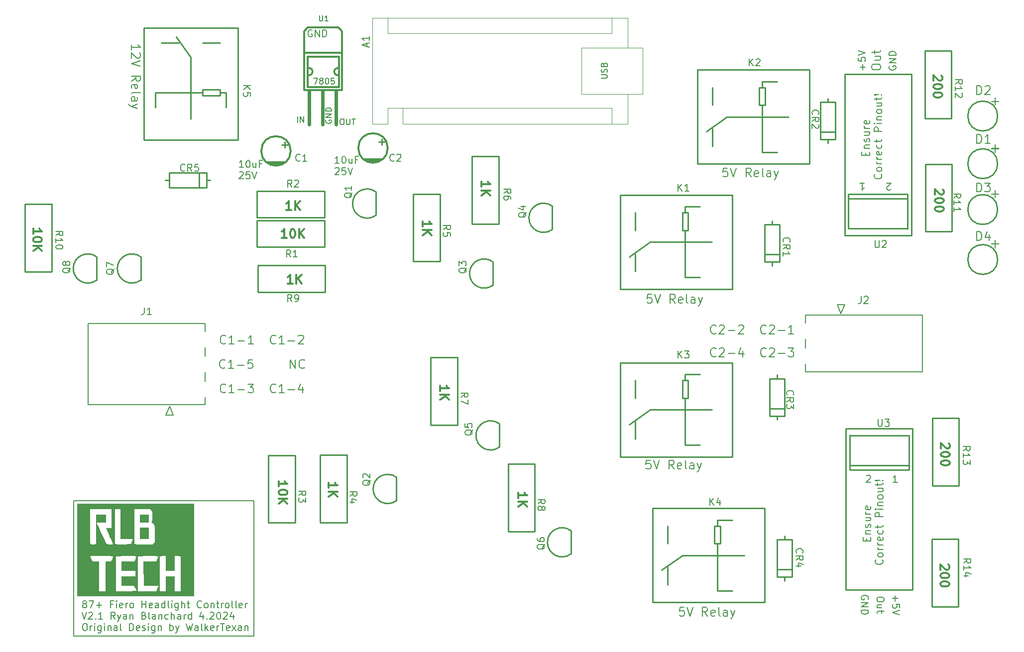
<source format=gbr>
%TF.GenerationSoftware,KiCad,Pcbnew,8.0.1*%
%TF.CreationDate,2024-04-11T21:54:37-04:00*%
%TF.ProjectId,Headlight Controller,48656164-6c69-4676-9874-20436f6e7472,rev?*%
%TF.SameCoordinates,Original*%
%TF.FileFunction,Legend,Top*%
%TF.FilePolarity,Positive*%
%FSLAX46Y46*%
G04 Gerber Fmt 4.6, Leading zero omitted, Abs format (unit mm)*
G04 Created by KiCad (PCBNEW 8.0.1) date 2024-04-11 21:54:37*
%MOMM*%
%LPD*%
G01*
G04 APERTURE LIST*
%ADD10C,0.200000*%
%ADD11C,0.150000*%
%ADD12C,0.100000*%
%ADD13C,0.300000*%
%ADD14C,0.203200*%
%ADD15C,0.152400*%
%ADD16C,0.000000*%
%ADD17C,0.254000*%
%ADD18C,0.127000*%
%ADD19C,0.304800*%
%ADD20C,0.609600*%
%ADD21C,0.120000*%
G04 APERTURE END LIST*
D10*
X80745863Y-77610809D02*
X80060149Y-77610809D01*
X80403006Y-77610809D02*
X80403006Y-76410809D01*
X80403006Y-76410809D02*
X80288720Y-76582238D01*
X80288720Y-76582238D02*
X80174435Y-76696524D01*
X80174435Y-76696524D02*
X80060149Y-76753667D01*
X81488720Y-76410809D02*
X81603006Y-76410809D01*
X81603006Y-76410809D02*
X81717292Y-76467952D01*
X81717292Y-76467952D02*
X81774435Y-76525095D01*
X81774435Y-76525095D02*
X81831577Y-76639381D01*
X81831577Y-76639381D02*
X81888720Y-76867952D01*
X81888720Y-76867952D02*
X81888720Y-77153667D01*
X81888720Y-77153667D02*
X81831577Y-77382238D01*
X81831577Y-77382238D02*
X81774435Y-77496524D01*
X81774435Y-77496524D02*
X81717292Y-77553667D01*
X81717292Y-77553667D02*
X81603006Y-77610809D01*
X81603006Y-77610809D02*
X81488720Y-77610809D01*
X81488720Y-77610809D02*
X81374435Y-77553667D01*
X81374435Y-77553667D02*
X81317292Y-77496524D01*
X81317292Y-77496524D02*
X81260149Y-77382238D01*
X81260149Y-77382238D02*
X81203006Y-77153667D01*
X81203006Y-77153667D02*
X81203006Y-76867952D01*
X81203006Y-76867952D02*
X81260149Y-76639381D01*
X81260149Y-76639381D02*
X81317292Y-76525095D01*
X81317292Y-76525095D02*
X81374435Y-76467952D01*
X81374435Y-76467952D02*
X81488720Y-76410809D01*
X82917292Y-76810809D02*
X82917292Y-77610809D01*
X82403006Y-76810809D02*
X82403006Y-77439381D01*
X82403006Y-77439381D02*
X82460149Y-77553667D01*
X82460149Y-77553667D02*
X82574434Y-77610809D01*
X82574434Y-77610809D02*
X82745863Y-77610809D01*
X82745863Y-77610809D02*
X82860149Y-77553667D01*
X82860149Y-77553667D02*
X82917292Y-77496524D01*
X83888720Y-76982238D02*
X83488720Y-76982238D01*
X83488720Y-77610809D02*
X83488720Y-76410809D01*
X83488720Y-76410809D02*
X84060148Y-76410809D01*
X80060149Y-78457028D02*
X80117292Y-78399885D01*
X80117292Y-78399885D02*
X80231578Y-78342742D01*
X80231578Y-78342742D02*
X80517292Y-78342742D01*
X80517292Y-78342742D02*
X80631578Y-78399885D01*
X80631578Y-78399885D02*
X80688720Y-78457028D01*
X80688720Y-78457028D02*
X80745863Y-78571314D01*
X80745863Y-78571314D02*
X80745863Y-78685600D01*
X80745863Y-78685600D02*
X80688720Y-78857028D01*
X80688720Y-78857028D02*
X80003006Y-79542742D01*
X80003006Y-79542742D02*
X80745863Y-79542742D01*
X81831577Y-78342742D02*
X81260149Y-78342742D01*
X81260149Y-78342742D02*
X81203006Y-78914171D01*
X81203006Y-78914171D02*
X81260149Y-78857028D01*
X81260149Y-78857028D02*
X81374435Y-78799885D01*
X81374435Y-78799885D02*
X81660149Y-78799885D01*
X81660149Y-78799885D02*
X81774435Y-78857028D01*
X81774435Y-78857028D02*
X81831577Y-78914171D01*
X81831577Y-78914171D02*
X81888720Y-79028457D01*
X81888720Y-79028457D02*
X81888720Y-79314171D01*
X81888720Y-79314171D02*
X81831577Y-79428457D01*
X81831577Y-79428457D02*
X81774435Y-79485600D01*
X81774435Y-79485600D02*
X81660149Y-79542742D01*
X81660149Y-79542742D02*
X81374435Y-79542742D01*
X81374435Y-79542742D02*
X81260149Y-79485600D01*
X81260149Y-79485600D02*
X81203006Y-79428457D01*
X82231577Y-78342742D02*
X82631577Y-79542742D01*
X82631577Y-79542742D02*
X83031577Y-78342742D01*
X64445863Y-78310809D02*
X63760149Y-78310809D01*
X64103006Y-78310809D02*
X64103006Y-77110809D01*
X64103006Y-77110809D02*
X63988720Y-77282238D01*
X63988720Y-77282238D02*
X63874435Y-77396524D01*
X63874435Y-77396524D02*
X63760149Y-77453667D01*
X65188720Y-77110809D02*
X65303006Y-77110809D01*
X65303006Y-77110809D02*
X65417292Y-77167952D01*
X65417292Y-77167952D02*
X65474435Y-77225095D01*
X65474435Y-77225095D02*
X65531577Y-77339381D01*
X65531577Y-77339381D02*
X65588720Y-77567952D01*
X65588720Y-77567952D02*
X65588720Y-77853667D01*
X65588720Y-77853667D02*
X65531577Y-78082238D01*
X65531577Y-78082238D02*
X65474435Y-78196524D01*
X65474435Y-78196524D02*
X65417292Y-78253667D01*
X65417292Y-78253667D02*
X65303006Y-78310809D01*
X65303006Y-78310809D02*
X65188720Y-78310809D01*
X65188720Y-78310809D02*
X65074435Y-78253667D01*
X65074435Y-78253667D02*
X65017292Y-78196524D01*
X65017292Y-78196524D02*
X64960149Y-78082238D01*
X64960149Y-78082238D02*
X64903006Y-77853667D01*
X64903006Y-77853667D02*
X64903006Y-77567952D01*
X64903006Y-77567952D02*
X64960149Y-77339381D01*
X64960149Y-77339381D02*
X65017292Y-77225095D01*
X65017292Y-77225095D02*
X65074435Y-77167952D01*
X65074435Y-77167952D02*
X65188720Y-77110809D01*
X66617292Y-77510809D02*
X66617292Y-78310809D01*
X66103006Y-77510809D02*
X66103006Y-78139381D01*
X66103006Y-78139381D02*
X66160149Y-78253667D01*
X66160149Y-78253667D02*
X66274434Y-78310809D01*
X66274434Y-78310809D02*
X66445863Y-78310809D01*
X66445863Y-78310809D02*
X66560149Y-78253667D01*
X66560149Y-78253667D02*
X66617292Y-78196524D01*
X67588720Y-77682238D02*
X67188720Y-77682238D01*
X67188720Y-78310809D02*
X67188720Y-77110809D01*
X67188720Y-77110809D02*
X67760148Y-77110809D01*
X63760149Y-79157028D02*
X63817292Y-79099885D01*
X63817292Y-79099885D02*
X63931578Y-79042742D01*
X63931578Y-79042742D02*
X64217292Y-79042742D01*
X64217292Y-79042742D02*
X64331578Y-79099885D01*
X64331578Y-79099885D02*
X64388720Y-79157028D01*
X64388720Y-79157028D02*
X64445863Y-79271314D01*
X64445863Y-79271314D02*
X64445863Y-79385600D01*
X64445863Y-79385600D02*
X64388720Y-79557028D01*
X64388720Y-79557028D02*
X63703006Y-80242742D01*
X63703006Y-80242742D02*
X64445863Y-80242742D01*
X65531577Y-79042742D02*
X64960149Y-79042742D01*
X64960149Y-79042742D02*
X64903006Y-79614171D01*
X64903006Y-79614171D02*
X64960149Y-79557028D01*
X64960149Y-79557028D02*
X65074435Y-79499885D01*
X65074435Y-79499885D02*
X65360149Y-79499885D01*
X65360149Y-79499885D02*
X65474435Y-79557028D01*
X65474435Y-79557028D02*
X65531577Y-79614171D01*
X65531577Y-79614171D02*
X65588720Y-79728457D01*
X65588720Y-79728457D02*
X65588720Y-80014171D01*
X65588720Y-80014171D02*
X65531577Y-80128457D01*
X65531577Y-80128457D02*
X65474435Y-80185600D01*
X65474435Y-80185600D02*
X65360149Y-80242742D01*
X65360149Y-80242742D02*
X65074435Y-80242742D01*
X65074435Y-80242742D02*
X64960149Y-80185600D01*
X64960149Y-80185600D02*
X64903006Y-80128457D01*
X65931577Y-79042742D02*
X66331577Y-80242742D01*
X66331577Y-80242742D02*
X66731577Y-79042742D01*
D11*
X170459225Y-141829888D02*
X170459225Y-141396554D01*
X171140177Y-141210840D02*
X171140177Y-141829888D01*
X171140177Y-141829888D02*
X169840177Y-141829888D01*
X169840177Y-141829888D02*
X169840177Y-141210840D01*
X170273511Y-140653698D02*
X171140177Y-140653698D01*
X170397320Y-140653698D02*
X170335415Y-140591793D01*
X170335415Y-140591793D02*
X170273511Y-140467983D01*
X170273511Y-140467983D02*
X170273511Y-140282269D01*
X170273511Y-140282269D02*
X170335415Y-140158460D01*
X170335415Y-140158460D02*
X170459225Y-140096555D01*
X170459225Y-140096555D02*
X171140177Y-140096555D01*
X171078273Y-139539412D02*
X171140177Y-139415603D01*
X171140177Y-139415603D02*
X171140177Y-139167984D01*
X171140177Y-139167984D02*
X171078273Y-139044174D01*
X171078273Y-139044174D02*
X170954463Y-138982270D01*
X170954463Y-138982270D02*
X170892558Y-138982270D01*
X170892558Y-138982270D02*
X170768749Y-139044174D01*
X170768749Y-139044174D02*
X170706844Y-139167984D01*
X170706844Y-139167984D02*
X170706844Y-139353698D01*
X170706844Y-139353698D02*
X170644939Y-139477508D01*
X170644939Y-139477508D02*
X170521130Y-139539412D01*
X170521130Y-139539412D02*
X170459225Y-139539412D01*
X170459225Y-139539412D02*
X170335415Y-139477508D01*
X170335415Y-139477508D02*
X170273511Y-139353698D01*
X170273511Y-139353698D02*
X170273511Y-139167984D01*
X170273511Y-139167984D02*
X170335415Y-139044174D01*
X170273511Y-137867984D02*
X171140177Y-137867984D01*
X170273511Y-138425127D02*
X170954463Y-138425127D01*
X170954463Y-138425127D02*
X171078273Y-138363222D01*
X171078273Y-138363222D02*
X171140177Y-138239412D01*
X171140177Y-138239412D02*
X171140177Y-138053698D01*
X171140177Y-138053698D02*
X171078273Y-137929889D01*
X171078273Y-137929889D02*
X171016368Y-137867984D01*
X171140177Y-137248937D02*
X170273511Y-137248937D01*
X170521130Y-137248937D02*
X170397320Y-137187032D01*
X170397320Y-137187032D02*
X170335415Y-137125127D01*
X170335415Y-137125127D02*
X170273511Y-137001318D01*
X170273511Y-137001318D02*
X170273511Y-136877508D01*
X171078273Y-135948937D02*
X171140177Y-136072746D01*
X171140177Y-136072746D02*
X171140177Y-136320365D01*
X171140177Y-136320365D02*
X171078273Y-136444175D01*
X171078273Y-136444175D02*
X170954463Y-136506079D01*
X170954463Y-136506079D02*
X170459225Y-136506079D01*
X170459225Y-136506079D02*
X170335415Y-136444175D01*
X170335415Y-136444175D02*
X170273511Y-136320365D01*
X170273511Y-136320365D02*
X170273511Y-136072746D01*
X170273511Y-136072746D02*
X170335415Y-135948937D01*
X170335415Y-135948937D02*
X170459225Y-135887032D01*
X170459225Y-135887032D02*
X170583034Y-135887032D01*
X170583034Y-135887032D02*
X170706844Y-136506079D01*
X173109295Y-145048935D02*
X173171200Y-145110839D01*
X173171200Y-145110839D02*
X173233104Y-145296554D01*
X173233104Y-145296554D02*
X173233104Y-145420363D01*
X173233104Y-145420363D02*
X173171200Y-145606077D01*
X173171200Y-145606077D02*
X173047390Y-145729887D01*
X173047390Y-145729887D02*
X172923580Y-145791792D01*
X172923580Y-145791792D02*
X172675961Y-145853696D01*
X172675961Y-145853696D02*
X172490247Y-145853696D01*
X172490247Y-145853696D02*
X172242628Y-145791792D01*
X172242628Y-145791792D02*
X172118819Y-145729887D01*
X172118819Y-145729887D02*
X171995009Y-145606077D01*
X171995009Y-145606077D02*
X171933104Y-145420363D01*
X171933104Y-145420363D02*
X171933104Y-145296554D01*
X171933104Y-145296554D02*
X171995009Y-145110839D01*
X171995009Y-145110839D02*
X172056914Y-145048935D01*
X173233104Y-144306077D02*
X173171200Y-144429887D01*
X173171200Y-144429887D02*
X173109295Y-144491792D01*
X173109295Y-144491792D02*
X172985485Y-144553696D01*
X172985485Y-144553696D02*
X172614057Y-144553696D01*
X172614057Y-144553696D02*
X172490247Y-144491792D01*
X172490247Y-144491792D02*
X172428342Y-144429887D01*
X172428342Y-144429887D02*
X172366438Y-144306077D01*
X172366438Y-144306077D02*
X172366438Y-144120363D01*
X172366438Y-144120363D02*
X172428342Y-143996554D01*
X172428342Y-143996554D02*
X172490247Y-143934649D01*
X172490247Y-143934649D02*
X172614057Y-143872744D01*
X172614057Y-143872744D02*
X172985485Y-143872744D01*
X172985485Y-143872744D02*
X173109295Y-143934649D01*
X173109295Y-143934649D02*
X173171200Y-143996554D01*
X173171200Y-143996554D02*
X173233104Y-144120363D01*
X173233104Y-144120363D02*
X173233104Y-144306077D01*
X173233104Y-143315602D02*
X172366438Y-143315602D01*
X172614057Y-143315602D02*
X172490247Y-143253697D01*
X172490247Y-143253697D02*
X172428342Y-143191792D01*
X172428342Y-143191792D02*
X172366438Y-143067983D01*
X172366438Y-143067983D02*
X172366438Y-142944173D01*
X173233104Y-142510840D02*
X172366438Y-142510840D01*
X172614057Y-142510840D02*
X172490247Y-142448935D01*
X172490247Y-142448935D02*
X172428342Y-142387030D01*
X172428342Y-142387030D02*
X172366438Y-142263221D01*
X172366438Y-142263221D02*
X172366438Y-142139411D01*
X173171200Y-141210840D02*
X173233104Y-141334649D01*
X173233104Y-141334649D02*
X173233104Y-141582268D01*
X173233104Y-141582268D02*
X173171200Y-141706078D01*
X173171200Y-141706078D02*
X173047390Y-141767982D01*
X173047390Y-141767982D02*
X172552152Y-141767982D01*
X172552152Y-141767982D02*
X172428342Y-141706078D01*
X172428342Y-141706078D02*
X172366438Y-141582268D01*
X172366438Y-141582268D02*
X172366438Y-141334649D01*
X172366438Y-141334649D02*
X172428342Y-141210840D01*
X172428342Y-141210840D02*
X172552152Y-141148935D01*
X172552152Y-141148935D02*
X172675961Y-141148935D01*
X172675961Y-141148935D02*
X172799771Y-141767982D01*
X173171200Y-140034649D02*
X173233104Y-140158458D01*
X173233104Y-140158458D02*
X173233104Y-140406077D01*
X173233104Y-140406077D02*
X173171200Y-140529887D01*
X173171200Y-140529887D02*
X173109295Y-140591792D01*
X173109295Y-140591792D02*
X172985485Y-140653696D01*
X172985485Y-140653696D02*
X172614057Y-140653696D01*
X172614057Y-140653696D02*
X172490247Y-140591792D01*
X172490247Y-140591792D02*
X172428342Y-140529887D01*
X172428342Y-140529887D02*
X172366438Y-140406077D01*
X172366438Y-140406077D02*
X172366438Y-140158458D01*
X172366438Y-140158458D02*
X172428342Y-140034649D01*
X172366438Y-139663220D02*
X172366438Y-139167982D01*
X171933104Y-139477506D02*
X173047390Y-139477506D01*
X173047390Y-139477506D02*
X173171200Y-139415601D01*
X173171200Y-139415601D02*
X173233104Y-139291791D01*
X173233104Y-139291791D02*
X173233104Y-139167982D01*
X173233104Y-137744173D02*
X171933104Y-137744173D01*
X171933104Y-137744173D02*
X171933104Y-137248935D01*
X171933104Y-137248935D02*
X171995009Y-137125125D01*
X171995009Y-137125125D02*
X172056914Y-137063220D01*
X172056914Y-137063220D02*
X172180723Y-137001316D01*
X172180723Y-137001316D02*
X172366438Y-137001316D01*
X172366438Y-137001316D02*
X172490247Y-137063220D01*
X172490247Y-137063220D02*
X172552152Y-137125125D01*
X172552152Y-137125125D02*
X172614057Y-137248935D01*
X172614057Y-137248935D02*
X172614057Y-137744173D01*
X173233104Y-136444173D02*
X172366438Y-136444173D01*
X171933104Y-136444173D02*
X171995009Y-136506077D01*
X171995009Y-136506077D02*
X172056914Y-136444173D01*
X172056914Y-136444173D02*
X171995009Y-136382268D01*
X171995009Y-136382268D02*
X171933104Y-136444173D01*
X171933104Y-136444173D02*
X172056914Y-136444173D01*
X172366438Y-135825125D02*
X173233104Y-135825125D01*
X172490247Y-135825125D02*
X172428342Y-135763220D01*
X172428342Y-135763220D02*
X172366438Y-135639410D01*
X172366438Y-135639410D02*
X172366438Y-135453696D01*
X172366438Y-135453696D02*
X172428342Y-135329887D01*
X172428342Y-135329887D02*
X172552152Y-135267982D01*
X172552152Y-135267982D02*
X173233104Y-135267982D01*
X173233104Y-134463220D02*
X173171200Y-134587030D01*
X173171200Y-134587030D02*
X173109295Y-134648935D01*
X173109295Y-134648935D02*
X172985485Y-134710839D01*
X172985485Y-134710839D02*
X172614057Y-134710839D01*
X172614057Y-134710839D02*
X172490247Y-134648935D01*
X172490247Y-134648935D02*
X172428342Y-134587030D01*
X172428342Y-134587030D02*
X172366438Y-134463220D01*
X172366438Y-134463220D02*
X172366438Y-134277506D01*
X172366438Y-134277506D02*
X172428342Y-134153697D01*
X172428342Y-134153697D02*
X172490247Y-134091792D01*
X172490247Y-134091792D02*
X172614057Y-134029887D01*
X172614057Y-134029887D02*
X172985485Y-134029887D01*
X172985485Y-134029887D02*
X173109295Y-134091792D01*
X173109295Y-134091792D02*
X173171200Y-134153697D01*
X173171200Y-134153697D02*
X173233104Y-134277506D01*
X173233104Y-134277506D02*
X173233104Y-134463220D01*
X172366438Y-132915602D02*
X173233104Y-132915602D01*
X172366438Y-133472745D02*
X173047390Y-133472745D01*
X173047390Y-133472745D02*
X173171200Y-133410840D01*
X173171200Y-133410840D02*
X173233104Y-133287030D01*
X173233104Y-133287030D02*
X173233104Y-133101316D01*
X173233104Y-133101316D02*
X173171200Y-132977507D01*
X173171200Y-132977507D02*
X173109295Y-132915602D01*
X172366438Y-132482269D02*
X172366438Y-131987031D01*
X171933104Y-132296555D02*
X173047390Y-132296555D01*
X173047390Y-132296555D02*
X173171200Y-132234650D01*
X173171200Y-132234650D02*
X173233104Y-132110840D01*
X173233104Y-132110840D02*
X173233104Y-131987031D01*
X173109295Y-131553698D02*
X173171200Y-131491793D01*
X173171200Y-131491793D02*
X173233104Y-131553698D01*
X173233104Y-131553698D02*
X173171200Y-131615602D01*
X173171200Y-131615602D02*
X173109295Y-131553698D01*
X173109295Y-131553698D02*
X173233104Y-131553698D01*
X172737866Y-131553698D02*
X171995009Y-131615602D01*
X171995009Y-131615602D02*
X171933104Y-131553698D01*
X171933104Y-131553698D02*
X171995009Y-131491793D01*
X171995009Y-131491793D02*
X172737866Y-131553698D01*
X172737866Y-131553698D02*
X171933104Y-131553698D01*
D12*
X70700000Y-77900000D02*
X69200000Y-77900000D01*
X68349000Y-77294000D01*
X71651000Y-77294000D01*
X70700000Y-77900000D01*
G36*
X70700000Y-77900000D02*
G01*
X69200000Y-77900000D01*
X68349000Y-77294000D01*
X71651000Y-77294000D01*
X70700000Y-77900000D01*
G37*
X86988249Y-77454594D02*
X85744642Y-77374261D01*
X84849000Y-76794000D01*
X88151000Y-76794000D01*
X86988249Y-77454594D01*
G36*
X86988249Y-77454594D02*
G01*
X85744642Y-77374261D01*
X84849000Y-76794000D01*
X88151000Y-76794000D01*
X86988249Y-77454594D01*
G37*
D10*
X35600000Y-135000000D02*
X66250000Y-135000000D01*
X66250000Y-158000000D01*
X35600000Y-158000000D01*
X35600000Y-135000000D01*
X61460149Y-116513171D02*
X61388721Y-116584600D01*
X61388721Y-116584600D02*
X61174435Y-116656028D01*
X61174435Y-116656028D02*
X61031578Y-116656028D01*
X61031578Y-116656028D02*
X60817292Y-116584600D01*
X60817292Y-116584600D02*
X60674435Y-116441742D01*
X60674435Y-116441742D02*
X60603006Y-116298885D01*
X60603006Y-116298885D02*
X60531578Y-116013171D01*
X60531578Y-116013171D02*
X60531578Y-115798885D01*
X60531578Y-115798885D02*
X60603006Y-115513171D01*
X60603006Y-115513171D02*
X60674435Y-115370314D01*
X60674435Y-115370314D02*
X60817292Y-115227457D01*
X60817292Y-115227457D02*
X61031578Y-115156028D01*
X61031578Y-115156028D02*
X61174435Y-115156028D01*
X61174435Y-115156028D02*
X61388721Y-115227457D01*
X61388721Y-115227457D02*
X61460149Y-115298885D01*
X62888721Y-116656028D02*
X62031578Y-116656028D01*
X62460149Y-116656028D02*
X62460149Y-115156028D01*
X62460149Y-115156028D02*
X62317292Y-115370314D01*
X62317292Y-115370314D02*
X62174435Y-115513171D01*
X62174435Y-115513171D02*
X62031578Y-115584600D01*
X63531577Y-116084600D02*
X64674435Y-116084600D01*
X65245863Y-115156028D02*
X66174435Y-115156028D01*
X66174435Y-115156028D02*
X65674435Y-115727457D01*
X65674435Y-115727457D02*
X65888720Y-115727457D01*
X65888720Y-115727457D02*
X66031578Y-115798885D01*
X66031578Y-115798885D02*
X66103006Y-115870314D01*
X66103006Y-115870314D02*
X66174435Y-116013171D01*
X66174435Y-116013171D02*
X66174435Y-116370314D01*
X66174435Y-116370314D02*
X66103006Y-116513171D01*
X66103006Y-116513171D02*
X66031578Y-116584600D01*
X66031578Y-116584600D02*
X65888720Y-116656028D01*
X65888720Y-116656028D02*
X65460149Y-116656028D01*
X65460149Y-116656028D02*
X65317292Y-116584600D01*
X65317292Y-116584600D02*
X65245863Y-116513171D01*
X69960148Y-116513171D02*
X69888720Y-116584600D01*
X69888720Y-116584600D02*
X69674434Y-116656028D01*
X69674434Y-116656028D02*
X69531577Y-116656028D01*
X69531577Y-116656028D02*
X69317291Y-116584600D01*
X69317291Y-116584600D02*
X69174434Y-116441742D01*
X69174434Y-116441742D02*
X69103005Y-116298885D01*
X69103005Y-116298885D02*
X69031577Y-116013171D01*
X69031577Y-116013171D02*
X69031577Y-115798885D01*
X69031577Y-115798885D02*
X69103005Y-115513171D01*
X69103005Y-115513171D02*
X69174434Y-115370314D01*
X69174434Y-115370314D02*
X69317291Y-115227457D01*
X69317291Y-115227457D02*
X69531577Y-115156028D01*
X69531577Y-115156028D02*
X69674434Y-115156028D01*
X69674434Y-115156028D02*
X69888720Y-115227457D01*
X69888720Y-115227457D02*
X69960148Y-115298885D01*
X71388720Y-116656028D02*
X70531577Y-116656028D01*
X70960148Y-116656028D02*
X70960148Y-115156028D01*
X70960148Y-115156028D02*
X70817291Y-115370314D01*
X70817291Y-115370314D02*
X70674434Y-115513171D01*
X70674434Y-115513171D02*
X70531577Y-115584600D01*
X72031576Y-116084600D02*
X73174434Y-116084600D01*
X74531577Y-115656028D02*
X74531577Y-116656028D01*
X74174434Y-115084600D02*
X73817291Y-116156028D01*
X73817291Y-116156028D02*
X74745862Y-116156028D01*
X146803006Y-78406028D02*
X146088720Y-78406028D01*
X146088720Y-78406028D02*
X146017292Y-79120314D01*
X146017292Y-79120314D02*
X146088720Y-79048885D01*
X146088720Y-79048885D02*
X146231578Y-78977457D01*
X146231578Y-78977457D02*
X146588720Y-78977457D01*
X146588720Y-78977457D02*
X146731578Y-79048885D01*
X146731578Y-79048885D02*
X146803006Y-79120314D01*
X146803006Y-79120314D02*
X146874435Y-79263171D01*
X146874435Y-79263171D02*
X146874435Y-79620314D01*
X146874435Y-79620314D02*
X146803006Y-79763171D01*
X146803006Y-79763171D02*
X146731578Y-79834600D01*
X146731578Y-79834600D02*
X146588720Y-79906028D01*
X146588720Y-79906028D02*
X146231578Y-79906028D01*
X146231578Y-79906028D02*
X146088720Y-79834600D01*
X146088720Y-79834600D02*
X146017292Y-79763171D01*
X147303006Y-78406028D02*
X147803006Y-79906028D01*
X147803006Y-79906028D02*
X148303006Y-78406028D01*
X150803005Y-79906028D02*
X150303005Y-79191742D01*
X149945862Y-79906028D02*
X149945862Y-78406028D01*
X149945862Y-78406028D02*
X150517291Y-78406028D01*
X150517291Y-78406028D02*
X150660148Y-78477457D01*
X150660148Y-78477457D02*
X150731577Y-78548885D01*
X150731577Y-78548885D02*
X150803005Y-78691742D01*
X150803005Y-78691742D02*
X150803005Y-78906028D01*
X150803005Y-78906028D02*
X150731577Y-79048885D01*
X150731577Y-79048885D02*
X150660148Y-79120314D01*
X150660148Y-79120314D02*
X150517291Y-79191742D01*
X150517291Y-79191742D02*
X149945862Y-79191742D01*
X152017291Y-79834600D02*
X151874434Y-79906028D01*
X151874434Y-79906028D02*
X151588720Y-79906028D01*
X151588720Y-79906028D02*
X151445862Y-79834600D01*
X151445862Y-79834600D02*
X151374434Y-79691742D01*
X151374434Y-79691742D02*
X151374434Y-79120314D01*
X151374434Y-79120314D02*
X151445862Y-78977457D01*
X151445862Y-78977457D02*
X151588720Y-78906028D01*
X151588720Y-78906028D02*
X151874434Y-78906028D01*
X151874434Y-78906028D02*
X152017291Y-78977457D01*
X152017291Y-78977457D02*
X152088720Y-79120314D01*
X152088720Y-79120314D02*
X152088720Y-79263171D01*
X152088720Y-79263171D02*
X151374434Y-79406028D01*
X152945862Y-79906028D02*
X152803005Y-79834600D01*
X152803005Y-79834600D02*
X152731576Y-79691742D01*
X152731576Y-79691742D02*
X152731576Y-78406028D01*
X154160148Y-79906028D02*
X154160148Y-79120314D01*
X154160148Y-79120314D02*
X154088719Y-78977457D01*
X154088719Y-78977457D02*
X153945862Y-78906028D01*
X153945862Y-78906028D02*
X153660148Y-78906028D01*
X153660148Y-78906028D02*
X153517290Y-78977457D01*
X154160148Y-79834600D02*
X154017290Y-79906028D01*
X154017290Y-79906028D02*
X153660148Y-79906028D01*
X153660148Y-79906028D02*
X153517290Y-79834600D01*
X153517290Y-79834600D02*
X153445862Y-79691742D01*
X153445862Y-79691742D02*
X153445862Y-79548885D01*
X153445862Y-79548885D02*
X153517290Y-79406028D01*
X153517290Y-79406028D02*
X153660148Y-79334600D01*
X153660148Y-79334600D02*
X154017290Y-79334600D01*
X154017290Y-79334600D02*
X154160148Y-79263171D01*
X154731576Y-78906028D02*
X155088719Y-79906028D01*
X155445862Y-78906028D02*
X155088719Y-79906028D01*
X155088719Y-79906028D02*
X154945862Y-80263171D01*
X154945862Y-80263171D02*
X154874433Y-80334600D01*
X154874433Y-80334600D02*
X154731576Y-80406028D01*
D11*
X170259225Y-76229888D02*
X170259225Y-75796554D01*
X170940177Y-75610840D02*
X170940177Y-76229888D01*
X170940177Y-76229888D02*
X169640177Y-76229888D01*
X169640177Y-76229888D02*
X169640177Y-75610840D01*
X170073511Y-75053698D02*
X170940177Y-75053698D01*
X170197320Y-75053698D02*
X170135415Y-74991793D01*
X170135415Y-74991793D02*
X170073511Y-74867983D01*
X170073511Y-74867983D02*
X170073511Y-74682269D01*
X170073511Y-74682269D02*
X170135415Y-74558460D01*
X170135415Y-74558460D02*
X170259225Y-74496555D01*
X170259225Y-74496555D02*
X170940177Y-74496555D01*
X170878273Y-73939412D02*
X170940177Y-73815603D01*
X170940177Y-73815603D02*
X170940177Y-73567984D01*
X170940177Y-73567984D02*
X170878273Y-73444174D01*
X170878273Y-73444174D02*
X170754463Y-73382270D01*
X170754463Y-73382270D02*
X170692558Y-73382270D01*
X170692558Y-73382270D02*
X170568749Y-73444174D01*
X170568749Y-73444174D02*
X170506844Y-73567984D01*
X170506844Y-73567984D02*
X170506844Y-73753698D01*
X170506844Y-73753698D02*
X170444939Y-73877508D01*
X170444939Y-73877508D02*
X170321130Y-73939412D01*
X170321130Y-73939412D02*
X170259225Y-73939412D01*
X170259225Y-73939412D02*
X170135415Y-73877508D01*
X170135415Y-73877508D02*
X170073511Y-73753698D01*
X170073511Y-73753698D02*
X170073511Y-73567984D01*
X170073511Y-73567984D02*
X170135415Y-73444174D01*
X170073511Y-72267984D02*
X170940177Y-72267984D01*
X170073511Y-72825127D02*
X170754463Y-72825127D01*
X170754463Y-72825127D02*
X170878273Y-72763222D01*
X170878273Y-72763222D02*
X170940177Y-72639412D01*
X170940177Y-72639412D02*
X170940177Y-72453698D01*
X170940177Y-72453698D02*
X170878273Y-72329889D01*
X170878273Y-72329889D02*
X170816368Y-72267984D01*
X170940177Y-71648937D02*
X170073511Y-71648937D01*
X170321130Y-71648937D02*
X170197320Y-71587032D01*
X170197320Y-71587032D02*
X170135415Y-71525127D01*
X170135415Y-71525127D02*
X170073511Y-71401318D01*
X170073511Y-71401318D02*
X170073511Y-71277508D01*
X170878273Y-70348937D02*
X170940177Y-70472746D01*
X170940177Y-70472746D02*
X170940177Y-70720365D01*
X170940177Y-70720365D02*
X170878273Y-70844175D01*
X170878273Y-70844175D02*
X170754463Y-70906079D01*
X170754463Y-70906079D02*
X170259225Y-70906079D01*
X170259225Y-70906079D02*
X170135415Y-70844175D01*
X170135415Y-70844175D02*
X170073511Y-70720365D01*
X170073511Y-70720365D02*
X170073511Y-70472746D01*
X170073511Y-70472746D02*
X170135415Y-70348937D01*
X170135415Y-70348937D02*
X170259225Y-70287032D01*
X170259225Y-70287032D02*
X170383034Y-70287032D01*
X170383034Y-70287032D02*
X170506844Y-70906079D01*
X172909295Y-79448935D02*
X172971200Y-79510839D01*
X172971200Y-79510839D02*
X173033104Y-79696554D01*
X173033104Y-79696554D02*
X173033104Y-79820363D01*
X173033104Y-79820363D02*
X172971200Y-80006077D01*
X172971200Y-80006077D02*
X172847390Y-80129887D01*
X172847390Y-80129887D02*
X172723580Y-80191792D01*
X172723580Y-80191792D02*
X172475961Y-80253696D01*
X172475961Y-80253696D02*
X172290247Y-80253696D01*
X172290247Y-80253696D02*
X172042628Y-80191792D01*
X172042628Y-80191792D02*
X171918819Y-80129887D01*
X171918819Y-80129887D02*
X171795009Y-80006077D01*
X171795009Y-80006077D02*
X171733104Y-79820363D01*
X171733104Y-79820363D02*
X171733104Y-79696554D01*
X171733104Y-79696554D02*
X171795009Y-79510839D01*
X171795009Y-79510839D02*
X171856914Y-79448935D01*
X173033104Y-78706077D02*
X172971200Y-78829887D01*
X172971200Y-78829887D02*
X172909295Y-78891792D01*
X172909295Y-78891792D02*
X172785485Y-78953696D01*
X172785485Y-78953696D02*
X172414057Y-78953696D01*
X172414057Y-78953696D02*
X172290247Y-78891792D01*
X172290247Y-78891792D02*
X172228342Y-78829887D01*
X172228342Y-78829887D02*
X172166438Y-78706077D01*
X172166438Y-78706077D02*
X172166438Y-78520363D01*
X172166438Y-78520363D02*
X172228342Y-78396554D01*
X172228342Y-78396554D02*
X172290247Y-78334649D01*
X172290247Y-78334649D02*
X172414057Y-78272744D01*
X172414057Y-78272744D02*
X172785485Y-78272744D01*
X172785485Y-78272744D02*
X172909295Y-78334649D01*
X172909295Y-78334649D02*
X172971200Y-78396554D01*
X172971200Y-78396554D02*
X173033104Y-78520363D01*
X173033104Y-78520363D02*
X173033104Y-78706077D01*
X173033104Y-77715602D02*
X172166438Y-77715602D01*
X172414057Y-77715602D02*
X172290247Y-77653697D01*
X172290247Y-77653697D02*
X172228342Y-77591792D01*
X172228342Y-77591792D02*
X172166438Y-77467983D01*
X172166438Y-77467983D02*
X172166438Y-77344173D01*
X173033104Y-76910840D02*
X172166438Y-76910840D01*
X172414057Y-76910840D02*
X172290247Y-76848935D01*
X172290247Y-76848935D02*
X172228342Y-76787030D01*
X172228342Y-76787030D02*
X172166438Y-76663221D01*
X172166438Y-76663221D02*
X172166438Y-76539411D01*
X172971200Y-75610840D02*
X173033104Y-75734649D01*
X173033104Y-75734649D02*
X173033104Y-75982268D01*
X173033104Y-75982268D02*
X172971200Y-76106078D01*
X172971200Y-76106078D02*
X172847390Y-76167982D01*
X172847390Y-76167982D02*
X172352152Y-76167982D01*
X172352152Y-76167982D02*
X172228342Y-76106078D01*
X172228342Y-76106078D02*
X172166438Y-75982268D01*
X172166438Y-75982268D02*
X172166438Y-75734649D01*
X172166438Y-75734649D02*
X172228342Y-75610840D01*
X172228342Y-75610840D02*
X172352152Y-75548935D01*
X172352152Y-75548935D02*
X172475961Y-75548935D01*
X172475961Y-75548935D02*
X172599771Y-76167982D01*
X172971200Y-74434649D02*
X173033104Y-74558458D01*
X173033104Y-74558458D02*
X173033104Y-74806077D01*
X173033104Y-74806077D02*
X172971200Y-74929887D01*
X172971200Y-74929887D02*
X172909295Y-74991792D01*
X172909295Y-74991792D02*
X172785485Y-75053696D01*
X172785485Y-75053696D02*
X172414057Y-75053696D01*
X172414057Y-75053696D02*
X172290247Y-74991792D01*
X172290247Y-74991792D02*
X172228342Y-74929887D01*
X172228342Y-74929887D02*
X172166438Y-74806077D01*
X172166438Y-74806077D02*
X172166438Y-74558458D01*
X172166438Y-74558458D02*
X172228342Y-74434649D01*
X172166438Y-74063220D02*
X172166438Y-73567982D01*
X171733104Y-73877506D02*
X172847390Y-73877506D01*
X172847390Y-73877506D02*
X172971200Y-73815601D01*
X172971200Y-73815601D02*
X173033104Y-73691791D01*
X173033104Y-73691791D02*
X173033104Y-73567982D01*
X173033104Y-72144173D02*
X171733104Y-72144173D01*
X171733104Y-72144173D02*
X171733104Y-71648935D01*
X171733104Y-71648935D02*
X171795009Y-71525125D01*
X171795009Y-71525125D02*
X171856914Y-71463220D01*
X171856914Y-71463220D02*
X171980723Y-71401316D01*
X171980723Y-71401316D02*
X172166438Y-71401316D01*
X172166438Y-71401316D02*
X172290247Y-71463220D01*
X172290247Y-71463220D02*
X172352152Y-71525125D01*
X172352152Y-71525125D02*
X172414057Y-71648935D01*
X172414057Y-71648935D02*
X172414057Y-72144173D01*
X173033104Y-70844173D02*
X172166438Y-70844173D01*
X171733104Y-70844173D02*
X171795009Y-70906077D01*
X171795009Y-70906077D02*
X171856914Y-70844173D01*
X171856914Y-70844173D02*
X171795009Y-70782268D01*
X171795009Y-70782268D02*
X171733104Y-70844173D01*
X171733104Y-70844173D02*
X171856914Y-70844173D01*
X172166438Y-70225125D02*
X173033104Y-70225125D01*
X172290247Y-70225125D02*
X172228342Y-70163220D01*
X172228342Y-70163220D02*
X172166438Y-70039410D01*
X172166438Y-70039410D02*
X172166438Y-69853696D01*
X172166438Y-69853696D02*
X172228342Y-69729887D01*
X172228342Y-69729887D02*
X172352152Y-69667982D01*
X172352152Y-69667982D02*
X173033104Y-69667982D01*
X173033104Y-68863220D02*
X172971200Y-68987030D01*
X172971200Y-68987030D02*
X172909295Y-69048935D01*
X172909295Y-69048935D02*
X172785485Y-69110839D01*
X172785485Y-69110839D02*
X172414057Y-69110839D01*
X172414057Y-69110839D02*
X172290247Y-69048935D01*
X172290247Y-69048935D02*
X172228342Y-68987030D01*
X172228342Y-68987030D02*
X172166438Y-68863220D01*
X172166438Y-68863220D02*
X172166438Y-68677506D01*
X172166438Y-68677506D02*
X172228342Y-68553697D01*
X172228342Y-68553697D02*
X172290247Y-68491792D01*
X172290247Y-68491792D02*
X172414057Y-68429887D01*
X172414057Y-68429887D02*
X172785485Y-68429887D01*
X172785485Y-68429887D02*
X172909295Y-68491792D01*
X172909295Y-68491792D02*
X172971200Y-68553697D01*
X172971200Y-68553697D02*
X173033104Y-68677506D01*
X173033104Y-68677506D02*
X173033104Y-68863220D01*
X172166438Y-67315602D02*
X173033104Y-67315602D01*
X172166438Y-67872745D02*
X172847390Y-67872745D01*
X172847390Y-67872745D02*
X172971200Y-67810840D01*
X172971200Y-67810840D02*
X173033104Y-67687030D01*
X173033104Y-67687030D02*
X173033104Y-67501316D01*
X173033104Y-67501316D02*
X172971200Y-67377507D01*
X172971200Y-67377507D02*
X172909295Y-67315602D01*
X172166438Y-66882269D02*
X172166438Y-66387031D01*
X171733104Y-66696555D02*
X172847390Y-66696555D01*
X172847390Y-66696555D02*
X172971200Y-66634650D01*
X172971200Y-66634650D02*
X173033104Y-66510840D01*
X173033104Y-66510840D02*
X173033104Y-66387031D01*
X172909295Y-65953698D02*
X172971200Y-65891793D01*
X172971200Y-65891793D02*
X173033104Y-65953698D01*
X173033104Y-65953698D02*
X172971200Y-66015602D01*
X172971200Y-66015602D02*
X172909295Y-65953698D01*
X172909295Y-65953698D02*
X173033104Y-65953698D01*
X172537866Y-65953698D02*
X171795009Y-66015602D01*
X171795009Y-66015602D02*
X171733104Y-65953698D01*
X171733104Y-65953698D02*
X171795009Y-65891793D01*
X171795009Y-65891793D02*
X172537866Y-65953698D01*
X172537866Y-65953698D02*
X171733104Y-65953698D01*
D13*
X104949171Y-81590225D02*
X104949171Y-80733082D01*
X104949171Y-81161653D02*
X106449171Y-81161653D01*
X106449171Y-81161653D02*
X106234885Y-81018796D01*
X106234885Y-81018796D02*
X106092028Y-80875939D01*
X106092028Y-80875939D02*
X106020600Y-80733082D01*
X104949171Y-82233081D02*
X106449171Y-82233081D01*
X104949171Y-83090224D02*
X105806314Y-82447367D01*
X106449171Y-83090224D02*
X105592028Y-82233081D01*
D10*
X61345863Y-112363171D02*
X61274435Y-112434600D01*
X61274435Y-112434600D02*
X61060149Y-112506028D01*
X61060149Y-112506028D02*
X60917292Y-112506028D01*
X60917292Y-112506028D02*
X60703006Y-112434600D01*
X60703006Y-112434600D02*
X60560149Y-112291742D01*
X60560149Y-112291742D02*
X60488720Y-112148885D01*
X60488720Y-112148885D02*
X60417292Y-111863171D01*
X60417292Y-111863171D02*
X60417292Y-111648885D01*
X60417292Y-111648885D02*
X60488720Y-111363171D01*
X60488720Y-111363171D02*
X60560149Y-111220314D01*
X60560149Y-111220314D02*
X60703006Y-111077457D01*
X60703006Y-111077457D02*
X60917292Y-111006028D01*
X60917292Y-111006028D02*
X61060149Y-111006028D01*
X61060149Y-111006028D02*
X61274435Y-111077457D01*
X61274435Y-111077457D02*
X61345863Y-111148885D01*
X62774435Y-112506028D02*
X61917292Y-112506028D01*
X62345863Y-112506028D02*
X62345863Y-111006028D01*
X62345863Y-111006028D02*
X62203006Y-111220314D01*
X62203006Y-111220314D02*
X62060149Y-111363171D01*
X62060149Y-111363171D02*
X61917292Y-111434600D01*
X63417291Y-111934600D02*
X64560149Y-111934600D01*
X65988720Y-111006028D02*
X65274434Y-111006028D01*
X65274434Y-111006028D02*
X65203006Y-111720314D01*
X65203006Y-111720314D02*
X65274434Y-111648885D01*
X65274434Y-111648885D02*
X65417292Y-111577457D01*
X65417292Y-111577457D02*
X65774434Y-111577457D01*
X65774434Y-111577457D02*
X65917292Y-111648885D01*
X65917292Y-111648885D02*
X65988720Y-111720314D01*
X65988720Y-111720314D02*
X66060149Y-111863171D01*
X66060149Y-111863171D02*
X66060149Y-112220314D01*
X66060149Y-112220314D02*
X65988720Y-112363171D01*
X65988720Y-112363171D02*
X65917292Y-112434600D01*
X65917292Y-112434600D02*
X65774434Y-112506028D01*
X65774434Y-112506028D02*
X65417292Y-112506028D01*
X65417292Y-112506028D02*
X65274434Y-112434600D01*
X65274434Y-112434600D02*
X65203006Y-112363171D01*
X72417290Y-112506028D02*
X72417290Y-111006028D01*
X72417290Y-111006028D02*
X73274433Y-112506028D01*
X73274433Y-112506028D02*
X73274433Y-111006028D01*
X74845862Y-112363171D02*
X74774434Y-112434600D01*
X74774434Y-112434600D02*
X74560148Y-112506028D01*
X74560148Y-112506028D02*
X74417291Y-112506028D01*
X74417291Y-112506028D02*
X74203005Y-112434600D01*
X74203005Y-112434600D02*
X74060148Y-112291742D01*
X74060148Y-112291742D02*
X73988719Y-112148885D01*
X73988719Y-112148885D02*
X73917291Y-111863171D01*
X73917291Y-111863171D02*
X73917291Y-111648885D01*
X73917291Y-111648885D02*
X73988719Y-111363171D01*
X73988719Y-111363171D02*
X74060148Y-111220314D01*
X74060148Y-111220314D02*
X74203005Y-111077457D01*
X74203005Y-111077457D02*
X74417291Y-111006028D01*
X74417291Y-111006028D02*
X74560148Y-111006028D01*
X74560148Y-111006028D02*
X74774434Y-111077457D01*
X74774434Y-111077457D02*
X74845862Y-111148885D01*
X169785600Y-61682706D02*
X169785600Y-60768421D01*
X170242742Y-61225563D02*
X169328457Y-61225563D01*
X169042742Y-59625564D02*
X169042742Y-60196992D01*
X169042742Y-60196992D02*
X169614171Y-60254135D01*
X169614171Y-60254135D02*
X169557028Y-60196992D01*
X169557028Y-60196992D02*
X169499885Y-60082707D01*
X169499885Y-60082707D02*
X169499885Y-59796992D01*
X169499885Y-59796992D02*
X169557028Y-59682707D01*
X169557028Y-59682707D02*
X169614171Y-59625564D01*
X169614171Y-59625564D02*
X169728457Y-59568421D01*
X169728457Y-59568421D02*
X170014171Y-59568421D01*
X170014171Y-59568421D02*
X170128457Y-59625564D01*
X170128457Y-59625564D02*
X170185600Y-59682707D01*
X170185600Y-59682707D02*
X170242742Y-59796992D01*
X170242742Y-59796992D02*
X170242742Y-60082707D01*
X170242742Y-60082707D02*
X170185600Y-60196992D01*
X170185600Y-60196992D02*
X170128457Y-60254135D01*
X169042742Y-59225564D02*
X170242742Y-58825564D01*
X170242742Y-58825564D02*
X169042742Y-58425564D01*
D13*
X72840225Y-98050828D02*
X71983082Y-98050828D01*
X72411653Y-98050828D02*
X72411653Y-96550828D01*
X72411653Y-96550828D02*
X72268796Y-96765114D01*
X72268796Y-96765114D02*
X72125939Y-96907971D01*
X72125939Y-96907971D02*
X71983082Y-96979400D01*
X73483081Y-98050828D02*
X73483081Y-96550828D01*
X74340224Y-98050828D02*
X73697367Y-97193685D01*
X74340224Y-96550828D02*
X73483081Y-97407971D01*
X28699171Y-89590225D02*
X28699171Y-88733082D01*
X28699171Y-89161653D02*
X30199171Y-89161653D01*
X30199171Y-89161653D02*
X29984885Y-89018796D01*
X29984885Y-89018796D02*
X29842028Y-88875939D01*
X29842028Y-88875939D02*
X29770600Y-88733082D01*
X30199171Y-90518796D02*
X30199171Y-90661653D01*
X30199171Y-90661653D02*
X30127742Y-90804510D01*
X30127742Y-90804510D02*
X30056314Y-90875939D01*
X30056314Y-90875939D02*
X29913457Y-90947367D01*
X29913457Y-90947367D02*
X29627742Y-91018796D01*
X29627742Y-91018796D02*
X29270600Y-91018796D01*
X29270600Y-91018796D02*
X28984885Y-90947367D01*
X28984885Y-90947367D02*
X28842028Y-90875939D01*
X28842028Y-90875939D02*
X28770600Y-90804510D01*
X28770600Y-90804510D02*
X28699171Y-90661653D01*
X28699171Y-90661653D02*
X28699171Y-90518796D01*
X28699171Y-90518796D02*
X28770600Y-90375939D01*
X28770600Y-90375939D02*
X28842028Y-90304510D01*
X28842028Y-90304510D02*
X28984885Y-90233081D01*
X28984885Y-90233081D02*
X29270600Y-90161653D01*
X29270600Y-90161653D02*
X29627742Y-90161653D01*
X29627742Y-90161653D02*
X29913457Y-90233081D01*
X29913457Y-90233081D02*
X30056314Y-90304510D01*
X30056314Y-90304510D02*
X30127742Y-90375939D01*
X30127742Y-90375939D02*
X30199171Y-90518796D01*
X28699171Y-91661652D02*
X30199171Y-91661652D01*
X28699171Y-92518795D02*
X29556314Y-91875938D01*
X30199171Y-92518795D02*
X29342028Y-91661652D01*
D10*
X144845863Y-110363171D02*
X144774435Y-110434600D01*
X144774435Y-110434600D02*
X144560149Y-110506028D01*
X144560149Y-110506028D02*
X144417292Y-110506028D01*
X144417292Y-110506028D02*
X144203006Y-110434600D01*
X144203006Y-110434600D02*
X144060149Y-110291742D01*
X144060149Y-110291742D02*
X143988720Y-110148885D01*
X143988720Y-110148885D02*
X143917292Y-109863171D01*
X143917292Y-109863171D02*
X143917292Y-109648885D01*
X143917292Y-109648885D02*
X143988720Y-109363171D01*
X143988720Y-109363171D02*
X144060149Y-109220314D01*
X144060149Y-109220314D02*
X144203006Y-109077457D01*
X144203006Y-109077457D02*
X144417292Y-109006028D01*
X144417292Y-109006028D02*
X144560149Y-109006028D01*
X144560149Y-109006028D02*
X144774435Y-109077457D01*
X144774435Y-109077457D02*
X144845863Y-109148885D01*
X145417292Y-109148885D02*
X145488720Y-109077457D01*
X145488720Y-109077457D02*
X145631578Y-109006028D01*
X145631578Y-109006028D02*
X145988720Y-109006028D01*
X145988720Y-109006028D02*
X146131578Y-109077457D01*
X146131578Y-109077457D02*
X146203006Y-109148885D01*
X146203006Y-109148885D02*
X146274435Y-109291742D01*
X146274435Y-109291742D02*
X146274435Y-109434600D01*
X146274435Y-109434600D02*
X146203006Y-109648885D01*
X146203006Y-109648885D02*
X145345863Y-110506028D01*
X145345863Y-110506028D02*
X146274435Y-110506028D01*
X146917291Y-109934600D02*
X148060149Y-109934600D01*
X149417292Y-109506028D02*
X149417292Y-110506028D01*
X149060149Y-108934600D02*
X148703006Y-110006028D01*
X148703006Y-110006028D02*
X149631577Y-110006028D01*
X153345862Y-110363171D02*
X153274434Y-110434600D01*
X153274434Y-110434600D02*
X153060148Y-110506028D01*
X153060148Y-110506028D02*
X152917291Y-110506028D01*
X152917291Y-110506028D02*
X152703005Y-110434600D01*
X152703005Y-110434600D02*
X152560148Y-110291742D01*
X152560148Y-110291742D02*
X152488719Y-110148885D01*
X152488719Y-110148885D02*
X152417291Y-109863171D01*
X152417291Y-109863171D02*
X152417291Y-109648885D01*
X152417291Y-109648885D02*
X152488719Y-109363171D01*
X152488719Y-109363171D02*
X152560148Y-109220314D01*
X152560148Y-109220314D02*
X152703005Y-109077457D01*
X152703005Y-109077457D02*
X152917291Y-109006028D01*
X152917291Y-109006028D02*
X153060148Y-109006028D01*
X153060148Y-109006028D02*
X153274434Y-109077457D01*
X153274434Y-109077457D02*
X153345862Y-109148885D01*
X153917291Y-109148885D02*
X153988719Y-109077457D01*
X153988719Y-109077457D02*
X154131577Y-109006028D01*
X154131577Y-109006028D02*
X154488719Y-109006028D01*
X154488719Y-109006028D02*
X154631577Y-109077457D01*
X154631577Y-109077457D02*
X154703005Y-109148885D01*
X154703005Y-109148885D02*
X154774434Y-109291742D01*
X154774434Y-109291742D02*
X154774434Y-109434600D01*
X154774434Y-109434600D02*
X154703005Y-109648885D01*
X154703005Y-109648885D02*
X153845862Y-110506028D01*
X153845862Y-110506028D02*
X154774434Y-110506028D01*
X155417290Y-109934600D02*
X156560148Y-109934600D01*
X157131576Y-109006028D02*
X158060148Y-109006028D01*
X158060148Y-109006028D02*
X157560148Y-109577457D01*
X157560148Y-109577457D02*
X157774433Y-109577457D01*
X157774433Y-109577457D02*
X157917291Y-109648885D01*
X157917291Y-109648885D02*
X157988719Y-109720314D01*
X157988719Y-109720314D02*
X158060148Y-109863171D01*
X158060148Y-109863171D02*
X158060148Y-110220314D01*
X158060148Y-110220314D02*
X157988719Y-110363171D01*
X157988719Y-110363171D02*
X157917291Y-110434600D01*
X157917291Y-110434600D02*
X157774433Y-110506028D01*
X157774433Y-110506028D02*
X157345862Y-110506028D01*
X157345862Y-110506028D02*
X157203005Y-110434600D01*
X157203005Y-110434600D02*
X157131576Y-110363171D01*
D13*
X94949171Y-88340225D02*
X94949171Y-87483082D01*
X94949171Y-87911653D02*
X96449171Y-87911653D01*
X96449171Y-87911653D02*
X96234885Y-87768796D01*
X96234885Y-87768796D02*
X96092028Y-87625939D01*
X96092028Y-87625939D02*
X96020600Y-87483082D01*
X94949171Y-88983081D02*
X96449171Y-88983081D01*
X94949171Y-89840224D02*
X95806314Y-89197367D01*
X96449171Y-89840224D02*
X95592028Y-88983081D01*
X111199171Y-134540225D02*
X111199171Y-133683082D01*
X111199171Y-134111653D02*
X112699171Y-134111653D01*
X112699171Y-134111653D02*
X112484885Y-133968796D01*
X112484885Y-133968796D02*
X112342028Y-133825939D01*
X112342028Y-133825939D02*
X112270600Y-133683082D01*
X111199171Y-135183081D02*
X112699171Y-135183081D01*
X111199171Y-136040224D02*
X112056314Y-135397367D01*
X112699171Y-136040224D02*
X111842028Y-135183081D01*
D10*
X144845863Y-106463171D02*
X144774435Y-106534600D01*
X144774435Y-106534600D02*
X144560149Y-106606028D01*
X144560149Y-106606028D02*
X144417292Y-106606028D01*
X144417292Y-106606028D02*
X144203006Y-106534600D01*
X144203006Y-106534600D02*
X144060149Y-106391742D01*
X144060149Y-106391742D02*
X143988720Y-106248885D01*
X143988720Y-106248885D02*
X143917292Y-105963171D01*
X143917292Y-105963171D02*
X143917292Y-105748885D01*
X143917292Y-105748885D02*
X143988720Y-105463171D01*
X143988720Y-105463171D02*
X144060149Y-105320314D01*
X144060149Y-105320314D02*
X144203006Y-105177457D01*
X144203006Y-105177457D02*
X144417292Y-105106028D01*
X144417292Y-105106028D02*
X144560149Y-105106028D01*
X144560149Y-105106028D02*
X144774435Y-105177457D01*
X144774435Y-105177457D02*
X144845863Y-105248885D01*
X145417292Y-105248885D02*
X145488720Y-105177457D01*
X145488720Y-105177457D02*
X145631578Y-105106028D01*
X145631578Y-105106028D02*
X145988720Y-105106028D01*
X145988720Y-105106028D02*
X146131578Y-105177457D01*
X146131578Y-105177457D02*
X146203006Y-105248885D01*
X146203006Y-105248885D02*
X146274435Y-105391742D01*
X146274435Y-105391742D02*
X146274435Y-105534600D01*
X146274435Y-105534600D02*
X146203006Y-105748885D01*
X146203006Y-105748885D02*
X145345863Y-106606028D01*
X145345863Y-106606028D02*
X146274435Y-106606028D01*
X146917291Y-106034600D02*
X148060149Y-106034600D01*
X148703006Y-105248885D02*
X148774434Y-105177457D01*
X148774434Y-105177457D02*
X148917292Y-105106028D01*
X148917292Y-105106028D02*
X149274434Y-105106028D01*
X149274434Y-105106028D02*
X149417292Y-105177457D01*
X149417292Y-105177457D02*
X149488720Y-105248885D01*
X149488720Y-105248885D02*
X149560149Y-105391742D01*
X149560149Y-105391742D02*
X149560149Y-105534600D01*
X149560149Y-105534600D02*
X149488720Y-105748885D01*
X149488720Y-105748885D02*
X148631577Y-106606028D01*
X148631577Y-106606028D02*
X149560149Y-106606028D01*
X153345862Y-106463171D02*
X153274434Y-106534600D01*
X153274434Y-106534600D02*
X153060148Y-106606028D01*
X153060148Y-106606028D02*
X152917291Y-106606028D01*
X152917291Y-106606028D02*
X152703005Y-106534600D01*
X152703005Y-106534600D02*
X152560148Y-106391742D01*
X152560148Y-106391742D02*
X152488719Y-106248885D01*
X152488719Y-106248885D02*
X152417291Y-105963171D01*
X152417291Y-105963171D02*
X152417291Y-105748885D01*
X152417291Y-105748885D02*
X152488719Y-105463171D01*
X152488719Y-105463171D02*
X152560148Y-105320314D01*
X152560148Y-105320314D02*
X152703005Y-105177457D01*
X152703005Y-105177457D02*
X152917291Y-105106028D01*
X152917291Y-105106028D02*
X153060148Y-105106028D01*
X153060148Y-105106028D02*
X153274434Y-105177457D01*
X153274434Y-105177457D02*
X153345862Y-105248885D01*
X153917291Y-105248885D02*
X153988719Y-105177457D01*
X153988719Y-105177457D02*
X154131577Y-105106028D01*
X154131577Y-105106028D02*
X154488719Y-105106028D01*
X154488719Y-105106028D02*
X154631577Y-105177457D01*
X154631577Y-105177457D02*
X154703005Y-105248885D01*
X154703005Y-105248885D02*
X154774434Y-105391742D01*
X154774434Y-105391742D02*
X154774434Y-105534600D01*
X154774434Y-105534600D02*
X154703005Y-105748885D01*
X154703005Y-105748885D02*
X153845862Y-106606028D01*
X153845862Y-106606028D02*
X154774434Y-106606028D01*
X155417290Y-106034600D02*
X156560148Y-106034600D01*
X158060148Y-106606028D02*
X157203005Y-106606028D01*
X157631576Y-106606028D02*
X157631576Y-105106028D01*
X157631576Y-105106028D02*
X157488719Y-105320314D01*
X157488719Y-105320314D02*
X157345862Y-105463171D01*
X157345862Y-105463171D02*
X157203005Y-105534600D01*
D13*
X183156314Y-62683082D02*
X183227742Y-62754510D01*
X183227742Y-62754510D02*
X183299171Y-62897368D01*
X183299171Y-62897368D02*
X183299171Y-63254510D01*
X183299171Y-63254510D02*
X183227742Y-63397368D01*
X183227742Y-63397368D02*
X183156314Y-63468796D01*
X183156314Y-63468796D02*
X183013457Y-63540225D01*
X183013457Y-63540225D02*
X182870600Y-63540225D01*
X182870600Y-63540225D02*
X182656314Y-63468796D01*
X182656314Y-63468796D02*
X181799171Y-62611653D01*
X181799171Y-62611653D02*
X181799171Y-63540225D01*
X183299171Y-64468796D02*
X183299171Y-64611653D01*
X183299171Y-64611653D02*
X183227742Y-64754510D01*
X183227742Y-64754510D02*
X183156314Y-64825939D01*
X183156314Y-64825939D02*
X183013457Y-64897367D01*
X183013457Y-64897367D02*
X182727742Y-64968796D01*
X182727742Y-64968796D02*
X182370600Y-64968796D01*
X182370600Y-64968796D02*
X182084885Y-64897367D01*
X182084885Y-64897367D02*
X181942028Y-64825939D01*
X181942028Y-64825939D02*
X181870600Y-64754510D01*
X181870600Y-64754510D02*
X181799171Y-64611653D01*
X181799171Y-64611653D02*
X181799171Y-64468796D01*
X181799171Y-64468796D02*
X181870600Y-64325939D01*
X181870600Y-64325939D02*
X181942028Y-64254510D01*
X181942028Y-64254510D02*
X182084885Y-64183081D01*
X182084885Y-64183081D02*
X182370600Y-64111653D01*
X182370600Y-64111653D02*
X182727742Y-64111653D01*
X182727742Y-64111653D02*
X183013457Y-64183081D01*
X183013457Y-64183081D02*
X183156314Y-64254510D01*
X183156314Y-64254510D02*
X183227742Y-64325939D01*
X183227742Y-64325939D02*
X183299171Y-64468796D01*
X183299171Y-65897367D02*
X183299171Y-66040224D01*
X183299171Y-66040224D02*
X183227742Y-66183081D01*
X183227742Y-66183081D02*
X183156314Y-66254510D01*
X183156314Y-66254510D02*
X183013457Y-66325938D01*
X183013457Y-66325938D02*
X182727742Y-66397367D01*
X182727742Y-66397367D02*
X182370600Y-66397367D01*
X182370600Y-66397367D02*
X182084885Y-66325938D01*
X182084885Y-66325938D02*
X181942028Y-66254510D01*
X181942028Y-66254510D02*
X181870600Y-66183081D01*
X181870600Y-66183081D02*
X181799171Y-66040224D01*
X181799171Y-66040224D02*
X181799171Y-65897367D01*
X181799171Y-65897367D02*
X181870600Y-65754510D01*
X181870600Y-65754510D02*
X181942028Y-65683081D01*
X181942028Y-65683081D02*
X182084885Y-65611652D01*
X182084885Y-65611652D02*
X182370600Y-65540224D01*
X182370600Y-65540224D02*
X182727742Y-65540224D01*
X182727742Y-65540224D02*
X183013457Y-65611652D01*
X183013457Y-65611652D02*
X183156314Y-65683081D01*
X183156314Y-65683081D02*
X183227742Y-65754510D01*
X183227742Y-65754510D02*
X183299171Y-65897367D01*
X78949171Y-132840225D02*
X78949171Y-131983082D01*
X78949171Y-132411653D02*
X80449171Y-132411653D01*
X80449171Y-132411653D02*
X80234885Y-132268796D01*
X80234885Y-132268796D02*
X80092028Y-132125939D01*
X80092028Y-132125939D02*
X80020600Y-131983082D01*
X78949171Y-133483081D02*
X80449171Y-133483081D01*
X78949171Y-134340224D02*
X79806314Y-133697367D01*
X80449171Y-134340224D02*
X79592028Y-133483081D01*
D10*
X173407257Y-151698245D02*
X173407257Y-151926817D01*
X173407257Y-151926817D02*
X173350114Y-152041102D01*
X173350114Y-152041102D02*
X173235828Y-152155388D01*
X173235828Y-152155388D02*
X173007257Y-152212531D01*
X173007257Y-152212531D02*
X172607257Y-152212531D01*
X172607257Y-152212531D02*
X172378685Y-152155388D01*
X172378685Y-152155388D02*
X172264400Y-152041102D01*
X172264400Y-152041102D02*
X172207257Y-151926817D01*
X172207257Y-151926817D02*
X172207257Y-151698245D01*
X172207257Y-151698245D02*
X172264400Y-151583960D01*
X172264400Y-151583960D02*
X172378685Y-151469674D01*
X172378685Y-151469674D02*
X172607257Y-151412531D01*
X172607257Y-151412531D02*
X173007257Y-151412531D01*
X173007257Y-151412531D02*
X173235828Y-151469674D01*
X173235828Y-151469674D02*
X173350114Y-151583960D01*
X173350114Y-151583960D02*
X173407257Y-151698245D01*
X173007257Y-153241103D02*
X172207257Y-153241103D01*
X173007257Y-152726817D02*
X172378685Y-152726817D01*
X172378685Y-152726817D02*
X172264400Y-152783960D01*
X172264400Y-152783960D02*
X172207257Y-152898245D01*
X172207257Y-152898245D02*
X172207257Y-153069674D01*
X172207257Y-153069674D02*
X172264400Y-153183960D01*
X172264400Y-153183960D02*
X172321542Y-153241103D01*
X173007257Y-153641102D02*
X173007257Y-154098245D01*
X173407257Y-153812531D02*
X172378685Y-153812531D01*
X172378685Y-153812531D02*
X172264400Y-153869674D01*
X172264400Y-153869674D02*
X172207257Y-153983959D01*
X172207257Y-153983959D02*
X172207257Y-154098245D01*
X170700114Y-151783959D02*
X170757257Y-151669674D01*
X170757257Y-151669674D02*
X170757257Y-151498245D01*
X170757257Y-151498245D02*
X170700114Y-151326816D01*
X170700114Y-151326816D02*
X170585828Y-151212531D01*
X170585828Y-151212531D02*
X170471542Y-151155388D01*
X170471542Y-151155388D02*
X170242971Y-151098245D01*
X170242971Y-151098245D02*
X170071542Y-151098245D01*
X170071542Y-151098245D02*
X169842971Y-151155388D01*
X169842971Y-151155388D02*
X169728685Y-151212531D01*
X169728685Y-151212531D02*
X169614400Y-151326816D01*
X169614400Y-151326816D02*
X169557257Y-151498245D01*
X169557257Y-151498245D02*
X169557257Y-151612531D01*
X169557257Y-151612531D02*
X169614400Y-151783959D01*
X169614400Y-151783959D02*
X169671542Y-151841102D01*
X169671542Y-151841102D02*
X170071542Y-151841102D01*
X170071542Y-151841102D02*
X170071542Y-151612531D01*
X169557257Y-152355388D02*
X170757257Y-152355388D01*
X170757257Y-152355388D02*
X169557257Y-153041102D01*
X169557257Y-153041102D02*
X170757257Y-153041102D01*
X169557257Y-153612531D02*
X170757257Y-153612531D01*
X170757257Y-153612531D02*
X170757257Y-153898245D01*
X170757257Y-153898245D02*
X170700114Y-154069674D01*
X170700114Y-154069674D02*
X170585828Y-154183959D01*
X170585828Y-154183959D02*
X170471542Y-154241102D01*
X170471542Y-154241102D02*
X170242971Y-154298245D01*
X170242971Y-154298245D02*
X170071542Y-154298245D01*
X170071542Y-154298245D02*
X169842971Y-154241102D01*
X169842971Y-154241102D02*
X169728685Y-154183959D01*
X169728685Y-154183959D02*
X169614400Y-154069674D01*
X169614400Y-154069674D02*
X169557257Y-153898245D01*
X169557257Y-153898245D02*
X169557257Y-153612531D01*
X37338720Y-152543162D02*
X37224435Y-152486019D01*
X37224435Y-152486019D02*
X37167292Y-152428876D01*
X37167292Y-152428876D02*
X37110149Y-152314591D01*
X37110149Y-152314591D02*
X37110149Y-152257448D01*
X37110149Y-152257448D02*
X37167292Y-152143162D01*
X37167292Y-152143162D02*
X37224435Y-152086019D01*
X37224435Y-152086019D02*
X37338720Y-152028876D01*
X37338720Y-152028876D02*
X37567292Y-152028876D01*
X37567292Y-152028876D02*
X37681578Y-152086019D01*
X37681578Y-152086019D02*
X37738720Y-152143162D01*
X37738720Y-152143162D02*
X37795863Y-152257448D01*
X37795863Y-152257448D02*
X37795863Y-152314591D01*
X37795863Y-152314591D02*
X37738720Y-152428876D01*
X37738720Y-152428876D02*
X37681578Y-152486019D01*
X37681578Y-152486019D02*
X37567292Y-152543162D01*
X37567292Y-152543162D02*
X37338720Y-152543162D01*
X37338720Y-152543162D02*
X37224435Y-152600305D01*
X37224435Y-152600305D02*
X37167292Y-152657448D01*
X37167292Y-152657448D02*
X37110149Y-152771734D01*
X37110149Y-152771734D02*
X37110149Y-153000305D01*
X37110149Y-153000305D02*
X37167292Y-153114591D01*
X37167292Y-153114591D02*
X37224435Y-153171734D01*
X37224435Y-153171734D02*
X37338720Y-153228876D01*
X37338720Y-153228876D02*
X37567292Y-153228876D01*
X37567292Y-153228876D02*
X37681578Y-153171734D01*
X37681578Y-153171734D02*
X37738720Y-153114591D01*
X37738720Y-153114591D02*
X37795863Y-153000305D01*
X37795863Y-153000305D02*
X37795863Y-152771734D01*
X37795863Y-152771734D02*
X37738720Y-152657448D01*
X37738720Y-152657448D02*
X37681578Y-152600305D01*
X37681578Y-152600305D02*
X37567292Y-152543162D01*
X38195863Y-152028876D02*
X38995863Y-152028876D01*
X38995863Y-152028876D02*
X38481577Y-153228876D01*
X39453006Y-152771734D02*
X40367292Y-152771734D01*
X39910149Y-153228876D02*
X39910149Y-152314591D01*
X42253006Y-152600305D02*
X41853006Y-152600305D01*
X41853006Y-153228876D02*
X41853006Y-152028876D01*
X41853006Y-152028876D02*
X42424434Y-152028876D01*
X42881577Y-153228876D02*
X42881577Y-152428876D01*
X42881577Y-152028876D02*
X42824434Y-152086019D01*
X42824434Y-152086019D02*
X42881577Y-152143162D01*
X42881577Y-152143162D02*
X42938720Y-152086019D01*
X42938720Y-152086019D02*
X42881577Y-152028876D01*
X42881577Y-152028876D02*
X42881577Y-152143162D01*
X43910149Y-153171734D02*
X43795863Y-153228876D01*
X43795863Y-153228876D02*
X43567292Y-153228876D01*
X43567292Y-153228876D02*
X43453006Y-153171734D01*
X43453006Y-153171734D02*
X43395863Y-153057448D01*
X43395863Y-153057448D02*
X43395863Y-152600305D01*
X43395863Y-152600305D02*
X43453006Y-152486019D01*
X43453006Y-152486019D02*
X43567292Y-152428876D01*
X43567292Y-152428876D02*
X43795863Y-152428876D01*
X43795863Y-152428876D02*
X43910149Y-152486019D01*
X43910149Y-152486019D02*
X43967292Y-152600305D01*
X43967292Y-152600305D02*
X43967292Y-152714591D01*
X43967292Y-152714591D02*
X43395863Y-152828876D01*
X44481577Y-153228876D02*
X44481577Y-152428876D01*
X44481577Y-152657448D02*
X44538720Y-152543162D01*
X44538720Y-152543162D02*
X44595863Y-152486019D01*
X44595863Y-152486019D02*
X44710148Y-152428876D01*
X44710148Y-152428876D02*
X44824434Y-152428876D01*
X45395862Y-153228876D02*
X45281577Y-153171734D01*
X45281577Y-153171734D02*
X45224434Y-153114591D01*
X45224434Y-153114591D02*
X45167291Y-153000305D01*
X45167291Y-153000305D02*
X45167291Y-152657448D01*
X45167291Y-152657448D02*
X45224434Y-152543162D01*
X45224434Y-152543162D02*
X45281577Y-152486019D01*
X45281577Y-152486019D02*
X45395862Y-152428876D01*
X45395862Y-152428876D02*
X45567291Y-152428876D01*
X45567291Y-152428876D02*
X45681577Y-152486019D01*
X45681577Y-152486019D02*
X45738720Y-152543162D01*
X45738720Y-152543162D02*
X45795862Y-152657448D01*
X45795862Y-152657448D02*
X45795862Y-153000305D01*
X45795862Y-153000305D02*
X45738720Y-153114591D01*
X45738720Y-153114591D02*
X45681577Y-153171734D01*
X45681577Y-153171734D02*
X45567291Y-153228876D01*
X45567291Y-153228876D02*
X45395862Y-153228876D01*
X47224434Y-153228876D02*
X47224434Y-152028876D01*
X47224434Y-152600305D02*
X47910148Y-152600305D01*
X47910148Y-153228876D02*
X47910148Y-152028876D01*
X48938720Y-153171734D02*
X48824434Y-153228876D01*
X48824434Y-153228876D02*
X48595863Y-153228876D01*
X48595863Y-153228876D02*
X48481577Y-153171734D01*
X48481577Y-153171734D02*
X48424434Y-153057448D01*
X48424434Y-153057448D02*
X48424434Y-152600305D01*
X48424434Y-152600305D02*
X48481577Y-152486019D01*
X48481577Y-152486019D02*
X48595863Y-152428876D01*
X48595863Y-152428876D02*
X48824434Y-152428876D01*
X48824434Y-152428876D02*
X48938720Y-152486019D01*
X48938720Y-152486019D02*
X48995863Y-152600305D01*
X48995863Y-152600305D02*
X48995863Y-152714591D01*
X48995863Y-152714591D02*
X48424434Y-152828876D01*
X50024434Y-153228876D02*
X50024434Y-152600305D01*
X50024434Y-152600305D02*
X49967291Y-152486019D01*
X49967291Y-152486019D02*
X49853005Y-152428876D01*
X49853005Y-152428876D02*
X49624434Y-152428876D01*
X49624434Y-152428876D02*
X49510148Y-152486019D01*
X50024434Y-153171734D02*
X49910148Y-153228876D01*
X49910148Y-153228876D02*
X49624434Y-153228876D01*
X49624434Y-153228876D02*
X49510148Y-153171734D01*
X49510148Y-153171734D02*
X49453005Y-153057448D01*
X49453005Y-153057448D02*
X49453005Y-152943162D01*
X49453005Y-152943162D02*
X49510148Y-152828876D01*
X49510148Y-152828876D02*
X49624434Y-152771734D01*
X49624434Y-152771734D02*
X49910148Y-152771734D01*
X49910148Y-152771734D02*
X50024434Y-152714591D01*
X51110148Y-153228876D02*
X51110148Y-152028876D01*
X51110148Y-153171734D02*
X50995862Y-153228876D01*
X50995862Y-153228876D02*
X50767290Y-153228876D01*
X50767290Y-153228876D02*
X50653005Y-153171734D01*
X50653005Y-153171734D02*
X50595862Y-153114591D01*
X50595862Y-153114591D02*
X50538719Y-153000305D01*
X50538719Y-153000305D02*
X50538719Y-152657448D01*
X50538719Y-152657448D02*
X50595862Y-152543162D01*
X50595862Y-152543162D02*
X50653005Y-152486019D01*
X50653005Y-152486019D02*
X50767290Y-152428876D01*
X50767290Y-152428876D02*
X50995862Y-152428876D01*
X50995862Y-152428876D02*
X51110148Y-152486019D01*
X51853004Y-153228876D02*
X51738719Y-153171734D01*
X51738719Y-153171734D02*
X51681576Y-153057448D01*
X51681576Y-153057448D02*
X51681576Y-152028876D01*
X52310147Y-153228876D02*
X52310147Y-152428876D01*
X52310147Y-152028876D02*
X52253004Y-152086019D01*
X52253004Y-152086019D02*
X52310147Y-152143162D01*
X52310147Y-152143162D02*
X52367290Y-152086019D01*
X52367290Y-152086019D02*
X52310147Y-152028876D01*
X52310147Y-152028876D02*
X52310147Y-152143162D01*
X53395862Y-152428876D02*
X53395862Y-153400305D01*
X53395862Y-153400305D02*
X53338719Y-153514591D01*
X53338719Y-153514591D02*
X53281576Y-153571734D01*
X53281576Y-153571734D02*
X53167290Y-153628876D01*
X53167290Y-153628876D02*
X52995862Y-153628876D01*
X52995862Y-153628876D02*
X52881576Y-153571734D01*
X53395862Y-153171734D02*
X53281576Y-153228876D01*
X53281576Y-153228876D02*
X53053004Y-153228876D01*
X53053004Y-153228876D02*
X52938719Y-153171734D01*
X52938719Y-153171734D02*
X52881576Y-153114591D01*
X52881576Y-153114591D02*
X52824433Y-153000305D01*
X52824433Y-153000305D02*
X52824433Y-152657448D01*
X52824433Y-152657448D02*
X52881576Y-152543162D01*
X52881576Y-152543162D02*
X52938719Y-152486019D01*
X52938719Y-152486019D02*
X53053004Y-152428876D01*
X53053004Y-152428876D02*
X53281576Y-152428876D01*
X53281576Y-152428876D02*
X53395862Y-152486019D01*
X53967290Y-153228876D02*
X53967290Y-152028876D01*
X54481576Y-153228876D02*
X54481576Y-152600305D01*
X54481576Y-152600305D02*
X54424433Y-152486019D01*
X54424433Y-152486019D02*
X54310147Y-152428876D01*
X54310147Y-152428876D02*
X54138718Y-152428876D01*
X54138718Y-152428876D02*
X54024433Y-152486019D01*
X54024433Y-152486019D02*
X53967290Y-152543162D01*
X54881575Y-152428876D02*
X55338718Y-152428876D01*
X55053004Y-152028876D02*
X55053004Y-153057448D01*
X55053004Y-153057448D02*
X55110147Y-153171734D01*
X55110147Y-153171734D02*
X55224432Y-153228876D01*
X55224432Y-153228876D02*
X55338718Y-153228876D01*
X57338718Y-153114591D02*
X57281575Y-153171734D01*
X57281575Y-153171734D02*
X57110147Y-153228876D01*
X57110147Y-153228876D02*
X56995861Y-153228876D01*
X56995861Y-153228876D02*
X56824432Y-153171734D01*
X56824432Y-153171734D02*
X56710147Y-153057448D01*
X56710147Y-153057448D02*
X56653004Y-152943162D01*
X56653004Y-152943162D02*
X56595861Y-152714591D01*
X56595861Y-152714591D02*
X56595861Y-152543162D01*
X56595861Y-152543162D02*
X56653004Y-152314591D01*
X56653004Y-152314591D02*
X56710147Y-152200305D01*
X56710147Y-152200305D02*
X56824432Y-152086019D01*
X56824432Y-152086019D02*
X56995861Y-152028876D01*
X56995861Y-152028876D02*
X57110147Y-152028876D01*
X57110147Y-152028876D02*
X57281575Y-152086019D01*
X57281575Y-152086019D02*
X57338718Y-152143162D01*
X58024432Y-153228876D02*
X57910147Y-153171734D01*
X57910147Y-153171734D02*
X57853004Y-153114591D01*
X57853004Y-153114591D02*
X57795861Y-153000305D01*
X57795861Y-153000305D02*
X57795861Y-152657448D01*
X57795861Y-152657448D02*
X57853004Y-152543162D01*
X57853004Y-152543162D02*
X57910147Y-152486019D01*
X57910147Y-152486019D02*
X58024432Y-152428876D01*
X58024432Y-152428876D02*
X58195861Y-152428876D01*
X58195861Y-152428876D02*
X58310147Y-152486019D01*
X58310147Y-152486019D02*
X58367290Y-152543162D01*
X58367290Y-152543162D02*
X58424432Y-152657448D01*
X58424432Y-152657448D02*
X58424432Y-153000305D01*
X58424432Y-153000305D02*
X58367290Y-153114591D01*
X58367290Y-153114591D02*
X58310147Y-153171734D01*
X58310147Y-153171734D02*
X58195861Y-153228876D01*
X58195861Y-153228876D02*
X58024432Y-153228876D01*
X58938718Y-152428876D02*
X58938718Y-153228876D01*
X58938718Y-152543162D02*
X58995861Y-152486019D01*
X58995861Y-152486019D02*
X59110146Y-152428876D01*
X59110146Y-152428876D02*
X59281575Y-152428876D01*
X59281575Y-152428876D02*
X59395861Y-152486019D01*
X59395861Y-152486019D02*
X59453004Y-152600305D01*
X59453004Y-152600305D02*
X59453004Y-153228876D01*
X59853003Y-152428876D02*
X60310146Y-152428876D01*
X60024432Y-152028876D02*
X60024432Y-153057448D01*
X60024432Y-153057448D02*
X60081575Y-153171734D01*
X60081575Y-153171734D02*
X60195860Y-153228876D01*
X60195860Y-153228876D02*
X60310146Y-153228876D01*
X60710146Y-153228876D02*
X60710146Y-152428876D01*
X60710146Y-152657448D02*
X60767289Y-152543162D01*
X60767289Y-152543162D02*
X60824432Y-152486019D01*
X60824432Y-152486019D02*
X60938717Y-152428876D01*
X60938717Y-152428876D02*
X61053003Y-152428876D01*
X61624431Y-153228876D02*
X61510146Y-153171734D01*
X61510146Y-153171734D02*
X61453003Y-153114591D01*
X61453003Y-153114591D02*
X61395860Y-153000305D01*
X61395860Y-153000305D02*
X61395860Y-152657448D01*
X61395860Y-152657448D02*
X61453003Y-152543162D01*
X61453003Y-152543162D02*
X61510146Y-152486019D01*
X61510146Y-152486019D02*
X61624431Y-152428876D01*
X61624431Y-152428876D02*
X61795860Y-152428876D01*
X61795860Y-152428876D02*
X61910146Y-152486019D01*
X61910146Y-152486019D02*
X61967289Y-152543162D01*
X61967289Y-152543162D02*
X62024431Y-152657448D01*
X62024431Y-152657448D02*
X62024431Y-153000305D01*
X62024431Y-153000305D02*
X61967289Y-153114591D01*
X61967289Y-153114591D02*
X61910146Y-153171734D01*
X61910146Y-153171734D02*
X61795860Y-153228876D01*
X61795860Y-153228876D02*
X61624431Y-153228876D01*
X62710145Y-153228876D02*
X62595860Y-153171734D01*
X62595860Y-153171734D02*
X62538717Y-153057448D01*
X62538717Y-153057448D02*
X62538717Y-152028876D01*
X63338716Y-153228876D02*
X63224431Y-153171734D01*
X63224431Y-153171734D02*
X63167288Y-153057448D01*
X63167288Y-153057448D02*
X63167288Y-152028876D01*
X64253002Y-153171734D02*
X64138716Y-153228876D01*
X64138716Y-153228876D02*
X63910145Y-153228876D01*
X63910145Y-153228876D02*
X63795859Y-153171734D01*
X63795859Y-153171734D02*
X63738716Y-153057448D01*
X63738716Y-153057448D02*
X63738716Y-152600305D01*
X63738716Y-152600305D02*
X63795859Y-152486019D01*
X63795859Y-152486019D02*
X63910145Y-152428876D01*
X63910145Y-152428876D02*
X64138716Y-152428876D01*
X64138716Y-152428876D02*
X64253002Y-152486019D01*
X64253002Y-152486019D02*
X64310145Y-152600305D01*
X64310145Y-152600305D02*
X64310145Y-152714591D01*
X64310145Y-152714591D02*
X63738716Y-152828876D01*
X64824430Y-153228876D02*
X64824430Y-152428876D01*
X64824430Y-152657448D02*
X64881573Y-152543162D01*
X64881573Y-152543162D02*
X64938716Y-152486019D01*
X64938716Y-152486019D02*
X65053001Y-152428876D01*
X65053001Y-152428876D02*
X65167287Y-152428876D01*
X36995863Y-153960809D02*
X37395863Y-155160809D01*
X37395863Y-155160809D02*
X37795863Y-153960809D01*
X38138720Y-154075095D02*
X38195863Y-154017952D01*
X38195863Y-154017952D02*
X38310149Y-153960809D01*
X38310149Y-153960809D02*
X38595863Y-153960809D01*
X38595863Y-153960809D02*
X38710149Y-154017952D01*
X38710149Y-154017952D02*
X38767291Y-154075095D01*
X38767291Y-154075095D02*
X38824434Y-154189381D01*
X38824434Y-154189381D02*
X38824434Y-154303667D01*
X38824434Y-154303667D02*
X38767291Y-154475095D01*
X38767291Y-154475095D02*
X38081577Y-155160809D01*
X38081577Y-155160809D02*
X38824434Y-155160809D01*
X39338720Y-155046524D02*
X39395863Y-155103667D01*
X39395863Y-155103667D02*
X39338720Y-155160809D01*
X39338720Y-155160809D02*
X39281577Y-155103667D01*
X39281577Y-155103667D02*
X39338720Y-155046524D01*
X39338720Y-155046524D02*
X39338720Y-155160809D01*
X40538720Y-155160809D02*
X39853006Y-155160809D01*
X40195863Y-155160809D02*
X40195863Y-153960809D01*
X40195863Y-153960809D02*
X40081577Y-154132238D01*
X40081577Y-154132238D02*
X39967292Y-154246524D01*
X39967292Y-154246524D02*
X39853006Y-154303667D01*
X42653006Y-155160809D02*
X42253006Y-154589381D01*
X41967292Y-155160809D02*
X41967292Y-153960809D01*
X41967292Y-153960809D02*
X42424435Y-153960809D01*
X42424435Y-153960809D02*
X42538720Y-154017952D01*
X42538720Y-154017952D02*
X42595863Y-154075095D01*
X42595863Y-154075095D02*
X42653006Y-154189381D01*
X42653006Y-154189381D02*
X42653006Y-154360809D01*
X42653006Y-154360809D02*
X42595863Y-154475095D01*
X42595863Y-154475095D02*
X42538720Y-154532238D01*
X42538720Y-154532238D02*
X42424435Y-154589381D01*
X42424435Y-154589381D02*
X41967292Y-154589381D01*
X43053006Y-154360809D02*
X43338720Y-155160809D01*
X43624435Y-154360809D02*
X43338720Y-155160809D01*
X43338720Y-155160809D02*
X43224435Y-155446524D01*
X43224435Y-155446524D02*
X43167292Y-155503667D01*
X43167292Y-155503667D02*
X43053006Y-155560809D01*
X44595864Y-155160809D02*
X44595864Y-154532238D01*
X44595864Y-154532238D02*
X44538721Y-154417952D01*
X44538721Y-154417952D02*
X44424435Y-154360809D01*
X44424435Y-154360809D02*
X44195864Y-154360809D01*
X44195864Y-154360809D02*
X44081578Y-154417952D01*
X44595864Y-155103667D02*
X44481578Y-155160809D01*
X44481578Y-155160809D02*
X44195864Y-155160809D01*
X44195864Y-155160809D02*
X44081578Y-155103667D01*
X44081578Y-155103667D02*
X44024435Y-154989381D01*
X44024435Y-154989381D02*
X44024435Y-154875095D01*
X44024435Y-154875095D02*
X44081578Y-154760809D01*
X44081578Y-154760809D02*
X44195864Y-154703667D01*
X44195864Y-154703667D02*
X44481578Y-154703667D01*
X44481578Y-154703667D02*
X44595864Y-154646524D01*
X45167292Y-154360809D02*
X45167292Y-155160809D01*
X45167292Y-154475095D02*
X45224435Y-154417952D01*
X45224435Y-154417952D02*
X45338720Y-154360809D01*
X45338720Y-154360809D02*
X45510149Y-154360809D01*
X45510149Y-154360809D02*
X45624435Y-154417952D01*
X45624435Y-154417952D02*
X45681578Y-154532238D01*
X45681578Y-154532238D02*
X45681578Y-155160809D01*
X47567292Y-154532238D02*
X47738720Y-154589381D01*
X47738720Y-154589381D02*
X47795863Y-154646524D01*
X47795863Y-154646524D02*
X47853006Y-154760809D01*
X47853006Y-154760809D02*
X47853006Y-154932238D01*
X47853006Y-154932238D02*
X47795863Y-155046524D01*
X47795863Y-155046524D02*
X47738720Y-155103667D01*
X47738720Y-155103667D02*
X47624435Y-155160809D01*
X47624435Y-155160809D02*
X47167292Y-155160809D01*
X47167292Y-155160809D02*
X47167292Y-153960809D01*
X47167292Y-153960809D02*
X47567292Y-153960809D01*
X47567292Y-153960809D02*
X47681578Y-154017952D01*
X47681578Y-154017952D02*
X47738720Y-154075095D01*
X47738720Y-154075095D02*
X47795863Y-154189381D01*
X47795863Y-154189381D02*
X47795863Y-154303667D01*
X47795863Y-154303667D02*
X47738720Y-154417952D01*
X47738720Y-154417952D02*
X47681578Y-154475095D01*
X47681578Y-154475095D02*
X47567292Y-154532238D01*
X47567292Y-154532238D02*
X47167292Y-154532238D01*
X48538720Y-155160809D02*
X48424435Y-155103667D01*
X48424435Y-155103667D02*
X48367292Y-154989381D01*
X48367292Y-154989381D02*
X48367292Y-153960809D01*
X49510149Y-155160809D02*
X49510149Y-154532238D01*
X49510149Y-154532238D02*
X49453006Y-154417952D01*
X49453006Y-154417952D02*
X49338720Y-154360809D01*
X49338720Y-154360809D02*
X49110149Y-154360809D01*
X49110149Y-154360809D02*
X48995863Y-154417952D01*
X49510149Y-155103667D02*
X49395863Y-155160809D01*
X49395863Y-155160809D02*
X49110149Y-155160809D01*
X49110149Y-155160809D02*
X48995863Y-155103667D01*
X48995863Y-155103667D02*
X48938720Y-154989381D01*
X48938720Y-154989381D02*
X48938720Y-154875095D01*
X48938720Y-154875095D02*
X48995863Y-154760809D01*
X48995863Y-154760809D02*
X49110149Y-154703667D01*
X49110149Y-154703667D02*
X49395863Y-154703667D01*
X49395863Y-154703667D02*
X49510149Y-154646524D01*
X50081577Y-154360809D02*
X50081577Y-155160809D01*
X50081577Y-154475095D02*
X50138720Y-154417952D01*
X50138720Y-154417952D02*
X50253005Y-154360809D01*
X50253005Y-154360809D02*
X50424434Y-154360809D01*
X50424434Y-154360809D02*
X50538720Y-154417952D01*
X50538720Y-154417952D02*
X50595863Y-154532238D01*
X50595863Y-154532238D02*
X50595863Y-155160809D01*
X51681577Y-155103667D02*
X51567291Y-155160809D01*
X51567291Y-155160809D02*
X51338719Y-155160809D01*
X51338719Y-155160809D02*
X51224434Y-155103667D01*
X51224434Y-155103667D02*
X51167291Y-155046524D01*
X51167291Y-155046524D02*
X51110148Y-154932238D01*
X51110148Y-154932238D02*
X51110148Y-154589381D01*
X51110148Y-154589381D02*
X51167291Y-154475095D01*
X51167291Y-154475095D02*
X51224434Y-154417952D01*
X51224434Y-154417952D02*
X51338719Y-154360809D01*
X51338719Y-154360809D02*
X51567291Y-154360809D01*
X51567291Y-154360809D02*
X51681577Y-154417952D01*
X52195862Y-155160809D02*
X52195862Y-153960809D01*
X52710148Y-155160809D02*
X52710148Y-154532238D01*
X52710148Y-154532238D02*
X52653005Y-154417952D01*
X52653005Y-154417952D02*
X52538719Y-154360809D01*
X52538719Y-154360809D02*
X52367290Y-154360809D01*
X52367290Y-154360809D02*
X52253005Y-154417952D01*
X52253005Y-154417952D02*
X52195862Y-154475095D01*
X53795862Y-155160809D02*
X53795862Y-154532238D01*
X53795862Y-154532238D02*
X53738719Y-154417952D01*
X53738719Y-154417952D02*
X53624433Y-154360809D01*
X53624433Y-154360809D02*
X53395862Y-154360809D01*
X53395862Y-154360809D02*
X53281576Y-154417952D01*
X53795862Y-155103667D02*
X53681576Y-155160809D01*
X53681576Y-155160809D02*
X53395862Y-155160809D01*
X53395862Y-155160809D02*
X53281576Y-155103667D01*
X53281576Y-155103667D02*
X53224433Y-154989381D01*
X53224433Y-154989381D02*
X53224433Y-154875095D01*
X53224433Y-154875095D02*
X53281576Y-154760809D01*
X53281576Y-154760809D02*
X53395862Y-154703667D01*
X53395862Y-154703667D02*
X53681576Y-154703667D01*
X53681576Y-154703667D02*
X53795862Y-154646524D01*
X54367290Y-155160809D02*
X54367290Y-154360809D01*
X54367290Y-154589381D02*
X54424433Y-154475095D01*
X54424433Y-154475095D02*
X54481576Y-154417952D01*
X54481576Y-154417952D02*
X54595861Y-154360809D01*
X54595861Y-154360809D02*
X54710147Y-154360809D01*
X55624433Y-155160809D02*
X55624433Y-153960809D01*
X55624433Y-155103667D02*
X55510147Y-155160809D01*
X55510147Y-155160809D02*
X55281575Y-155160809D01*
X55281575Y-155160809D02*
X55167290Y-155103667D01*
X55167290Y-155103667D02*
X55110147Y-155046524D01*
X55110147Y-155046524D02*
X55053004Y-154932238D01*
X55053004Y-154932238D02*
X55053004Y-154589381D01*
X55053004Y-154589381D02*
X55110147Y-154475095D01*
X55110147Y-154475095D02*
X55167290Y-154417952D01*
X55167290Y-154417952D02*
X55281575Y-154360809D01*
X55281575Y-154360809D02*
X55510147Y-154360809D01*
X55510147Y-154360809D02*
X55624433Y-154417952D01*
X57624433Y-154360809D02*
X57624433Y-155160809D01*
X57338718Y-153903667D02*
X57053004Y-154760809D01*
X57053004Y-154760809D02*
X57795861Y-154760809D01*
X58253004Y-155046524D02*
X58310147Y-155103667D01*
X58310147Y-155103667D02*
X58253004Y-155160809D01*
X58253004Y-155160809D02*
X58195861Y-155103667D01*
X58195861Y-155103667D02*
X58253004Y-155046524D01*
X58253004Y-155046524D02*
X58253004Y-155160809D01*
X58767290Y-154075095D02*
X58824433Y-154017952D01*
X58824433Y-154017952D02*
X58938719Y-153960809D01*
X58938719Y-153960809D02*
X59224433Y-153960809D01*
X59224433Y-153960809D02*
X59338719Y-154017952D01*
X59338719Y-154017952D02*
X59395861Y-154075095D01*
X59395861Y-154075095D02*
X59453004Y-154189381D01*
X59453004Y-154189381D02*
X59453004Y-154303667D01*
X59453004Y-154303667D02*
X59395861Y-154475095D01*
X59395861Y-154475095D02*
X58710147Y-155160809D01*
X58710147Y-155160809D02*
X59453004Y-155160809D01*
X60195861Y-153960809D02*
X60310147Y-153960809D01*
X60310147Y-153960809D02*
X60424433Y-154017952D01*
X60424433Y-154017952D02*
X60481576Y-154075095D01*
X60481576Y-154075095D02*
X60538718Y-154189381D01*
X60538718Y-154189381D02*
X60595861Y-154417952D01*
X60595861Y-154417952D02*
X60595861Y-154703667D01*
X60595861Y-154703667D02*
X60538718Y-154932238D01*
X60538718Y-154932238D02*
X60481576Y-155046524D01*
X60481576Y-155046524D02*
X60424433Y-155103667D01*
X60424433Y-155103667D02*
X60310147Y-155160809D01*
X60310147Y-155160809D02*
X60195861Y-155160809D01*
X60195861Y-155160809D02*
X60081576Y-155103667D01*
X60081576Y-155103667D02*
X60024433Y-155046524D01*
X60024433Y-155046524D02*
X59967290Y-154932238D01*
X59967290Y-154932238D02*
X59910147Y-154703667D01*
X59910147Y-154703667D02*
X59910147Y-154417952D01*
X59910147Y-154417952D02*
X59967290Y-154189381D01*
X59967290Y-154189381D02*
X60024433Y-154075095D01*
X60024433Y-154075095D02*
X60081576Y-154017952D01*
X60081576Y-154017952D02*
X60195861Y-153960809D01*
X61053004Y-154075095D02*
X61110147Y-154017952D01*
X61110147Y-154017952D02*
X61224433Y-153960809D01*
X61224433Y-153960809D02*
X61510147Y-153960809D01*
X61510147Y-153960809D02*
X61624433Y-154017952D01*
X61624433Y-154017952D02*
X61681575Y-154075095D01*
X61681575Y-154075095D02*
X61738718Y-154189381D01*
X61738718Y-154189381D02*
X61738718Y-154303667D01*
X61738718Y-154303667D02*
X61681575Y-154475095D01*
X61681575Y-154475095D02*
X60995861Y-155160809D01*
X60995861Y-155160809D02*
X61738718Y-155160809D01*
X62767290Y-154360809D02*
X62767290Y-155160809D01*
X62481575Y-153903667D02*
X62195861Y-154760809D01*
X62195861Y-154760809D02*
X62938718Y-154760809D01*
X37395863Y-155892742D02*
X37624435Y-155892742D01*
X37624435Y-155892742D02*
X37738720Y-155949885D01*
X37738720Y-155949885D02*
X37853006Y-156064171D01*
X37853006Y-156064171D02*
X37910149Y-156292742D01*
X37910149Y-156292742D02*
X37910149Y-156692742D01*
X37910149Y-156692742D02*
X37853006Y-156921314D01*
X37853006Y-156921314D02*
X37738720Y-157035600D01*
X37738720Y-157035600D02*
X37624435Y-157092742D01*
X37624435Y-157092742D02*
X37395863Y-157092742D01*
X37395863Y-157092742D02*
X37281578Y-157035600D01*
X37281578Y-157035600D02*
X37167292Y-156921314D01*
X37167292Y-156921314D02*
X37110149Y-156692742D01*
X37110149Y-156692742D02*
X37110149Y-156292742D01*
X37110149Y-156292742D02*
X37167292Y-156064171D01*
X37167292Y-156064171D02*
X37281578Y-155949885D01*
X37281578Y-155949885D02*
X37395863Y-155892742D01*
X38424435Y-157092742D02*
X38424435Y-156292742D01*
X38424435Y-156521314D02*
X38481578Y-156407028D01*
X38481578Y-156407028D02*
X38538721Y-156349885D01*
X38538721Y-156349885D02*
X38653006Y-156292742D01*
X38653006Y-156292742D02*
X38767292Y-156292742D01*
X39167292Y-157092742D02*
X39167292Y-156292742D01*
X39167292Y-155892742D02*
X39110149Y-155949885D01*
X39110149Y-155949885D02*
X39167292Y-156007028D01*
X39167292Y-156007028D02*
X39224435Y-155949885D01*
X39224435Y-155949885D02*
X39167292Y-155892742D01*
X39167292Y-155892742D02*
X39167292Y-156007028D01*
X40253007Y-156292742D02*
X40253007Y-157264171D01*
X40253007Y-157264171D02*
X40195864Y-157378457D01*
X40195864Y-157378457D02*
X40138721Y-157435600D01*
X40138721Y-157435600D02*
X40024435Y-157492742D01*
X40024435Y-157492742D02*
X39853007Y-157492742D01*
X39853007Y-157492742D02*
X39738721Y-157435600D01*
X40253007Y-157035600D02*
X40138721Y-157092742D01*
X40138721Y-157092742D02*
X39910149Y-157092742D01*
X39910149Y-157092742D02*
X39795864Y-157035600D01*
X39795864Y-157035600D02*
X39738721Y-156978457D01*
X39738721Y-156978457D02*
X39681578Y-156864171D01*
X39681578Y-156864171D02*
X39681578Y-156521314D01*
X39681578Y-156521314D02*
X39738721Y-156407028D01*
X39738721Y-156407028D02*
X39795864Y-156349885D01*
X39795864Y-156349885D02*
X39910149Y-156292742D01*
X39910149Y-156292742D02*
X40138721Y-156292742D01*
X40138721Y-156292742D02*
X40253007Y-156349885D01*
X40824435Y-157092742D02*
X40824435Y-156292742D01*
X40824435Y-155892742D02*
X40767292Y-155949885D01*
X40767292Y-155949885D02*
X40824435Y-156007028D01*
X40824435Y-156007028D02*
X40881578Y-155949885D01*
X40881578Y-155949885D02*
X40824435Y-155892742D01*
X40824435Y-155892742D02*
X40824435Y-156007028D01*
X41395864Y-156292742D02*
X41395864Y-157092742D01*
X41395864Y-156407028D02*
X41453007Y-156349885D01*
X41453007Y-156349885D02*
X41567292Y-156292742D01*
X41567292Y-156292742D02*
X41738721Y-156292742D01*
X41738721Y-156292742D02*
X41853007Y-156349885D01*
X41853007Y-156349885D02*
X41910150Y-156464171D01*
X41910150Y-156464171D02*
X41910150Y-157092742D01*
X42995864Y-157092742D02*
X42995864Y-156464171D01*
X42995864Y-156464171D02*
X42938721Y-156349885D01*
X42938721Y-156349885D02*
X42824435Y-156292742D01*
X42824435Y-156292742D02*
X42595864Y-156292742D01*
X42595864Y-156292742D02*
X42481578Y-156349885D01*
X42995864Y-157035600D02*
X42881578Y-157092742D01*
X42881578Y-157092742D02*
X42595864Y-157092742D01*
X42595864Y-157092742D02*
X42481578Y-157035600D01*
X42481578Y-157035600D02*
X42424435Y-156921314D01*
X42424435Y-156921314D02*
X42424435Y-156807028D01*
X42424435Y-156807028D02*
X42481578Y-156692742D01*
X42481578Y-156692742D02*
X42595864Y-156635600D01*
X42595864Y-156635600D02*
X42881578Y-156635600D01*
X42881578Y-156635600D02*
X42995864Y-156578457D01*
X43738720Y-157092742D02*
X43624435Y-157035600D01*
X43624435Y-157035600D02*
X43567292Y-156921314D01*
X43567292Y-156921314D02*
X43567292Y-155892742D01*
X45110149Y-157092742D02*
X45110149Y-155892742D01*
X45110149Y-155892742D02*
X45395863Y-155892742D01*
X45395863Y-155892742D02*
X45567292Y-155949885D01*
X45567292Y-155949885D02*
X45681577Y-156064171D01*
X45681577Y-156064171D02*
X45738720Y-156178457D01*
X45738720Y-156178457D02*
X45795863Y-156407028D01*
X45795863Y-156407028D02*
X45795863Y-156578457D01*
X45795863Y-156578457D02*
X45738720Y-156807028D01*
X45738720Y-156807028D02*
X45681577Y-156921314D01*
X45681577Y-156921314D02*
X45567292Y-157035600D01*
X45567292Y-157035600D02*
X45395863Y-157092742D01*
X45395863Y-157092742D02*
X45110149Y-157092742D01*
X46767292Y-157035600D02*
X46653006Y-157092742D01*
X46653006Y-157092742D02*
X46424435Y-157092742D01*
X46424435Y-157092742D02*
X46310149Y-157035600D01*
X46310149Y-157035600D02*
X46253006Y-156921314D01*
X46253006Y-156921314D02*
X46253006Y-156464171D01*
X46253006Y-156464171D02*
X46310149Y-156349885D01*
X46310149Y-156349885D02*
X46424435Y-156292742D01*
X46424435Y-156292742D02*
X46653006Y-156292742D01*
X46653006Y-156292742D02*
X46767292Y-156349885D01*
X46767292Y-156349885D02*
X46824435Y-156464171D01*
X46824435Y-156464171D02*
X46824435Y-156578457D01*
X46824435Y-156578457D02*
X46253006Y-156692742D01*
X47281577Y-157035600D02*
X47395863Y-157092742D01*
X47395863Y-157092742D02*
X47624434Y-157092742D01*
X47624434Y-157092742D02*
X47738720Y-157035600D01*
X47738720Y-157035600D02*
X47795863Y-156921314D01*
X47795863Y-156921314D02*
X47795863Y-156864171D01*
X47795863Y-156864171D02*
X47738720Y-156749885D01*
X47738720Y-156749885D02*
X47624434Y-156692742D01*
X47624434Y-156692742D02*
X47453006Y-156692742D01*
X47453006Y-156692742D02*
X47338720Y-156635600D01*
X47338720Y-156635600D02*
X47281577Y-156521314D01*
X47281577Y-156521314D02*
X47281577Y-156464171D01*
X47281577Y-156464171D02*
X47338720Y-156349885D01*
X47338720Y-156349885D02*
X47453006Y-156292742D01*
X47453006Y-156292742D02*
X47624434Y-156292742D01*
X47624434Y-156292742D02*
X47738720Y-156349885D01*
X48310149Y-157092742D02*
X48310149Y-156292742D01*
X48310149Y-155892742D02*
X48253006Y-155949885D01*
X48253006Y-155949885D02*
X48310149Y-156007028D01*
X48310149Y-156007028D02*
X48367292Y-155949885D01*
X48367292Y-155949885D02*
X48310149Y-155892742D01*
X48310149Y-155892742D02*
X48310149Y-156007028D01*
X49395864Y-156292742D02*
X49395864Y-157264171D01*
X49395864Y-157264171D02*
X49338721Y-157378457D01*
X49338721Y-157378457D02*
X49281578Y-157435600D01*
X49281578Y-157435600D02*
X49167292Y-157492742D01*
X49167292Y-157492742D02*
X48995864Y-157492742D01*
X48995864Y-157492742D02*
X48881578Y-157435600D01*
X49395864Y-157035600D02*
X49281578Y-157092742D01*
X49281578Y-157092742D02*
X49053006Y-157092742D01*
X49053006Y-157092742D02*
X48938721Y-157035600D01*
X48938721Y-157035600D02*
X48881578Y-156978457D01*
X48881578Y-156978457D02*
X48824435Y-156864171D01*
X48824435Y-156864171D02*
X48824435Y-156521314D01*
X48824435Y-156521314D02*
X48881578Y-156407028D01*
X48881578Y-156407028D02*
X48938721Y-156349885D01*
X48938721Y-156349885D02*
X49053006Y-156292742D01*
X49053006Y-156292742D02*
X49281578Y-156292742D01*
X49281578Y-156292742D02*
X49395864Y-156349885D01*
X49967292Y-156292742D02*
X49967292Y-157092742D01*
X49967292Y-156407028D02*
X50024435Y-156349885D01*
X50024435Y-156349885D02*
X50138720Y-156292742D01*
X50138720Y-156292742D02*
X50310149Y-156292742D01*
X50310149Y-156292742D02*
X50424435Y-156349885D01*
X50424435Y-156349885D02*
X50481578Y-156464171D01*
X50481578Y-156464171D02*
X50481578Y-157092742D01*
X51967292Y-157092742D02*
X51967292Y-155892742D01*
X51967292Y-156349885D02*
X52081578Y-156292742D01*
X52081578Y-156292742D02*
X52310149Y-156292742D01*
X52310149Y-156292742D02*
X52424435Y-156349885D01*
X52424435Y-156349885D02*
X52481578Y-156407028D01*
X52481578Y-156407028D02*
X52538720Y-156521314D01*
X52538720Y-156521314D02*
X52538720Y-156864171D01*
X52538720Y-156864171D02*
X52481578Y-156978457D01*
X52481578Y-156978457D02*
X52424435Y-157035600D01*
X52424435Y-157035600D02*
X52310149Y-157092742D01*
X52310149Y-157092742D02*
X52081578Y-157092742D01*
X52081578Y-157092742D02*
X51967292Y-157035600D01*
X52938720Y-156292742D02*
X53224434Y-157092742D01*
X53510149Y-156292742D02*
X53224434Y-157092742D01*
X53224434Y-157092742D02*
X53110149Y-157378457D01*
X53110149Y-157378457D02*
X53053006Y-157435600D01*
X53053006Y-157435600D02*
X52938720Y-157492742D01*
X54767292Y-155892742D02*
X55053006Y-157092742D01*
X55053006Y-157092742D02*
X55281578Y-156235600D01*
X55281578Y-156235600D02*
X55510149Y-157092742D01*
X55510149Y-157092742D02*
X55795864Y-155892742D01*
X56767293Y-157092742D02*
X56767293Y-156464171D01*
X56767293Y-156464171D02*
X56710150Y-156349885D01*
X56710150Y-156349885D02*
X56595864Y-156292742D01*
X56595864Y-156292742D02*
X56367293Y-156292742D01*
X56367293Y-156292742D02*
X56253007Y-156349885D01*
X56767293Y-157035600D02*
X56653007Y-157092742D01*
X56653007Y-157092742D02*
X56367293Y-157092742D01*
X56367293Y-157092742D02*
X56253007Y-157035600D01*
X56253007Y-157035600D02*
X56195864Y-156921314D01*
X56195864Y-156921314D02*
X56195864Y-156807028D01*
X56195864Y-156807028D02*
X56253007Y-156692742D01*
X56253007Y-156692742D02*
X56367293Y-156635600D01*
X56367293Y-156635600D02*
X56653007Y-156635600D01*
X56653007Y-156635600D02*
X56767293Y-156578457D01*
X57510149Y-157092742D02*
X57395864Y-157035600D01*
X57395864Y-157035600D02*
X57338721Y-156921314D01*
X57338721Y-156921314D02*
X57338721Y-155892742D01*
X57967292Y-157092742D02*
X57967292Y-155892742D01*
X58081578Y-156635600D02*
X58424435Y-157092742D01*
X58424435Y-156292742D02*
X57967292Y-156749885D01*
X59395864Y-157035600D02*
X59281578Y-157092742D01*
X59281578Y-157092742D02*
X59053007Y-157092742D01*
X59053007Y-157092742D02*
X58938721Y-157035600D01*
X58938721Y-157035600D02*
X58881578Y-156921314D01*
X58881578Y-156921314D02*
X58881578Y-156464171D01*
X58881578Y-156464171D02*
X58938721Y-156349885D01*
X58938721Y-156349885D02*
X59053007Y-156292742D01*
X59053007Y-156292742D02*
X59281578Y-156292742D01*
X59281578Y-156292742D02*
X59395864Y-156349885D01*
X59395864Y-156349885D02*
X59453007Y-156464171D01*
X59453007Y-156464171D02*
X59453007Y-156578457D01*
X59453007Y-156578457D02*
X58881578Y-156692742D01*
X59967292Y-157092742D02*
X59967292Y-156292742D01*
X59967292Y-156521314D02*
X60024435Y-156407028D01*
X60024435Y-156407028D02*
X60081578Y-156349885D01*
X60081578Y-156349885D02*
X60195863Y-156292742D01*
X60195863Y-156292742D02*
X60310149Y-156292742D01*
X60538720Y-155892742D02*
X61224435Y-155892742D01*
X60881577Y-157092742D02*
X60881577Y-155892742D01*
X62081578Y-157035600D02*
X61967292Y-157092742D01*
X61967292Y-157092742D02*
X61738721Y-157092742D01*
X61738721Y-157092742D02*
X61624435Y-157035600D01*
X61624435Y-157035600D02*
X61567292Y-156921314D01*
X61567292Y-156921314D02*
X61567292Y-156464171D01*
X61567292Y-156464171D02*
X61624435Y-156349885D01*
X61624435Y-156349885D02*
X61738721Y-156292742D01*
X61738721Y-156292742D02*
X61967292Y-156292742D01*
X61967292Y-156292742D02*
X62081578Y-156349885D01*
X62081578Y-156349885D02*
X62138721Y-156464171D01*
X62138721Y-156464171D02*
X62138721Y-156578457D01*
X62138721Y-156578457D02*
X61567292Y-156692742D01*
X62538720Y-157092742D02*
X63167292Y-156292742D01*
X62538720Y-156292742D02*
X63167292Y-157092742D01*
X64138721Y-157092742D02*
X64138721Y-156464171D01*
X64138721Y-156464171D02*
X64081578Y-156349885D01*
X64081578Y-156349885D02*
X63967292Y-156292742D01*
X63967292Y-156292742D02*
X63738721Y-156292742D01*
X63738721Y-156292742D02*
X63624435Y-156349885D01*
X64138721Y-157035600D02*
X64024435Y-157092742D01*
X64024435Y-157092742D02*
X63738721Y-157092742D01*
X63738721Y-157092742D02*
X63624435Y-157035600D01*
X63624435Y-157035600D02*
X63567292Y-156921314D01*
X63567292Y-156921314D02*
X63567292Y-156807028D01*
X63567292Y-156807028D02*
X63624435Y-156692742D01*
X63624435Y-156692742D02*
X63738721Y-156635600D01*
X63738721Y-156635600D02*
X64024435Y-156635600D01*
X64024435Y-156635600D02*
X64138721Y-156578457D01*
X64710149Y-156292742D02*
X64710149Y-157092742D01*
X64710149Y-156407028D02*
X64767292Y-156349885D01*
X64767292Y-156349885D02*
X64881577Y-156292742D01*
X64881577Y-156292742D02*
X65053006Y-156292742D01*
X65053006Y-156292742D02*
X65167292Y-156349885D01*
X65167292Y-156349885D02*
X65224435Y-156464171D01*
X65224435Y-156464171D02*
X65224435Y-157092742D01*
X133903006Y-99906028D02*
X133188720Y-99906028D01*
X133188720Y-99906028D02*
X133117292Y-100620314D01*
X133117292Y-100620314D02*
X133188720Y-100548885D01*
X133188720Y-100548885D02*
X133331578Y-100477457D01*
X133331578Y-100477457D02*
X133688720Y-100477457D01*
X133688720Y-100477457D02*
X133831578Y-100548885D01*
X133831578Y-100548885D02*
X133903006Y-100620314D01*
X133903006Y-100620314D02*
X133974435Y-100763171D01*
X133974435Y-100763171D02*
X133974435Y-101120314D01*
X133974435Y-101120314D02*
X133903006Y-101263171D01*
X133903006Y-101263171D02*
X133831578Y-101334600D01*
X133831578Y-101334600D02*
X133688720Y-101406028D01*
X133688720Y-101406028D02*
X133331578Y-101406028D01*
X133331578Y-101406028D02*
X133188720Y-101334600D01*
X133188720Y-101334600D02*
X133117292Y-101263171D01*
X134403006Y-99906028D02*
X134903006Y-101406028D01*
X134903006Y-101406028D02*
X135403006Y-99906028D01*
X137903005Y-101406028D02*
X137403005Y-100691742D01*
X137045862Y-101406028D02*
X137045862Y-99906028D01*
X137045862Y-99906028D02*
X137617291Y-99906028D01*
X137617291Y-99906028D02*
X137760148Y-99977457D01*
X137760148Y-99977457D02*
X137831577Y-100048885D01*
X137831577Y-100048885D02*
X137903005Y-100191742D01*
X137903005Y-100191742D02*
X137903005Y-100406028D01*
X137903005Y-100406028D02*
X137831577Y-100548885D01*
X137831577Y-100548885D02*
X137760148Y-100620314D01*
X137760148Y-100620314D02*
X137617291Y-100691742D01*
X137617291Y-100691742D02*
X137045862Y-100691742D01*
X139117291Y-101334600D02*
X138974434Y-101406028D01*
X138974434Y-101406028D02*
X138688720Y-101406028D01*
X138688720Y-101406028D02*
X138545862Y-101334600D01*
X138545862Y-101334600D02*
X138474434Y-101191742D01*
X138474434Y-101191742D02*
X138474434Y-100620314D01*
X138474434Y-100620314D02*
X138545862Y-100477457D01*
X138545862Y-100477457D02*
X138688720Y-100406028D01*
X138688720Y-100406028D02*
X138974434Y-100406028D01*
X138974434Y-100406028D02*
X139117291Y-100477457D01*
X139117291Y-100477457D02*
X139188720Y-100620314D01*
X139188720Y-100620314D02*
X139188720Y-100763171D01*
X139188720Y-100763171D02*
X138474434Y-100906028D01*
X140045862Y-101406028D02*
X139903005Y-101334600D01*
X139903005Y-101334600D02*
X139831576Y-101191742D01*
X139831576Y-101191742D02*
X139831576Y-99906028D01*
X141260148Y-101406028D02*
X141260148Y-100620314D01*
X141260148Y-100620314D02*
X141188719Y-100477457D01*
X141188719Y-100477457D02*
X141045862Y-100406028D01*
X141045862Y-100406028D02*
X140760148Y-100406028D01*
X140760148Y-100406028D02*
X140617290Y-100477457D01*
X141260148Y-101334600D02*
X141117290Y-101406028D01*
X141117290Y-101406028D02*
X140760148Y-101406028D01*
X140760148Y-101406028D02*
X140617290Y-101334600D01*
X140617290Y-101334600D02*
X140545862Y-101191742D01*
X140545862Y-101191742D02*
X140545862Y-101048885D01*
X140545862Y-101048885D02*
X140617290Y-100906028D01*
X140617290Y-100906028D02*
X140760148Y-100834600D01*
X140760148Y-100834600D02*
X141117290Y-100834600D01*
X141117290Y-100834600D02*
X141260148Y-100763171D01*
X141831576Y-100406028D02*
X142188719Y-101406028D01*
X142545862Y-100406028D02*
X142188719Y-101406028D01*
X142188719Y-101406028D02*
X142045862Y-101763171D01*
X142045862Y-101763171D02*
X141974433Y-101834600D01*
X141974433Y-101834600D02*
X141831576Y-101906028D01*
D13*
X184356314Y-145883082D02*
X184427742Y-145954510D01*
X184427742Y-145954510D02*
X184499171Y-146097368D01*
X184499171Y-146097368D02*
X184499171Y-146454510D01*
X184499171Y-146454510D02*
X184427742Y-146597368D01*
X184427742Y-146597368D02*
X184356314Y-146668796D01*
X184356314Y-146668796D02*
X184213457Y-146740225D01*
X184213457Y-146740225D02*
X184070600Y-146740225D01*
X184070600Y-146740225D02*
X183856314Y-146668796D01*
X183856314Y-146668796D02*
X182999171Y-145811653D01*
X182999171Y-145811653D02*
X182999171Y-146740225D01*
X184499171Y-147668796D02*
X184499171Y-147811653D01*
X184499171Y-147811653D02*
X184427742Y-147954510D01*
X184427742Y-147954510D02*
X184356314Y-148025939D01*
X184356314Y-148025939D02*
X184213457Y-148097367D01*
X184213457Y-148097367D02*
X183927742Y-148168796D01*
X183927742Y-148168796D02*
X183570600Y-148168796D01*
X183570600Y-148168796D02*
X183284885Y-148097367D01*
X183284885Y-148097367D02*
X183142028Y-148025939D01*
X183142028Y-148025939D02*
X183070600Y-147954510D01*
X183070600Y-147954510D02*
X182999171Y-147811653D01*
X182999171Y-147811653D02*
X182999171Y-147668796D01*
X182999171Y-147668796D02*
X183070600Y-147525939D01*
X183070600Y-147525939D02*
X183142028Y-147454510D01*
X183142028Y-147454510D02*
X183284885Y-147383081D01*
X183284885Y-147383081D02*
X183570600Y-147311653D01*
X183570600Y-147311653D02*
X183927742Y-147311653D01*
X183927742Y-147311653D02*
X184213457Y-147383081D01*
X184213457Y-147383081D02*
X184356314Y-147454510D01*
X184356314Y-147454510D02*
X184427742Y-147525939D01*
X184427742Y-147525939D02*
X184499171Y-147668796D01*
X184499171Y-149097367D02*
X184499171Y-149240224D01*
X184499171Y-149240224D02*
X184427742Y-149383081D01*
X184427742Y-149383081D02*
X184356314Y-149454510D01*
X184356314Y-149454510D02*
X184213457Y-149525938D01*
X184213457Y-149525938D02*
X183927742Y-149597367D01*
X183927742Y-149597367D02*
X183570600Y-149597367D01*
X183570600Y-149597367D02*
X183284885Y-149525938D01*
X183284885Y-149525938D02*
X183142028Y-149454510D01*
X183142028Y-149454510D02*
X183070600Y-149383081D01*
X183070600Y-149383081D02*
X182999171Y-149240224D01*
X182999171Y-149240224D02*
X182999171Y-149097367D01*
X182999171Y-149097367D02*
X183070600Y-148954510D01*
X183070600Y-148954510D02*
X183142028Y-148883081D01*
X183142028Y-148883081D02*
X183284885Y-148811652D01*
X183284885Y-148811652D02*
X183570600Y-148740224D01*
X183570600Y-148740224D02*
X183927742Y-148740224D01*
X183927742Y-148740224D02*
X184213457Y-148811652D01*
X184213457Y-148811652D02*
X184356314Y-148883081D01*
X184356314Y-148883081D02*
X184427742Y-148954510D01*
X184427742Y-148954510D02*
X184499171Y-149097367D01*
X71840225Y-90300828D02*
X70983082Y-90300828D01*
X71411653Y-90300828D02*
X71411653Y-88800828D01*
X71411653Y-88800828D02*
X71268796Y-89015114D01*
X71268796Y-89015114D02*
X71125939Y-89157971D01*
X71125939Y-89157971D02*
X70983082Y-89229400D01*
X72768796Y-88800828D02*
X72911653Y-88800828D01*
X72911653Y-88800828D02*
X73054510Y-88872257D01*
X73054510Y-88872257D02*
X73125939Y-88943685D01*
X73125939Y-88943685D02*
X73197367Y-89086542D01*
X73197367Y-89086542D02*
X73268796Y-89372257D01*
X73268796Y-89372257D02*
X73268796Y-89729400D01*
X73268796Y-89729400D02*
X73197367Y-90015114D01*
X73197367Y-90015114D02*
X73125939Y-90157971D01*
X73125939Y-90157971D02*
X73054510Y-90229400D01*
X73054510Y-90229400D02*
X72911653Y-90300828D01*
X72911653Y-90300828D02*
X72768796Y-90300828D01*
X72768796Y-90300828D02*
X72625939Y-90229400D01*
X72625939Y-90229400D02*
X72554510Y-90157971D01*
X72554510Y-90157971D02*
X72483081Y-90015114D01*
X72483081Y-90015114D02*
X72411653Y-89729400D01*
X72411653Y-89729400D02*
X72411653Y-89372257D01*
X72411653Y-89372257D02*
X72483081Y-89086542D01*
X72483081Y-89086542D02*
X72554510Y-88943685D01*
X72554510Y-88943685D02*
X72625939Y-88872257D01*
X72625939Y-88872257D02*
X72768796Y-88800828D01*
X73911652Y-90300828D02*
X73911652Y-88800828D01*
X74768795Y-90300828D02*
X74125938Y-89443685D01*
X74768795Y-88800828D02*
X73911652Y-89657971D01*
D10*
X133703006Y-128106028D02*
X132988720Y-128106028D01*
X132988720Y-128106028D02*
X132917292Y-128820314D01*
X132917292Y-128820314D02*
X132988720Y-128748885D01*
X132988720Y-128748885D02*
X133131578Y-128677457D01*
X133131578Y-128677457D02*
X133488720Y-128677457D01*
X133488720Y-128677457D02*
X133631578Y-128748885D01*
X133631578Y-128748885D02*
X133703006Y-128820314D01*
X133703006Y-128820314D02*
X133774435Y-128963171D01*
X133774435Y-128963171D02*
X133774435Y-129320314D01*
X133774435Y-129320314D02*
X133703006Y-129463171D01*
X133703006Y-129463171D02*
X133631578Y-129534600D01*
X133631578Y-129534600D02*
X133488720Y-129606028D01*
X133488720Y-129606028D02*
X133131578Y-129606028D01*
X133131578Y-129606028D02*
X132988720Y-129534600D01*
X132988720Y-129534600D02*
X132917292Y-129463171D01*
X134203006Y-128106028D02*
X134703006Y-129606028D01*
X134703006Y-129606028D02*
X135203006Y-128106028D01*
X137703005Y-129606028D02*
X137203005Y-128891742D01*
X136845862Y-129606028D02*
X136845862Y-128106028D01*
X136845862Y-128106028D02*
X137417291Y-128106028D01*
X137417291Y-128106028D02*
X137560148Y-128177457D01*
X137560148Y-128177457D02*
X137631577Y-128248885D01*
X137631577Y-128248885D02*
X137703005Y-128391742D01*
X137703005Y-128391742D02*
X137703005Y-128606028D01*
X137703005Y-128606028D02*
X137631577Y-128748885D01*
X137631577Y-128748885D02*
X137560148Y-128820314D01*
X137560148Y-128820314D02*
X137417291Y-128891742D01*
X137417291Y-128891742D02*
X136845862Y-128891742D01*
X138917291Y-129534600D02*
X138774434Y-129606028D01*
X138774434Y-129606028D02*
X138488720Y-129606028D01*
X138488720Y-129606028D02*
X138345862Y-129534600D01*
X138345862Y-129534600D02*
X138274434Y-129391742D01*
X138274434Y-129391742D02*
X138274434Y-128820314D01*
X138274434Y-128820314D02*
X138345862Y-128677457D01*
X138345862Y-128677457D02*
X138488720Y-128606028D01*
X138488720Y-128606028D02*
X138774434Y-128606028D01*
X138774434Y-128606028D02*
X138917291Y-128677457D01*
X138917291Y-128677457D02*
X138988720Y-128820314D01*
X138988720Y-128820314D02*
X138988720Y-128963171D01*
X138988720Y-128963171D02*
X138274434Y-129106028D01*
X139845862Y-129606028D02*
X139703005Y-129534600D01*
X139703005Y-129534600D02*
X139631576Y-129391742D01*
X139631576Y-129391742D02*
X139631576Y-128106028D01*
X141060148Y-129606028D02*
X141060148Y-128820314D01*
X141060148Y-128820314D02*
X140988719Y-128677457D01*
X140988719Y-128677457D02*
X140845862Y-128606028D01*
X140845862Y-128606028D02*
X140560148Y-128606028D01*
X140560148Y-128606028D02*
X140417290Y-128677457D01*
X141060148Y-129534600D02*
X140917290Y-129606028D01*
X140917290Y-129606028D02*
X140560148Y-129606028D01*
X140560148Y-129606028D02*
X140417290Y-129534600D01*
X140417290Y-129534600D02*
X140345862Y-129391742D01*
X140345862Y-129391742D02*
X140345862Y-129248885D01*
X140345862Y-129248885D02*
X140417290Y-129106028D01*
X140417290Y-129106028D02*
X140560148Y-129034600D01*
X140560148Y-129034600D02*
X140917290Y-129034600D01*
X140917290Y-129034600D02*
X141060148Y-128963171D01*
X141631576Y-128606028D02*
X141988719Y-129606028D01*
X142345862Y-128606028D02*
X141988719Y-129606028D01*
X141988719Y-129606028D02*
X141845862Y-129963171D01*
X141845862Y-129963171D02*
X141774433Y-130034600D01*
X141774433Y-130034600D02*
X141631576Y-130106028D01*
X175314400Y-151155388D02*
X175314400Y-152069674D01*
X174857257Y-151612531D02*
X175771542Y-151612531D01*
X176057257Y-153212530D02*
X176057257Y-152641102D01*
X176057257Y-152641102D02*
X175485828Y-152583959D01*
X175485828Y-152583959D02*
X175542971Y-152641102D01*
X175542971Y-152641102D02*
X175600114Y-152755388D01*
X175600114Y-152755388D02*
X175600114Y-153041102D01*
X175600114Y-153041102D02*
X175542971Y-153155388D01*
X175542971Y-153155388D02*
X175485828Y-153212530D01*
X175485828Y-153212530D02*
X175371542Y-153269673D01*
X175371542Y-153269673D02*
X175085828Y-153269673D01*
X175085828Y-153269673D02*
X174971542Y-153212530D01*
X174971542Y-153212530D02*
X174914400Y-153155388D01*
X174914400Y-153155388D02*
X174857257Y-153041102D01*
X174857257Y-153041102D02*
X174857257Y-152755388D01*
X174857257Y-152755388D02*
X174914400Y-152641102D01*
X174914400Y-152641102D02*
X174971542Y-152583959D01*
X176057257Y-153612530D02*
X174857257Y-154012530D01*
X174857257Y-154012530D02*
X176057257Y-154412530D01*
X139403006Y-153106028D02*
X138688720Y-153106028D01*
X138688720Y-153106028D02*
X138617292Y-153820314D01*
X138617292Y-153820314D02*
X138688720Y-153748885D01*
X138688720Y-153748885D02*
X138831578Y-153677457D01*
X138831578Y-153677457D02*
X139188720Y-153677457D01*
X139188720Y-153677457D02*
X139331578Y-153748885D01*
X139331578Y-153748885D02*
X139403006Y-153820314D01*
X139403006Y-153820314D02*
X139474435Y-153963171D01*
X139474435Y-153963171D02*
X139474435Y-154320314D01*
X139474435Y-154320314D02*
X139403006Y-154463171D01*
X139403006Y-154463171D02*
X139331578Y-154534600D01*
X139331578Y-154534600D02*
X139188720Y-154606028D01*
X139188720Y-154606028D02*
X138831578Y-154606028D01*
X138831578Y-154606028D02*
X138688720Y-154534600D01*
X138688720Y-154534600D02*
X138617292Y-154463171D01*
X139903006Y-153106028D02*
X140403006Y-154606028D01*
X140403006Y-154606028D02*
X140903006Y-153106028D01*
X143403005Y-154606028D02*
X142903005Y-153891742D01*
X142545862Y-154606028D02*
X142545862Y-153106028D01*
X142545862Y-153106028D02*
X143117291Y-153106028D01*
X143117291Y-153106028D02*
X143260148Y-153177457D01*
X143260148Y-153177457D02*
X143331577Y-153248885D01*
X143331577Y-153248885D02*
X143403005Y-153391742D01*
X143403005Y-153391742D02*
X143403005Y-153606028D01*
X143403005Y-153606028D02*
X143331577Y-153748885D01*
X143331577Y-153748885D02*
X143260148Y-153820314D01*
X143260148Y-153820314D02*
X143117291Y-153891742D01*
X143117291Y-153891742D02*
X142545862Y-153891742D01*
X144617291Y-154534600D02*
X144474434Y-154606028D01*
X144474434Y-154606028D02*
X144188720Y-154606028D01*
X144188720Y-154606028D02*
X144045862Y-154534600D01*
X144045862Y-154534600D02*
X143974434Y-154391742D01*
X143974434Y-154391742D02*
X143974434Y-153820314D01*
X143974434Y-153820314D02*
X144045862Y-153677457D01*
X144045862Y-153677457D02*
X144188720Y-153606028D01*
X144188720Y-153606028D02*
X144474434Y-153606028D01*
X144474434Y-153606028D02*
X144617291Y-153677457D01*
X144617291Y-153677457D02*
X144688720Y-153820314D01*
X144688720Y-153820314D02*
X144688720Y-153963171D01*
X144688720Y-153963171D02*
X143974434Y-154106028D01*
X145545862Y-154606028D02*
X145403005Y-154534600D01*
X145403005Y-154534600D02*
X145331576Y-154391742D01*
X145331576Y-154391742D02*
X145331576Y-153106028D01*
X146760148Y-154606028D02*
X146760148Y-153820314D01*
X146760148Y-153820314D02*
X146688719Y-153677457D01*
X146688719Y-153677457D02*
X146545862Y-153606028D01*
X146545862Y-153606028D02*
X146260148Y-153606028D01*
X146260148Y-153606028D02*
X146117290Y-153677457D01*
X146760148Y-154534600D02*
X146617290Y-154606028D01*
X146617290Y-154606028D02*
X146260148Y-154606028D01*
X146260148Y-154606028D02*
X146117290Y-154534600D01*
X146117290Y-154534600D02*
X146045862Y-154391742D01*
X146045862Y-154391742D02*
X146045862Y-154248885D01*
X146045862Y-154248885D02*
X146117290Y-154106028D01*
X146117290Y-154106028D02*
X146260148Y-154034600D01*
X146260148Y-154034600D02*
X146617290Y-154034600D01*
X146617290Y-154034600D02*
X146760148Y-153963171D01*
X147331576Y-153606028D02*
X147688719Y-154606028D01*
X148045862Y-153606028D02*
X147688719Y-154606028D01*
X147688719Y-154606028D02*
X147545862Y-154963171D01*
X147545862Y-154963171D02*
X147474433Y-155034600D01*
X147474433Y-155034600D02*
X147331576Y-155106028D01*
X171306028Y-61359850D02*
X171306028Y-61074136D01*
X171306028Y-61074136D02*
X171377457Y-60931279D01*
X171377457Y-60931279D02*
X171520314Y-60788422D01*
X171520314Y-60788422D02*
X171806028Y-60716993D01*
X171806028Y-60716993D02*
X172306028Y-60716993D01*
X172306028Y-60716993D02*
X172591742Y-60788422D01*
X172591742Y-60788422D02*
X172734600Y-60931279D01*
X172734600Y-60931279D02*
X172806028Y-61074136D01*
X172806028Y-61074136D02*
X172806028Y-61359850D01*
X172806028Y-61359850D02*
X172734600Y-61502708D01*
X172734600Y-61502708D02*
X172591742Y-61645565D01*
X172591742Y-61645565D02*
X172306028Y-61716993D01*
X172306028Y-61716993D02*
X171806028Y-61716993D01*
X171806028Y-61716993D02*
X171520314Y-61645565D01*
X171520314Y-61645565D02*
X171377457Y-61502708D01*
X171377457Y-61502708D02*
X171306028Y-61359850D01*
X171806028Y-59431279D02*
X172806028Y-59431279D01*
X171806028Y-60074136D02*
X172591742Y-60074136D01*
X172591742Y-60074136D02*
X172734600Y-60002707D01*
X172734600Y-60002707D02*
X172806028Y-59859850D01*
X172806028Y-59859850D02*
X172806028Y-59645564D01*
X172806028Y-59645564D02*
X172734600Y-59502707D01*
X172734600Y-59502707D02*
X172663171Y-59431279D01*
X171806028Y-58931278D02*
X171806028Y-58359850D01*
X171306028Y-58716993D02*
X172591742Y-58716993D01*
X172591742Y-58716993D02*
X172734600Y-58645564D01*
X172734600Y-58645564D02*
X172806028Y-58502707D01*
X172806028Y-58502707D02*
X172806028Y-58359850D01*
D13*
X97949171Y-116340225D02*
X97949171Y-115483082D01*
X97949171Y-115911653D02*
X99449171Y-115911653D01*
X99449171Y-115911653D02*
X99234885Y-115768796D01*
X99234885Y-115768796D02*
X99092028Y-115625939D01*
X99092028Y-115625939D02*
X99020600Y-115483082D01*
X97949171Y-116983081D02*
X99449171Y-116983081D01*
X97949171Y-117840224D02*
X98806314Y-117197367D01*
X99449171Y-117840224D02*
X98592028Y-116983081D01*
X72590225Y-85550828D02*
X71733082Y-85550828D01*
X72161653Y-85550828D02*
X72161653Y-84050828D01*
X72161653Y-84050828D02*
X72018796Y-84265114D01*
X72018796Y-84265114D02*
X71875939Y-84407971D01*
X71875939Y-84407971D02*
X71733082Y-84479400D01*
X73233081Y-85550828D02*
X73233081Y-84050828D01*
X74090224Y-85550828D02*
X73447367Y-84693685D01*
X74090224Y-84050828D02*
X73233081Y-84907971D01*
X184456314Y-125283082D02*
X184527742Y-125354510D01*
X184527742Y-125354510D02*
X184599171Y-125497368D01*
X184599171Y-125497368D02*
X184599171Y-125854510D01*
X184599171Y-125854510D02*
X184527742Y-125997368D01*
X184527742Y-125997368D02*
X184456314Y-126068796D01*
X184456314Y-126068796D02*
X184313457Y-126140225D01*
X184313457Y-126140225D02*
X184170600Y-126140225D01*
X184170600Y-126140225D02*
X183956314Y-126068796D01*
X183956314Y-126068796D02*
X183099171Y-125211653D01*
X183099171Y-125211653D02*
X183099171Y-126140225D01*
X184599171Y-127068796D02*
X184599171Y-127211653D01*
X184599171Y-127211653D02*
X184527742Y-127354510D01*
X184527742Y-127354510D02*
X184456314Y-127425939D01*
X184456314Y-127425939D02*
X184313457Y-127497367D01*
X184313457Y-127497367D02*
X184027742Y-127568796D01*
X184027742Y-127568796D02*
X183670600Y-127568796D01*
X183670600Y-127568796D02*
X183384885Y-127497367D01*
X183384885Y-127497367D02*
X183242028Y-127425939D01*
X183242028Y-127425939D02*
X183170600Y-127354510D01*
X183170600Y-127354510D02*
X183099171Y-127211653D01*
X183099171Y-127211653D02*
X183099171Y-127068796D01*
X183099171Y-127068796D02*
X183170600Y-126925939D01*
X183170600Y-126925939D02*
X183242028Y-126854510D01*
X183242028Y-126854510D02*
X183384885Y-126783081D01*
X183384885Y-126783081D02*
X183670600Y-126711653D01*
X183670600Y-126711653D02*
X184027742Y-126711653D01*
X184027742Y-126711653D02*
X184313457Y-126783081D01*
X184313457Y-126783081D02*
X184456314Y-126854510D01*
X184456314Y-126854510D02*
X184527742Y-126925939D01*
X184527742Y-126925939D02*
X184599171Y-127068796D01*
X184599171Y-128497367D02*
X184599171Y-128640224D01*
X184599171Y-128640224D02*
X184527742Y-128783081D01*
X184527742Y-128783081D02*
X184456314Y-128854510D01*
X184456314Y-128854510D02*
X184313457Y-128925938D01*
X184313457Y-128925938D02*
X184027742Y-128997367D01*
X184027742Y-128997367D02*
X183670600Y-128997367D01*
X183670600Y-128997367D02*
X183384885Y-128925938D01*
X183384885Y-128925938D02*
X183242028Y-128854510D01*
X183242028Y-128854510D02*
X183170600Y-128783081D01*
X183170600Y-128783081D02*
X183099171Y-128640224D01*
X183099171Y-128640224D02*
X183099171Y-128497367D01*
X183099171Y-128497367D02*
X183170600Y-128354510D01*
X183170600Y-128354510D02*
X183242028Y-128283081D01*
X183242028Y-128283081D02*
X183384885Y-128211652D01*
X183384885Y-128211652D02*
X183670600Y-128140224D01*
X183670600Y-128140224D02*
X184027742Y-128140224D01*
X184027742Y-128140224D02*
X184313457Y-128211652D01*
X184313457Y-128211652D02*
X184456314Y-128283081D01*
X184456314Y-128283081D02*
X184527742Y-128354510D01*
X184527742Y-128354510D02*
X184599171Y-128497367D01*
X70449171Y-132590225D02*
X70449171Y-131733082D01*
X70449171Y-132161653D02*
X71949171Y-132161653D01*
X71949171Y-132161653D02*
X71734885Y-132018796D01*
X71734885Y-132018796D02*
X71592028Y-131875939D01*
X71592028Y-131875939D02*
X71520600Y-131733082D01*
X71949171Y-133518796D02*
X71949171Y-133661653D01*
X71949171Y-133661653D02*
X71877742Y-133804510D01*
X71877742Y-133804510D02*
X71806314Y-133875939D01*
X71806314Y-133875939D02*
X71663457Y-133947367D01*
X71663457Y-133947367D02*
X71377742Y-134018796D01*
X71377742Y-134018796D02*
X71020600Y-134018796D01*
X71020600Y-134018796D02*
X70734885Y-133947367D01*
X70734885Y-133947367D02*
X70592028Y-133875939D01*
X70592028Y-133875939D02*
X70520600Y-133804510D01*
X70520600Y-133804510D02*
X70449171Y-133661653D01*
X70449171Y-133661653D02*
X70449171Y-133518796D01*
X70449171Y-133518796D02*
X70520600Y-133375939D01*
X70520600Y-133375939D02*
X70592028Y-133304510D01*
X70592028Y-133304510D02*
X70734885Y-133233081D01*
X70734885Y-133233081D02*
X71020600Y-133161653D01*
X71020600Y-133161653D02*
X71377742Y-133161653D01*
X71377742Y-133161653D02*
X71663457Y-133233081D01*
X71663457Y-133233081D02*
X71806314Y-133304510D01*
X71806314Y-133304510D02*
X71877742Y-133375939D01*
X71877742Y-133375939D02*
X71949171Y-133518796D01*
X70449171Y-134661652D02*
X71949171Y-134661652D01*
X70449171Y-135518795D02*
X71306314Y-134875938D01*
X71949171Y-135518795D02*
X71092028Y-134661652D01*
D10*
X61460149Y-108213171D02*
X61388721Y-108284600D01*
X61388721Y-108284600D02*
X61174435Y-108356028D01*
X61174435Y-108356028D02*
X61031578Y-108356028D01*
X61031578Y-108356028D02*
X60817292Y-108284600D01*
X60817292Y-108284600D02*
X60674435Y-108141742D01*
X60674435Y-108141742D02*
X60603006Y-107998885D01*
X60603006Y-107998885D02*
X60531578Y-107713171D01*
X60531578Y-107713171D02*
X60531578Y-107498885D01*
X60531578Y-107498885D02*
X60603006Y-107213171D01*
X60603006Y-107213171D02*
X60674435Y-107070314D01*
X60674435Y-107070314D02*
X60817292Y-106927457D01*
X60817292Y-106927457D02*
X61031578Y-106856028D01*
X61031578Y-106856028D02*
X61174435Y-106856028D01*
X61174435Y-106856028D02*
X61388721Y-106927457D01*
X61388721Y-106927457D02*
X61460149Y-106998885D01*
X62888721Y-108356028D02*
X62031578Y-108356028D01*
X62460149Y-108356028D02*
X62460149Y-106856028D01*
X62460149Y-106856028D02*
X62317292Y-107070314D01*
X62317292Y-107070314D02*
X62174435Y-107213171D01*
X62174435Y-107213171D02*
X62031578Y-107284600D01*
X63531577Y-107784600D02*
X64674435Y-107784600D01*
X66174435Y-108356028D02*
X65317292Y-108356028D01*
X65745863Y-108356028D02*
X65745863Y-106856028D01*
X65745863Y-106856028D02*
X65603006Y-107070314D01*
X65603006Y-107070314D02*
X65460149Y-107213171D01*
X65460149Y-107213171D02*
X65317292Y-107284600D01*
X69960148Y-108213171D02*
X69888720Y-108284600D01*
X69888720Y-108284600D02*
X69674434Y-108356028D01*
X69674434Y-108356028D02*
X69531577Y-108356028D01*
X69531577Y-108356028D02*
X69317291Y-108284600D01*
X69317291Y-108284600D02*
X69174434Y-108141742D01*
X69174434Y-108141742D02*
X69103005Y-107998885D01*
X69103005Y-107998885D02*
X69031577Y-107713171D01*
X69031577Y-107713171D02*
X69031577Y-107498885D01*
X69031577Y-107498885D02*
X69103005Y-107213171D01*
X69103005Y-107213171D02*
X69174434Y-107070314D01*
X69174434Y-107070314D02*
X69317291Y-106927457D01*
X69317291Y-106927457D02*
X69531577Y-106856028D01*
X69531577Y-106856028D02*
X69674434Y-106856028D01*
X69674434Y-106856028D02*
X69888720Y-106927457D01*
X69888720Y-106927457D02*
X69960148Y-106998885D01*
X71388720Y-108356028D02*
X70531577Y-108356028D01*
X70960148Y-108356028D02*
X70960148Y-106856028D01*
X70960148Y-106856028D02*
X70817291Y-107070314D01*
X70817291Y-107070314D02*
X70674434Y-107213171D01*
X70674434Y-107213171D02*
X70531577Y-107284600D01*
X72031576Y-107784600D02*
X73174434Y-107784600D01*
X73817291Y-106998885D02*
X73888719Y-106927457D01*
X73888719Y-106927457D02*
X74031577Y-106856028D01*
X74031577Y-106856028D02*
X74388719Y-106856028D01*
X74388719Y-106856028D02*
X74531577Y-106927457D01*
X74531577Y-106927457D02*
X74603005Y-106998885D01*
X74603005Y-106998885D02*
X74674434Y-107141742D01*
X74674434Y-107141742D02*
X74674434Y-107284600D01*
X74674434Y-107284600D02*
X74603005Y-107498885D01*
X74603005Y-107498885D02*
X73745862Y-108356028D01*
X73745862Y-108356028D02*
X74674434Y-108356028D01*
X174299885Y-61054136D02*
X174242742Y-61168422D01*
X174242742Y-61168422D02*
X174242742Y-61339850D01*
X174242742Y-61339850D02*
X174299885Y-61511279D01*
X174299885Y-61511279D02*
X174414171Y-61625564D01*
X174414171Y-61625564D02*
X174528457Y-61682707D01*
X174528457Y-61682707D02*
X174757028Y-61739850D01*
X174757028Y-61739850D02*
X174928457Y-61739850D01*
X174928457Y-61739850D02*
X175157028Y-61682707D01*
X175157028Y-61682707D02*
X175271314Y-61625564D01*
X175271314Y-61625564D02*
X175385600Y-61511279D01*
X175385600Y-61511279D02*
X175442742Y-61339850D01*
X175442742Y-61339850D02*
X175442742Y-61225564D01*
X175442742Y-61225564D02*
X175385600Y-61054136D01*
X175385600Y-61054136D02*
X175328457Y-60996993D01*
X175328457Y-60996993D02*
X174928457Y-60996993D01*
X174928457Y-60996993D02*
X174928457Y-61225564D01*
X175442742Y-60482707D02*
X174242742Y-60482707D01*
X174242742Y-60482707D02*
X175442742Y-59796993D01*
X175442742Y-59796993D02*
X174242742Y-59796993D01*
X175442742Y-59225564D02*
X174242742Y-59225564D01*
X174242742Y-59225564D02*
X174242742Y-58939850D01*
X174242742Y-58939850D02*
X174299885Y-58768421D01*
X174299885Y-58768421D02*
X174414171Y-58654136D01*
X174414171Y-58654136D02*
X174528457Y-58596993D01*
X174528457Y-58596993D02*
X174757028Y-58539850D01*
X174757028Y-58539850D02*
X174928457Y-58539850D01*
X174928457Y-58539850D02*
X175157028Y-58596993D01*
X175157028Y-58596993D02*
X175271314Y-58654136D01*
X175271314Y-58654136D02*
X175385600Y-58768421D01*
X175385600Y-58768421D02*
X175442742Y-58939850D01*
X175442742Y-58939850D02*
X175442742Y-59225564D01*
X45443971Y-58274435D02*
X45443971Y-57417292D01*
X45443971Y-57845863D02*
X46943971Y-57845863D01*
X46943971Y-57845863D02*
X46729685Y-57703006D01*
X46729685Y-57703006D02*
X46586828Y-57560149D01*
X46586828Y-57560149D02*
X46515400Y-57417292D01*
X46801114Y-58845863D02*
X46872542Y-58917291D01*
X46872542Y-58917291D02*
X46943971Y-59060149D01*
X46943971Y-59060149D02*
X46943971Y-59417291D01*
X46943971Y-59417291D02*
X46872542Y-59560149D01*
X46872542Y-59560149D02*
X46801114Y-59631577D01*
X46801114Y-59631577D02*
X46658257Y-59703006D01*
X46658257Y-59703006D02*
X46515400Y-59703006D01*
X46515400Y-59703006D02*
X46301114Y-59631577D01*
X46301114Y-59631577D02*
X45443971Y-58774434D01*
X45443971Y-58774434D02*
X45443971Y-59703006D01*
X46943971Y-60131577D02*
X45443971Y-60631577D01*
X45443971Y-60631577D02*
X46943971Y-61131577D01*
X45443971Y-63631576D02*
X46158257Y-63131576D01*
X45443971Y-62774433D02*
X46943971Y-62774433D01*
X46943971Y-62774433D02*
X46943971Y-63345862D01*
X46943971Y-63345862D02*
X46872542Y-63488719D01*
X46872542Y-63488719D02*
X46801114Y-63560148D01*
X46801114Y-63560148D02*
X46658257Y-63631576D01*
X46658257Y-63631576D02*
X46443971Y-63631576D01*
X46443971Y-63631576D02*
X46301114Y-63560148D01*
X46301114Y-63560148D02*
X46229685Y-63488719D01*
X46229685Y-63488719D02*
X46158257Y-63345862D01*
X46158257Y-63345862D02*
X46158257Y-62774433D01*
X45515400Y-64845862D02*
X45443971Y-64703005D01*
X45443971Y-64703005D02*
X45443971Y-64417291D01*
X45443971Y-64417291D02*
X45515400Y-64274433D01*
X45515400Y-64274433D02*
X45658257Y-64203005D01*
X45658257Y-64203005D02*
X46229685Y-64203005D01*
X46229685Y-64203005D02*
X46372542Y-64274433D01*
X46372542Y-64274433D02*
X46443971Y-64417291D01*
X46443971Y-64417291D02*
X46443971Y-64703005D01*
X46443971Y-64703005D02*
X46372542Y-64845862D01*
X46372542Y-64845862D02*
X46229685Y-64917291D01*
X46229685Y-64917291D02*
X46086828Y-64917291D01*
X46086828Y-64917291D02*
X45943971Y-64203005D01*
X45443971Y-65774433D02*
X45515400Y-65631576D01*
X45515400Y-65631576D02*
X45658257Y-65560147D01*
X45658257Y-65560147D02*
X46943971Y-65560147D01*
X45443971Y-66988719D02*
X46229685Y-66988719D01*
X46229685Y-66988719D02*
X46372542Y-66917290D01*
X46372542Y-66917290D02*
X46443971Y-66774433D01*
X46443971Y-66774433D02*
X46443971Y-66488719D01*
X46443971Y-66488719D02*
X46372542Y-66345861D01*
X45515400Y-66988719D02*
X45443971Y-66845861D01*
X45443971Y-66845861D02*
X45443971Y-66488719D01*
X45443971Y-66488719D02*
X45515400Y-66345861D01*
X45515400Y-66345861D02*
X45658257Y-66274433D01*
X45658257Y-66274433D02*
X45801114Y-66274433D01*
X45801114Y-66274433D02*
X45943971Y-66345861D01*
X45943971Y-66345861D02*
X46015400Y-66488719D01*
X46015400Y-66488719D02*
X46015400Y-66845861D01*
X46015400Y-66845861D02*
X46086828Y-66988719D01*
X46443971Y-67560147D02*
X45443971Y-67917290D01*
X46443971Y-68274433D02*
X45443971Y-67917290D01*
X45443971Y-67917290D02*
X45086828Y-67774433D01*
X45086828Y-67774433D02*
X45015400Y-67703004D01*
X45015400Y-67703004D02*
X44943971Y-67560147D01*
D13*
X183456314Y-82083082D02*
X183527742Y-82154510D01*
X183527742Y-82154510D02*
X183599171Y-82297368D01*
X183599171Y-82297368D02*
X183599171Y-82654510D01*
X183599171Y-82654510D02*
X183527742Y-82797368D01*
X183527742Y-82797368D02*
X183456314Y-82868796D01*
X183456314Y-82868796D02*
X183313457Y-82940225D01*
X183313457Y-82940225D02*
X183170600Y-82940225D01*
X183170600Y-82940225D02*
X182956314Y-82868796D01*
X182956314Y-82868796D02*
X182099171Y-82011653D01*
X182099171Y-82011653D02*
X182099171Y-82940225D01*
X183599171Y-83868796D02*
X183599171Y-84011653D01*
X183599171Y-84011653D02*
X183527742Y-84154510D01*
X183527742Y-84154510D02*
X183456314Y-84225939D01*
X183456314Y-84225939D02*
X183313457Y-84297367D01*
X183313457Y-84297367D02*
X183027742Y-84368796D01*
X183027742Y-84368796D02*
X182670600Y-84368796D01*
X182670600Y-84368796D02*
X182384885Y-84297367D01*
X182384885Y-84297367D02*
X182242028Y-84225939D01*
X182242028Y-84225939D02*
X182170600Y-84154510D01*
X182170600Y-84154510D02*
X182099171Y-84011653D01*
X182099171Y-84011653D02*
X182099171Y-83868796D01*
X182099171Y-83868796D02*
X182170600Y-83725939D01*
X182170600Y-83725939D02*
X182242028Y-83654510D01*
X182242028Y-83654510D02*
X182384885Y-83583081D01*
X182384885Y-83583081D02*
X182670600Y-83511653D01*
X182670600Y-83511653D02*
X183027742Y-83511653D01*
X183027742Y-83511653D02*
X183313457Y-83583081D01*
X183313457Y-83583081D02*
X183456314Y-83654510D01*
X183456314Y-83654510D02*
X183527742Y-83725939D01*
X183527742Y-83725939D02*
X183599171Y-83868796D01*
X183599171Y-85297367D02*
X183599171Y-85440224D01*
X183599171Y-85440224D02*
X183527742Y-85583081D01*
X183527742Y-85583081D02*
X183456314Y-85654510D01*
X183456314Y-85654510D02*
X183313457Y-85725938D01*
X183313457Y-85725938D02*
X183027742Y-85797367D01*
X183027742Y-85797367D02*
X182670600Y-85797367D01*
X182670600Y-85797367D02*
X182384885Y-85725938D01*
X182384885Y-85725938D02*
X182242028Y-85654510D01*
X182242028Y-85654510D02*
X182170600Y-85583081D01*
X182170600Y-85583081D02*
X182099171Y-85440224D01*
X182099171Y-85440224D02*
X182099171Y-85297367D01*
X182099171Y-85297367D02*
X182170600Y-85154510D01*
X182170600Y-85154510D02*
X182242028Y-85083081D01*
X182242028Y-85083081D02*
X182384885Y-85011652D01*
X182384885Y-85011652D02*
X182670600Y-84940224D01*
X182670600Y-84940224D02*
X183027742Y-84940224D01*
X183027742Y-84940224D02*
X183313457Y-85011652D01*
X183313457Y-85011652D02*
X183456314Y-85083081D01*
X183456314Y-85083081D02*
X183527742Y-85154510D01*
X183527742Y-85154510D02*
X183599171Y-85297367D01*
D10*
X156367542Y-91003006D02*
X156310400Y-90945863D01*
X156310400Y-90945863D02*
X156253257Y-90774435D01*
X156253257Y-90774435D02*
X156253257Y-90660149D01*
X156253257Y-90660149D02*
X156310400Y-90488720D01*
X156310400Y-90488720D02*
X156424685Y-90374435D01*
X156424685Y-90374435D02*
X156538971Y-90317292D01*
X156538971Y-90317292D02*
X156767542Y-90260149D01*
X156767542Y-90260149D02*
X156938971Y-90260149D01*
X156938971Y-90260149D02*
X157167542Y-90317292D01*
X157167542Y-90317292D02*
X157281828Y-90374435D01*
X157281828Y-90374435D02*
X157396114Y-90488720D01*
X157396114Y-90488720D02*
X157453257Y-90660149D01*
X157453257Y-90660149D02*
X157453257Y-90774435D01*
X157453257Y-90774435D02*
X157396114Y-90945863D01*
X157396114Y-90945863D02*
X157338971Y-91003006D01*
X156253257Y-92203006D02*
X156824685Y-91803006D01*
X156253257Y-91517292D02*
X157453257Y-91517292D01*
X157453257Y-91517292D02*
X157453257Y-91974435D01*
X157453257Y-91974435D02*
X157396114Y-92088720D01*
X157396114Y-92088720D02*
X157338971Y-92145863D01*
X157338971Y-92145863D02*
X157224685Y-92203006D01*
X157224685Y-92203006D02*
X157053257Y-92203006D01*
X157053257Y-92203006D02*
X156938971Y-92145863D01*
X156938971Y-92145863D02*
X156881828Y-92088720D01*
X156881828Y-92088720D02*
X156824685Y-91974435D01*
X156824685Y-91974435D02*
X156824685Y-91517292D01*
X156253257Y-93345863D02*
X156253257Y-92660149D01*
X156253257Y-93003006D02*
X157453257Y-93003006D01*
X157453257Y-93003006D02*
X157281828Y-92888720D01*
X157281828Y-92888720D02*
X157167542Y-92774435D01*
X157167542Y-92774435D02*
X157110400Y-92660149D01*
X169500000Y-100244742D02*
X169500000Y-101101885D01*
X169500000Y-101101885D02*
X169442857Y-101273314D01*
X169442857Y-101273314D02*
X169328571Y-101387600D01*
X169328571Y-101387600D02*
X169157143Y-101444742D01*
X169157143Y-101444742D02*
X169042857Y-101444742D01*
X170014286Y-100359028D02*
X170071429Y-100301885D01*
X170071429Y-100301885D02*
X170185715Y-100244742D01*
X170185715Y-100244742D02*
X170471429Y-100244742D01*
X170471429Y-100244742D02*
X170585715Y-100301885D01*
X170585715Y-100301885D02*
X170642857Y-100359028D01*
X170642857Y-100359028D02*
X170700000Y-100473314D01*
X170700000Y-100473314D02*
X170700000Y-100587600D01*
X170700000Y-100587600D02*
X170642857Y-100759028D01*
X170642857Y-100759028D02*
X169957143Y-101444742D01*
X169957143Y-101444742D02*
X170700000Y-101444742D01*
X101453257Y-117403006D02*
X102024685Y-117003006D01*
X101453257Y-116717292D02*
X102653257Y-116717292D01*
X102653257Y-116717292D02*
X102653257Y-117174435D01*
X102653257Y-117174435D02*
X102596114Y-117288720D01*
X102596114Y-117288720D02*
X102538971Y-117345863D01*
X102538971Y-117345863D02*
X102424685Y-117403006D01*
X102424685Y-117403006D02*
X102253257Y-117403006D01*
X102253257Y-117403006D02*
X102138971Y-117345863D01*
X102138971Y-117345863D02*
X102081828Y-117288720D01*
X102081828Y-117288720D02*
X102024685Y-117174435D01*
X102024685Y-117174435D02*
X102024685Y-116717292D01*
X102653257Y-117803006D02*
X102653257Y-118603006D01*
X102653257Y-118603006D02*
X101453257Y-118088720D01*
X189188720Y-90736378D02*
X189188720Y-89236378D01*
X189188720Y-89236378D02*
X189545863Y-89236378D01*
X189545863Y-89236378D02*
X189760149Y-89307807D01*
X189760149Y-89307807D02*
X189903006Y-89450664D01*
X189903006Y-89450664D02*
X189974435Y-89593521D01*
X189974435Y-89593521D02*
X190045863Y-89879235D01*
X190045863Y-89879235D02*
X190045863Y-90093521D01*
X190045863Y-90093521D02*
X189974435Y-90379235D01*
X189974435Y-90379235D02*
X189903006Y-90522092D01*
X189903006Y-90522092D02*
X189760149Y-90664950D01*
X189760149Y-90664950D02*
X189545863Y-90736378D01*
X189545863Y-90736378D02*
X189188720Y-90736378D01*
X191331578Y-89736378D02*
X191331578Y-90736378D01*
X190974435Y-89164950D02*
X190617292Y-90236378D01*
X190617292Y-90236378D02*
X191545863Y-90236378D01*
D14*
G36*
X191612999Y-91259665D02*
G01*
X192221663Y-91259665D01*
X192221663Y-90649810D01*
X192407081Y-90649810D01*
X192407081Y-91259665D01*
X193015348Y-91259665D01*
X193015348Y-91437540D01*
X192407081Y-91437540D01*
X192407081Y-92047395D01*
X192221663Y-92047395D01*
X192221663Y-91437540D01*
X191612999Y-91437540D01*
X191612999Y-91259665D01*
G37*
D10*
X156967542Y-117003006D02*
X156910400Y-116945863D01*
X156910400Y-116945863D02*
X156853257Y-116774435D01*
X156853257Y-116774435D02*
X156853257Y-116660149D01*
X156853257Y-116660149D02*
X156910400Y-116488720D01*
X156910400Y-116488720D02*
X157024685Y-116374435D01*
X157024685Y-116374435D02*
X157138971Y-116317292D01*
X157138971Y-116317292D02*
X157367542Y-116260149D01*
X157367542Y-116260149D02*
X157538971Y-116260149D01*
X157538971Y-116260149D02*
X157767542Y-116317292D01*
X157767542Y-116317292D02*
X157881828Y-116374435D01*
X157881828Y-116374435D02*
X157996114Y-116488720D01*
X157996114Y-116488720D02*
X158053257Y-116660149D01*
X158053257Y-116660149D02*
X158053257Y-116774435D01*
X158053257Y-116774435D02*
X157996114Y-116945863D01*
X157996114Y-116945863D02*
X157938971Y-117003006D01*
X156853257Y-118203006D02*
X157424685Y-117803006D01*
X156853257Y-117517292D02*
X158053257Y-117517292D01*
X158053257Y-117517292D02*
X158053257Y-117974435D01*
X158053257Y-117974435D02*
X157996114Y-118088720D01*
X157996114Y-118088720D02*
X157938971Y-118145863D01*
X157938971Y-118145863D02*
X157824685Y-118203006D01*
X157824685Y-118203006D02*
X157653257Y-118203006D01*
X157653257Y-118203006D02*
X157538971Y-118145863D01*
X157538971Y-118145863D02*
X157481828Y-118088720D01*
X157481828Y-118088720D02*
X157424685Y-117974435D01*
X157424685Y-117974435D02*
X157424685Y-117517292D01*
X158053257Y-118603006D02*
X158053257Y-119345863D01*
X158053257Y-119345863D02*
X157596114Y-118945863D01*
X157596114Y-118945863D02*
X157596114Y-119117292D01*
X157596114Y-119117292D02*
X157538971Y-119231578D01*
X157538971Y-119231578D02*
X157481828Y-119288720D01*
X157481828Y-119288720D02*
X157367542Y-119345863D01*
X157367542Y-119345863D02*
X157081828Y-119345863D01*
X157081828Y-119345863D02*
X156967542Y-119288720D01*
X156967542Y-119288720D02*
X156910400Y-119231578D01*
X156910400Y-119231578D02*
X156853257Y-119117292D01*
X156853257Y-119117292D02*
X156853257Y-118774435D01*
X156853257Y-118774435D02*
X156910400Y-118660149D01*
X156910400Y-118660149D02*
X156967542Y-118603006D01*
X82961028Y-82582707D02*
X82903885Y-82696993D01*
X82903885Y-82696993D02*
X82789600Y-82811279D01*
X82789600Y-82811279D02*
X82618171Y-82982707D01*
X82618171Y-82982707D02*
X82561028Y-83096993D01*
X82561028Y-83096993D02*
X82561028Y-83211279D01*
X82846742Y-83154136D02*
X82789600Y-83268422D01*
X82789600Y-83268422D02*
X82675314Y-83382707D01*
X82675314Y-83382707D02*
X82446742Y-83439850D01*
X82446742Y-83439850D02*
X82046742Y-83439850D01*
X82046742Y-83439850D02*
X81818171Y-83382707D01*
X81818171Y-83382707D02*
X81703885Y-83268422D01*
X81703885Y-83268422D02*
X81646742Y-83154136D01*
X81646742Y-83154136D02*
X81646742Y-82925564D01*
X81646742Y-82925564D02*
X81703885Y-82811279D01*
X81703885Y-82811279D02*
X81818171Y-82696993D01*
X81818171Y-82696993D02*
X82046742Y-82639850D01*
X82046742Y-82639850D02*
X82446742Y-82639850D01*
X82446742Y-82639850D02*
X82675314Y-82696993D01*
X82675314Y-82696993D02*
X82789600Y-82811279D01*
X82789600Y-82811279D02*
X82846742Y-82925564D01*
X82846742Y-82925564D02*
X82846742Y-83154136D01*
X82846742Y-81496993D02*
X82846742Y-82182707D01*
X82846742Y-81839850D02*
X81646742Y-81839850D01*
X81646742Y-81839850D02*
X81818171Y-81954136D01*
X81818171Y-81954136D02*
X81932457Y-82068421D01*
X81932457Y-82068421D02*
X81989600Y-82182707D01*
X150517292Y-61046742D02*
X150517292Y-59846742D01*
X151203006Y-61046742D02*
X150688720Y-60361028D01*
X151203006Y-59846742D02*
X150517292Y-60532457D01*
X151660149Y-59961028D02*
X151717292Y-59903885D01*
X151717292Y-59903885D02*
X151831578Y-59846742D01*
X151831578Y-59846742D02*
X152117292Y-59846742D01*
X152117292Y-59846742D02*
X152231578Y-59903885D01*
X152231578Y-59903885D02*
X152288720Y-59961028D01*
X152288720Y-59961028D02*
X152345863Y-60075314D01*
X152345863Y-60075314D02*
X152345863Y-60189600D01*
X152345863Y-60189600D02*
X152288720Y-60361028D01*
X152288720Y-60361028D02*
X151603006Y-61046742D01*
X151603006Y-61046742D02*
X152345863Y-61046742D01*
X82553257Y-134203006D02*
X83124685Y-133803006D01*
X82553257Y-133517292D02*
X83753257Y-133517292D01*
X83753257Y-133517292D02*
X83753257Y-133974435D01*
X83753257Y-133974435D02*
X83696114Y-134088720D01*
X83696114Y-134088720D02*
X83638971Y-134145863D01*
X83638971Y-134145863D02*
X83524685Y-134203006D01*
X83524685Y-134203006D02*
X83353257Y-134203006D01*
X83353257Y-134203006D02*
X83238971Y-134145863D01*
X83238971Y-134145863D02*
X83181828Y-134088720D01*
X83181828Y-134088720D02*
X83124685Y-133974435D01*
X83124685Y-133974435D02*
X83124685Y-133517292D01*
X83353257Y-135231578D02*
X82553257Y-135231578D01*
X83810400Y-134945863D02*
X82953257Y-134660149D01*
X82953257Y-134660149D02*
X82953257Y-135403006D01*
X98453257Y-88903006D02*
X99024685Y-88503006D01*
X98453257Y-88217292D02*
X99653257Y-88217292D01*
X99653257Y-88217292D02*
X99653257Y-88674435D01*
X99653257Y-88674435D02*
X99596114Y-88788720D01*
X99596114Y-88788720D02*
X99538971Y-88845863D01*
X99538971Y-88845863D02*
X99424685Y-88903006D01*
X99424685Y-88903006D02*
X99253257Y-88903006D01*
X99253257Y-88903006D02*
X99138971Y-88845863D01*
X99138971Y-88845863D02*
X99081828Y-88788720D01*
X99081828Y-88788720D02*
X99024685Y-88674435D01*
X99024685Y-88674435D02*
X99024685Y-88217292D01*
X99653257Y-89988720D02*
X99653257Y-89417292D01*
X99653257Y-89417292D02*
X99081828Y-89360149D01*
X99081828Y-89360149D02*
X99138971Y-89417292D01*
X99138971Y-89417292D02*
X99196114Y-89531578D01*
X99196114Y-89531578D02*
X99196114Y-89817292D01*
X99196114Y-89817292D02*
X99138971Y-89931578D01*
X99138971Y-89931578D02*
X99081828Y-89988720D01*
X99081828Y-89988720D02*
X98967542Y-90045863D01*
X98967542Y-90045863D02*
X98681828Y-90045863D01*
X98681828Y-90045863D02*
X98567542Y-89988720D01*
X98567542Y-89988720D02*
X98510400Y-89931578D01*
X98510400Y-89931578D02*
X98453257Y-89817292D01*
X98453257Y-89817292D02*
X98453257Y-89531578D01*
X98453257Y-89531578D02*
X98510400Y-89417292D01*
X98510400Y-89417292D02*
X98567542Y-89360149D01*
D15*
X77417977Y-52491317D02*
X77417977Y-53231546D01*
X77417977Y-53231546D02*
X77461520Y-53318632D01*
X77461520Y-53318632D02*
X77505063Y-53362175D01*
X77505063Y-53362175D02*
X77592148Y-53405717D01*
X77592148Y-53405717D02*
X77766320Y-53405717D01*
X77766320Y-53405717D02*
X77853405Y-53362175D01*
X77853405Y-53362175D02*
X77896948Y-53318632D01*
X77896948Y-53318632D02*
X77940491Y-53231546D01*
X77940491Y-53231546D02*
X77940491Y-52491317D01*
X78854891Y-53405717D02*
X78332377Y-53405717D01*
X78593634Y-53405717D02*
X78593634Y-52491317D01*
X78593634Y-52491317D02*
X78506548Y-52621946D01*
X78506548Y-52621946D02*
X78419463Y-52709032D01*
X78419463Y-52709032D02*
X78332377Y-52752575D01*
X76443120Y-63139694D02*
X77109786Y-63139694D01*
X77109786Y-63139694D02*
X76681215Y-64139694D01*
X77633596Y-63568265D02*
X77538358Y-63520646D01*
X77538358Y-63520646D02*
X77490739Y-63473027D01*
X77490739Y-63473027D02*
X77443120Y-63377789D01*
X77443120Y-63377789D02*
X77443120Y-63330170D01*
X77443120Y-63330170D02*
X77490739Y-63234932D01*
X77490739Y-63234932D02*
X77538358Y-63187313D01*
X77538358Y-63187313D02*
X77633596Y-63139694D01*
X77633596Y-63139694D02*
X77824072Y-63139694D01*
X77824072Y-63139694D02*
X77919310Y-63187313D01*
X77919310Y-63187313D02*
X77966929Y-63234932D01*
X77966929Y-63234932D02*
X78014548Y-63330170D01*
X78014548Y-63330170D02*
X78014548Y-63377789D01*
X78014548Y-63377789D02*
X77966929Y-63473027D01*
X77966929Y-63473027D02*
X77919310Y-63520646D01*
X77919310Y-63520646D02*
X77824072Y-63568265D01*
X77824072Y-63568265D02*
X77633596Y-63568265D01*
X77633596Y-63568265D02*
X77538358Y-63615884D01*
X77538358Y-63615884D02*
X77490739Y-63663503D01*
X77490739Y-63663503D02*
X77443120Y-63758741D01*
X77443120Y-63758741D02*
X77443120Y-63949217D01*
X77443120Y-63949217D02*
X77490739Y-64044455D01*
X77490739Y-64044455D02*
X77538358Y-64092075D01*
X77538358Y-64092075D02*
X77633596Y-64139694D01*
X77633596Y-64139694D02*
X77824072Y-64139694D01*
X77824072Y-64139694D02*
X77919310Y-64092075D01*
X77919310Y-64092075D02*
X77966929Y-64044455D01*
X77966929Y-64044455D02*
X78014548Y-63949217D01*
X78014548Y-63949217D02*
X78014548Y-63758741D01*
X78014548Y-63758741D02*
X77966929Y-63663503D01*
X77966929Y-63663503D02*
X77919310Y-63615884D01*
X77919310Y-63615884D02*
X77824072Y-63568265D01*
X78633596Y-63139694D02*
X78728834Y-63139694D01*
X78728834Y-63139694D02*
X78824072Y-63187313D01*
X78824072Y-63187313D02*
X78871691Y-63234932D01*
X78871691Y-63234932D02*
X78919310Y-63330170D01*
X78919310Y-63330170D02*
X78966929Y-63520646D01*
X78966929Y-63520646D02*
X78966929Y-63758741D01*
X78966929Y-63758741D02*
X78919310Y-63949217D01*
X78919310Y-63949217D02*
X78871691Y-64044455D01*
X78871691Y-64044455D02*
X78824072Y-64092075D01*
X78824072Y-64092075D02*
X78728834Y-64139694D01*
X78728834Y-64139694D02*
X78633596Y-64139694D01*
X78633596Y-64139694D02*
X78538358Y-64092075D01*
X78538358Y-64092075D02*
X78490739Y-64044455D01*
X78490739Y-64044455D02*
X78443120Y-63949217D01*
X78443120Y-63949217D02*
X78395501Y-63758741D01*
X78395501Y-63758741D02*
X78395501Y-63520646D01*
X78395501Y-63520646D02*
X78443120Y-63330170D01*
X78443120Y-63330170D02*
X78490739Y-63234932D01*
X78490739Y-63234932D02*
X78538358Y-63187313D01*
X78538358Y-63187313D02*
X78633596Y-63139694D01*
X79871691Y-63139694D02*
X79395501Y-63139694D01*
X79395501Y-63139694D02*
X79347882Y-63615884D01*
X79347882Y-63615884D02*
X79395501Y-63568265D01*
X79395501Y-63568265D02*
X79490739Y-63520646D01*
X79490739Y-63520646D02*
X79728834Y-63520646D01*
X79728834Y-63520646D02*
X79824072Y-63568265D01*
X79824072Y-63568265D02*
X79871691Y-63615884D01*
X79871691Y-63615884D02*
X79919310Y-63711122D01*
X79919310Y-63711122D02*
X79919310Y-63949217D01*
X79919310Y-63949217D02*
X79871691Y-64044455D01*
X79871691Y-64044455D02*
X79824072Y-64092075D01*
X79824072Y-64092075D02*
X79728834Y-64139694D01*
X79728834Y-64139694D02*
X79490739Y-64139694D01*
X79490739Y-64139694D02*
X79395501Y-64092075D01*
X79395501Y-64092075D02*
X79347882Y-64044455D01*
D10*
X81160149Y-70037219D02*
X81350625Y-70037219D01*
X81350625Y-70037219D02*
X81445863Y-70084838D01*
X81445863Y-70084838D02*
X81541101Y-70180076D01*
X81541101Y-70180076D02*
X81588720Y-70370552D01*
X81588720Y-70370552D02*
X81588720Y-70703885D01*
X81588720Y-70703885D02*
X81541101Y-70894361D01*
X81541101Y-70894361D02*
X81445863Y-70989600D01*
X81445863Y-70989600D02*
X81350625Y-71037219D01*
X81350625Y-71037219D02*
X81160149Y-71037219D01*
X81160149Y-71037219D02*
X81064911Y-70989600D01*
X81064911Y-70989600D02*
X80969673Y-70894361D01*
X80969673Y-70894361D02*
X80922054Y-70703885D01*
X80922054Y-70703885D02*
X80922054Y-70370552D01*
X80922054Y-70370552D02*
X80969673Y-70180076D01*
X80969673Y-70180076D02*
X81064911Y-70084838D01*
X81064911Y-70084838D02*
X81160149Y-70037219D01*
X82017292Y-70037219D02*
X82017292Y-70846742D01*
X82017292Y-70846742D02*
X82064911Y-70941980D01*
X82064911Y-70941980D02*
X82112530Y-70989600D01*
X82112530Y-70989600D02*
X82207768Y-71037219D01*
X82207768Y-71037219D02*
X82398244Y-71037219D01*
X82398244Y-71037219D02*
X82493482Y-70989600D01*
X82493482Y-70989600D02*
X82541101Y-70941980D01*
X82541101Y-70941980D02*
X82588720Y-70846742D01*
X82588720Y-70846742D02*
X82588720Y-70037219D01*
X82922054Y-70037219D02*
X83493482Y-70037219D01*
X83207768Y-71037219D02*
X83207768Y-70037219D01*
X73669673Y-70637219D02*
X73669673Y-69637219D01*
X74145863Y-70637219D02*
X74145863Y-69637219D01*
X74145863Y-69637219D02*
X74717291Y-70637219D01*
X74717291Y-70637219D02*
X74717291Y-69637219D01*
X76124863Y-54934485D02*
X76010578Y-54877342D01*
X76010578Y-54877342D02*
X75839149Y-54877342D01*
X75839149Y-54877342D02*
X75667720Y-54934485D01*
X75667720Y-54934485D02*
X75553435Y-55048771D01*
X75553435Y-55048771D02*
X75496292Y-55163057D01*
X75496292Y-55163057D02*
X75439149Y-55391628D01*
X75439149Y-55391628D02*
X75439149Y-55563057D01*
X75439149Y-55563057D02*
X75496292Y-55791628D01*
X75496292Y-55791628D02*
X75553435Y-55905914D01*
X75553435Y-55905914D02*
X75667720Y-56020200D01*
X75667720Y-56020200D02*
X75839149Y-56077342D01*
X75839149Y-56077342D02*
X75953435Y-56077342D01*
X75953435Y-56077342D02*
X76124863Y-56020200D01*
X76124863Y-56020200D02*
X76182006Y-55963057D01*
X76182006Y-55963057D02*
X76182006Y-55563057D01*
X76182006Y-55563057D02*
X75953435Y-55563057D01*
X76696292Y-56077342D02*
X76696292Y-54877342D01*
X76696292Y-54877342D02*
X77382006Y-56077342D01*
X77382006Y-56077342D02*
X77382006Y-54877342D01*
X77953435Y-56077342D02*
X77953435Y-54877342D01*
X77953435Y-54877342D02*
X78239149Y-54877342D01*
X78239149Y-54877342D02*
X78410578Y-54934485D01*
X78410578Y-54934485D02*
X78524863Y-55048771D01*
X78524863Y-55048771D02*
X78582006Y-55163057D01*
X78582006Y-55163057D02*
X78639149Y-55391628D01*
X78639149Y-55391628D02*
X78639149Y-55563057D01*
X78639149Y-55563057D02*
X78582006Y-55791628D01*
X78582006Y-55791628D02*
X78524863Y-55905914D01*
X78524863Y-55905914D02*
X78410578Y-56020200D01*
X78410578Y-56020200D02*
X78239149Y-56077342D01*
X78239149Y-56077342D02*
X77953435Y-56077342D01*
X78484838Y-70256617D02*
X78437219Y-70351855D01*
X78437219Y-70351855D02*
X78437219Y-70494712D01*
X78437219Y-70494712D02*
X78484838Y-70637569D01*
X78484838Y-70637569D02*
X78580076Y-70732807D01*
X78580076Y-70732807D02*
X78675314Y-70780426D01*
X78675314Y-70780426D02*
X78865790Y-70828045D01*
X78865790Y-70828045D02*
X79008647Y-70828045D01*
X79008647Y-70828045D02*
X79199123Y-70780426D01*
X79199123Y-70780426D02*
X79294361Y-70732807D01*
X79294361Y-70732807D02*
X79389600Y-70637569D01*
X79389600Y-70637569D02*
X79437219Y-70494712D01*
X79437219Y-70494712D02*
X79437219Y-70399474D01*
X79437219Y-70399474D02*
X79389600Y-70256617D01*
X79389600Y-70256617D02*
X79341980Y-70208998D01*
X79341980Y-70208998D02*
X79008647Y-70208998D01*
X79008647Y-70208998D02*
X79008647Y-70399474D01*
X79437219Y-69780426D02*
X78437219Y-69780426D01*
X78437219Y-69780426D02*
X79437219Y-69208998D01*
X79437219Y-69208998D02*
X78437219Y-69208998D01*
X79437219Y-68732807D02*
X78437219Y-68732807D01*
X78437219Y-68732807D02*
X78437219Y-68494712D01*
X78437219Y-68494712D02*
X78484838Y-68351855D01*
X78484838Y-68351855D02*
X78580076Y-68256617D01*
X78580076Y-68256617D02*
X78675314Y-68208998D01*
X78675314Y-68208998D02*
X78865790Y-68161379D01*
X78865790Y-68161379D02*
X79008647Y-68161379D01*
X79008647Y-68161379D02*
X79199123Y-68208998D01*
X79199123Y-68208998D02*
X79294361Y-68256617D01*
X79294361Y-68256617D02*
X79389600Y-68351855D01*
X79389600Y-68351855D02*
X79437219Y-68494712D01*
X79437219Y-68494712D02*
X79437219Y-68732807D01*
X172417292Y-121146742D02*
X172417292Y-122118171D01*
X172417292Y-122118171D02*
X172474435Y-122232457D01*
X172474435Y-122232457D02*
X172531578Y-122289600D01*
X172531578Y-122289600D02*
X172645863Y-122346742D01*
X172645863Y-122346742D02*
X172874435Y-122346742D01*
X172874435Y-122346742D02*
X172988720Y-122289600D01*
X172988720Y-122289600D02*
X173045863Y-122232457D01*
X173045863Y-122232457D02*
X173103006Y-122118171D01*
X173103006Y-122118171D02*
X173103006Y-121146742D01*
X173560149Y-121146742D02*
X174303006Y-121146742D01*
X174303006Y-121146742D02*
X173903006Y-121603885D01*
X173903006Y-121603885D02*
X174074435Y-121603885D01*
X174074435Y-121603885D02*
X174188721Y-121661028D01*
X174188721Y-121661028D02*
X174245863Y-121718171D01*
X174245863Y-121718171D02*
X174303006Y-121832457D01*
X174303006Y-121832457D02*
X174303006Y-122118171D01*
X174303006Y-122118171D02*
X174245863Y-122232457D01*
X174245863Y-122232457D02*
X174188721Y-122289600D01*
X174188721Y-122289600D02*
X174074435Y-122346742D01*
X174074435Y-122346742D02*
X173731578Y-122346742D01*
X173731578Y-122346742D02*
X173617292Y-122289600D01*
X173617292Y-122289600D02*
X173560149Y-122232457D01*
X170443949Y-130784028D02*
X170501092Y-130726885D01*
X170501092Y-130726885D02*
X170615378Y-130669742D01*
X170615378Y-130669742D02*
X170901092Y-130669742D01*
X170901092Y-130669742D02*
X171015378Y-130726885D01*
X171015378Y-130726885D02*
X171072520Y-130784028D01*
X171072520Y-130784028D02*
X171129663Y-130898314D01*
X171129663Y-130898314D02*
X171129663Y-131012600D01*
X171129663Y-131012600D02*
X171072520Y-131184028D01*
X171072520Y-131184028D02*
X170386806Y-131869742D01*
X170386806Y-131869742D02*
X171129663Y-131869742D01*
X175676263Y-131869742D02*
X174990549Y-131869742D01*
X175333406Y-131869742D02*
X175333406Y-130669742D01*
X175333406Y-130669742D02*
X175219120Y-130841171D01*
X175219120Y-130841171D02*
X175104835Y-130955457D01*
X175104835Y-130955457D02*
X174990549Y-131012600D01*
X73853257Y-134103006D02*
X74424685Y-133703006D01*
X73853257Y-133417292D02*
X75053257Y-133417292D01*
X75053257Y-133417292D02*
X75053257Y-133874435D01*
X75053257Y-133874435D02*
X74996114Y-133988720D01*
X74996114Y-133988720D02*
X74938971Y-134045863D01*
X74938971Y-134045863D02*
X74824685Y-134103006D01*
X74824685Y-134103006D02*
X74653257Y-134103006D01*
X74653257Y-134103006D02*
X74538971Y-134045863D01*
X74538971Y-134045863D02*
X74481828Y-133988720D01*
X74481828Y-133988720D02*
X74424685Y-133874435D01*
X74424685Y-133874435D02*
X74424685Y-133417292D01*
X75053257Y-134503006D02*
X75053257Y-135245863D01*
X75053257Y-135245863D02*
X74596114Y-134845863D01*
X74596114Y-134845863D02*
X74596114Y-135017292D01*
X74596114Y-135017292D02*
X74538971Y-135131578D01*
X74538971Y-135131578D02*
X74481828Y-135188720D01*
X74481828Y-135188720D02*
X74367542Y-135245863D01*
X74367542Y-135245863D02*
X74081828Y-135245863D01*
X74081828Y-135245863D02*
X73967542Y-135188720D01*
X73967542Y-135188720D02*
X73910400Y-135131578D01*
X73910400Y-135131578D02*
X73853257Y-135017292D01*
X73853257Y-135017292D02*
X73853257Y-134674435D01*
X73853257Y-134674435D02*
X73910400Y-134560149D01*
X73910400Y-134560149D02*
X73967542Y-134503006D01*
X186853257Y-126503006D02*
X187424685Y-126103006D01*
X186853257Y-125817292D02*
X188053257Y-125817292D01*
X188053257Y-125817292D02*
X188053257Y-126274435D01*
X188053257Y-126274435D02*
X187996114Y-126388720D01*
X187996114Y-126388720D02*
X187938971Y-126445863D01*
X187938971Y-126445863D02*
X187824685Y-126503006D01*
X187824685Y-126503006D02*
X187653257Y-126503006D01*
X187653257Y-126503006D02*
X187538971Y-126445863D01*
X187538971Y-126445863D02*
X187481828Y-126388720D01*
X187481828Y-126388720D02*
X187424685Y-126274435D01*
X187424685Y-126274435D02*
X187424685Y-125817292D01*
X186853257Y-127645863D02*
X186853257Y-126960149D01*
X186853257Y-127303006D02*
X188053257Y-127303006D01*
X188053257Y-127303006D02*
X187881828Y-127188720D01*
X187881828Y-127188720D02*
X187767542Y-127074435D01*
X187767542Y-127074435D02*
X187710400Y-126960149D01*
X188053257Y-128045863D02*
X188053257Y-128788720D01*
X188053257Y-128788720D02*
X187596114Y-128388720D01*
X187596114Y-128388720D02*
X187596114Y-128560149D01*
X187596114Y-128560149D02*
X187538971Y-128674435D01*
X187538971Y-128674435D02*
X187481828Y-128731577D01*
X187481828Y-128731577D02*
X187367542Y-128788720D01*
X187367542Y-128788720D02*
X187081828Y-128788720D01*
X187081828Y-128788720D02*
X186967542Y-128731577D01*
X186967542Y-128731577D02*
X186910400Y-128674435D01*
X186910400Y-128674435D02*
X186853257Y-128560149D01*
X186853257Y-128560149D02*
X186853257Y-128217292D01*
X186853257Y-128217292D02*
X186910400Y-128103006D01*
X186910400Y-128103006D02*
X186967542Y-128045863D01*
X189188720Y-82461028D02*
X189188720Y-80961028D01*
X189188720Y-80961028D02*
X189545863Y-80961028D01*
X189545863Y-80961028D02*
X189760149Y-81032457D01*
X189760149Y-81032457D02*
X189903006Y-81175314D01*
X189903006Y-81175314D02*
X189974435Y-81318171D01*
X189974435Y-81318171D02*
X190045863Y-81603885D01*
X190045863Y-81603885D02*
X190045863Y-81818171D01*
X190045863Y-81818171D02*
X189974435Y-82103885D01*
X189974435Y-82103885D02*
X189903006Y-82246742D01*
X189903006Y-82246742D02*
X189760149Y-82389600D01*
X189760149Y-82389600D02*
X189545863Y-82461028D01*
X189545863Y-82461028D02*
X189188720Y-82461028D01*
X190545863Y-80961028D02*
X191474435Y-80961028D01*
X191474435Y-80961028D02*
X190974435Y-81532457D01*
X190974435Y-81532457D02*
X191188720Y-81532457D01*
X191188720Y-81532457D02*
X191331578Y-81603885D01*
X191331578Y-81603885D02*
X191403006Y-81675314D01*
X191403006Y-81675314D02*
X191474435Y-81818171D01*
X191474435Y-81818171D02*
X191474435Y-82175314D01*
X191474435Y-82175314D02*
X191403006Y-82318171D01*
X191403006Y-82318171D02*
X191331578Y-82389600D01*
X191331578Y-82389600D02*
X191188720Y-82461028D01*
X191188720Y-82461028D02*
X190760149Y-82461028D01*
X190760149Y-82461028D02*
X190617292Y-82389600D01*
X190617292Y-82389600D02*
X190545863Y-82318171D01*
D14*
G36*
X191612999Y-82759665D02*
G01*
X192221663Y-82759665D01*
X192221663Y-82149810D01*
X192407081Y-82149810D01*
X192407081Y-82759665D01*
X193015348Y-82759665D01*
X193015348Y-82937540D01*
X192407081Y-82937540D01*
X192407081Y-83547395D01*
X192221663Y-83547395D01*
X192221663Y-82937540D01*
X191612999Y-82937540D01*
X191612999Y-82759665D01*
G37*
D10*
X47600000Y-102144742D02*
X47600000Y-103001885D01*
X47600000Y-103001885D02*
X47542857Y-103173314D01*
X47542857Y-103173314D02*
X47428571Y-103287600D01*
X47428571Y-103287600D02*
X47257143Y-103344742D01*
X47257143Y-103344742D02*
X47142857Y-103344742D01*
X48800000Y-103344742D02*
X48114286Y-103344742D01*
X48457143Y-103344742D02*
X48457143Y-102144742D01*
X48457143Y-102144742D02*
X48342857Y-102316171D01*
X48342857Y-102316171D02*
X48228572Y-102430457D01*
X48228572Y-102430457D02*
X48114286Y-102487600D01*
X189188720Y-74185678D02*
X189188720Y-72685678D01*
X189188720Y-72685678D02*
X189545863Y-72685678D01*
X189545863Y-72685678D02*
X189760149Y-72757107D01*
X189760149Y-72757107D02*
X189903006Y-72899964D01*
X189903006Y-72899964D02*
X189974435Y-73042821D01*
X189974435Y-73042821D02*
X190045863Y-73328535D01*
X190045863Y-73328535D02*
X190045863Y-73542821D01*
X190045863Y-73542821D02*
X189974435Y-73828535D01*
X189974435Y-73828535D02*
X189903006Y-73971392D01*
X189903006Y-73971392D02*
X189760149Y-74114250D01*
X189760149Y-74114250D02*
X189545863Y-74185678D01*
X189545863Y-74185678D02*
X189188720Y-74185678D01*
X191474435Y-74185678D02*
X190617292Y-74185678D01*
X191045863Y-74185678D02*
X191045863Y-72685678D01*
X191045863Y-72685678D02*
X190903006Y-72899964D01*
X190903006Y-72899964D02*
X190760149Y-73042821D01*
X190760149Y-73042821D02*
X190617292Y-73114250D01*
D14*
G36*
X191612999Y-75009665D02*
G01*
X192221663Y-75009665D01*
X192221663Y-74399810D01*
X192407081Y-74399810D01*
X192407081Y-75009665D01*
X193015348Y-75009665D01*
X193015348Y-75187540D01*
X192407081Y-75187540D01*
X192407081Y-75797395D01*
X192221663Y-75797395D01*
X192221663Y-75187540D01*
X191612999Y-75187540D01*
X191612999Y-75009665D01*
G37*
D10*
X72703006Y-101146742D02*
X72303006Y-100575314D01*
X72017292Y-101146742D02*
X72017292Y-99946742D01*
X72017292Y-99946742D02*
X72474435Y-99946742D01*
X72474435Y-99946742D02*
X72588720Y-100003885D01*
X72588720Y-100003885D02*
X72645863Y-100061028D01*
X72645863Y-100061028D02*
X72703006Y-100175314D01*
X72703006Y-100175314D02*
X72703006Y-100346742D01*
X72703006Y-100346742D02*
X72645863Y-100461028D01*
X72645863Y-100461028D02*
X72588720Y-100518171D01*
X72588720Y-100518171D02*
X72474435Y-100575314D01*
X72474435Y-100575314D02*
X72017292Y-100575314D01*
X73274435Y-101146742D02*
X73503006Y-101146742D01*
X73503006Y-101146742D02*
X73617292Y-101089600D01*
X73617292Y-101089600D02*
X73674435Y-101032457D01*
X73674435Y-101032457D02*
X73788720Y-100861028D01*
X73788720Y-100861028D02*
X73845863Y-100632457D01*
X73845863Y-100632457D02*
X73845863Y-100175314D01*
X73845863Y-100175314D02*
X73788720Y-100061028D01*
X73788720Y-100061028D02*
X73731578Y-100003885D01*
X73731578Y-100003885D02*
X73617292Y-99946742D01*
X73617292Y-99946742D02*
X73388720Y-99946742D01*
X73388720Y-99946742D02*
X73274435Y-100003885D01*
X73274435Y-100003885D02*
X73217292Y-100061028D01*
X73217292Y-100061028D02*
X73160149Y-100175314D01*
X73160149Y-100175314D02*
X73160149Y-100461028D01*
X73160149Y-100461028D02*
X73217292Y-100575314D01*
X73217292Y-100575314D02*
X73274435Y-100632457D01*
X73274435Y-100632457D02*
X73388720Y-100689600D01*
X73388720Y-100689600D02*
X73617292Y-100689600D01*
X73617292Y-100689600D02*
X73731578Y-100632457D01*
X73731578Y-100632457D02*
X73788720Y-100575314D01*
X73788720Y-100575314D02*
X73845863Y-100461028D01*
X85501885Y-57757142D02*
X85501885Y-57185714D01*
X85844742Y-57871428D02*
X84644742Y-57471428D01*
X84644742Y-57471428D02*
X85844742Y-57071428D01*
X85844742Y-56042857D02*
X85844742Y-56728571D01*
X85844742Y-56385714D02*
X84644742Y-56385714D01*
X84644742Y-56385714D02*
X84816171Y-56500000D01*
X84816171Y-56500000D02*
X84930457Y-56614285D01*
X84930457Y-56614285D02*
X84987600Y-56728571D01*
D11*
X125324819Y-63141904D02*
X126134342Y-63141904D01*
X126134342Y-63141904D02*
X126229580Y-63094285D01*
X126229580Y-63094285D02*
X126277200Y-63046666D01*
X126277200Y-63046666D02*
X126324819Y-62951428D01*
X126324819Y-62951428D02*
X126324819Y-62760952D01*
X126324819Y-62760952D02*
X126277200Y-62665714D01*
X126277200Y-62665714D02*
X126229580Y-62618095D01*
X126229580Y-62618095D02*
X126134342Y-62570476D01*
X126134342Y-62570476D02*
X125324819Y-62570476D01*
X126277200Y-62141904D02*
X126324819Y-61999047D01*
X126324819Y-61999047D02*
X126324819Y-61760952D01*
X126324819Y-61760952D02*
X126277200Y-61665714D01*
X126277200Y-61665714D02*
X126229580Y-61618095D01*
X126229580Y-61618095D02*
X126134342Y-61570476D01*
X126134342Y-61570476D02*
X126039104Y-61570476D01*
X126039104Y-61570476D02*
X125943866Y-61618095D01*
X125943866Y-61618095D02*
X125896247Y-61665714D01*
X125896247Y-61665714D02*
X125848628Y-61760952D01*
X125848628Y-61760952D02*
X125801009Y-61951428D01*
X125801009Y-61951428D02*
X125753390Y-62046666D01*
X125753390Y-62046666D02*
X125705771Y-62094285D01*
X125705771Y-62094285D02*
X125610533Y-62141904D01*
X125610533Y-62141904D02*
X125515295Y-62141904D01*
X125515295Y-62141904D02*
X125420057Y-62094285D01*
X125420057Y-62094285D02*
X125372438Y-62046666D01*
X125372438Y-62046666D02*
X125324819Y-61951428D01*
X125324819Y-61951428D02*
X125324819Y-61713333D01*
X125324819Y-61713333D02*
X125372438Y-61570476D01*
X125801009Y-60808571D02*
X125848628Y-60665714D01*
X125848628Y-60665714D02*
X125896247Y-60618095D01*
X125896247Y-60618095D02*
X125991485Y-60570476D01*
X125991485Y-60570476D02*
X126134342Y-60570476D01*
X126134342Y-60570476D02*
X126229580Y-60618095D01*
X126229580Y-60618095D02*
X126277200Y-60665714D01*
X126277200Y-60665714D02*
X126324819Y-60760952D01*
X126324819Y-60760952D02*
X126324819Y-61141904D01*
X126324819Y-61141904D02*
X125324819Y-61141904D01*
X125324819Y-61141904D02*
X125324819Y-60808571D01*
X125324819Y-60808571D02*
X125372438Y-60713333D01*
X125372438Y-60713333D02*
X125420057Y-60665714D01*
X125420057Y-60665714D02*
X125515295Y-60618095D01*
X125515295Y-60618095D02*
X125610533Y-60618095D01*
X125610533Y-60618095D02*
X125705771Y-60665714D01*
X125705771Y-60665714D02*
X125753390Y-60713333D01*
X125753390Y-60713333D02*
X125801009Y-60808571D01*
X125801009Y-60808571D02*
X125801009Y-61141904D01*
D10*
X74103006Y-77132457D02*
X74045863Y-77189600D01*
X74045863Y-77189600D02*
X73874435Y-77246742D01*
X73874435Y-77246742D02*
X73760149Y-77246742D01*
X73760149Y-77246742D02*
X73588720Y-77189600D01*
X73588720Y-77189600D02*
X73474435Y-77075314D01*
X73474435Y-77075314D02*
X73417292Y-76961028D01*
X73417292Y-76961028D02*
X73360149Y-76732457D01*
X73360149Y-76732457D02*
X73360149Y-76561028D01*
X73360149Y-76561028D02*
X73417292Y-76332457D01*
X73417292Y-76332457D02*
X73474435Y-76218171D01*
X73474435Y-76218171D02*
X73588720Y-76103885D01*
X73588720Y-76103885D02*
X73760149Y-76046742D01*
X73760149Y-76046742D02*
X73874435Y-76046742D01*
X73874435Y-76046742D02*
X74045863Y-76103885D01*
X74045863Y-76103885D02*
X74103006Y-76161028D01*
X75245863Y-77246742D02*
X74560149Y-77246742D01*
X74903006Y-77246742D02*
X74903006Y-76046742D01*
X74903006Y-76046742D02*
X74788720Y-76218171D01*
X74788720Y-76218171D02*
X74674435Y-76332457D01*
X74674435Y-76332457D02*
X74560149Y-76389600D01*
X102461028Y-95382707D02*
X102403885Y-95496993D01*
X102403885Y-95496993D02*
X102289600Y-95611279D01*
X102289600Y-95611279D02*
X102118171Y-95782707D01*
X102118171Y-95782707D02*
X102061028Y-95896993D01*
X102061028Y-95896993D02*
X102061028Y-96011279D01*
X102346742Y-95954136D02*
X102289600Y-96068422D01*
X102289600Y-96068422D02*
X102175314Y-96182707D01*
X102175314Y-96182707D02*
X101946742Y-96239850D01*
X101946742Y-96239850D02*
X101546742Y-96239850D01*
X101546742Y-96239850D02*
X101318171Y-96182707D01*
X101318171Y-96182707D02*
X101203885Y-96068422D01*
X101203885Y-96068422D02*
X101146742Y-95954136D01*
X101146742Y-95954136D02*
X101146742Y-95725564D01*
X101146742Y-95725564D02*
X101203885Y-95611279D01*
X101203885Y-95611279D02*
X101318171Y-95496993D01*
X101318171Y-95496993D02*
X101546742Y-95439850D01*
X101546742Y-95439850D02*
X101946742Y-95439850D01*
X101946742Y-95439850D02*
X102175314Y-95496993D01*
X102175314Y-95496993D02*
X102289600Y-95611279D01*
X102289600Y-95611279D02*
X102346742Y-95725564D01*
X102346742Y-95725564D02*
X102346742Y-95954136D01*
X101146742Y-95039850D02*
X101146742Y-94296993D01*
X101146742Y-94296993D02*
X101603885Y-94696993D01*
X101603885Y-94696993D02*
X101603885Y-94525564D01*
X101603885Y-94525564D02*
X101661028Y-94411279D01*
X101661028Y-94411279D02*
X101718171Y-94354136D01*
X101718171Y-94354136D02*
X101832457Y-94296993D01*
X101832457Y-94296993D02*
X102118171Y-94296993D01*
X102118171Y-94296993D02*
X102232457Y-94354136D01*
X102232457Y-94354136D02*
X102289600Y-94411279D01*
X102289600Y-94411279D02*
X102346742Y-94525564D01*
X102346742Y-94525564D02*
X102346742Y-94868421D01*
X102346742Y-94868421D02*
X102289600Y-94982707D01*
X102289600Y-94982707D02*
X102232457Y-95039850D01*
X90103006Y-77132457D02*
X90045863Y-77189600D01*
X90045863Y-77189600D02*
X89874435Y-77246742D01*
X89874435Y-77246742D02*
X89760149Y-77246742D01*
X89760149Y-77246742D02*
X89588720Y-77189600D01*
X89588720Y-77189600D02*
X89474435Y-77075314D01*
X89474435Y-77075314D02*
X89417292Y-76961028D01*
X89417292Y-76961028D02*
X89360149Y-76732457D01*
X89360149Y-76732457D02*
X89360149Y-76561028D01*
X89360149Y-76561028D02*
X89417292Y-76332457D01*
X89417292Y-76332457D02*
X89474435Y-76218171D01*
X89474435Y-76218171D02*
X89588720Y-76103885D01*
X89588720Y-76103885D02*
X89760149Y-76046742D01*
X89760149Y-76046742D02*
X89874435Y-76046742D01*
X89874435Y-76046742D02*
X90045863Y-76103885D01*
X90045863Y-76103885D02*
X90103006Y-76161028D01*
X90560149Y-76161028D02*
X90617292Y-76103885D01*
X90617292Y-76103885D02*
X90731578Y-76046742D01*
X90731578Y-76046742D02*
X91017292Y-76046742D01*
X91017292Y-76046742D02*
X91131578Y-76103885D01*
X91131578Y-76103885D02*
X91188720Y-76161028D01*
X91188720Y-76161028D02*
X91245863Y-76275314D01*
X91245863Y-76275314D02*
X91245863Y-76389600D01*
X91245863Y-76389600D02*
X91188720Y-76561028D01*
X91188720Y-76561028D02*
X90503006Y-77246742D01*
X90503006Y-77246742D02*
X91245863Y-77246742D01*
X112561028Y-85916707D02*
X112503885Y-86030993D01*
X112503885Y-86030993D02*
X112389600Y-86145279D01*
X112389600Y-86145279D02*
X112218171Y-86316707D01*
X112218171Y-86316707D02*
X112161028Y-86430993D01*
X112161028Y-86430993D02*
X112161028Y-86545279D01*
X112446742Y-86488136D02*
X112389600Y-86602422D01*
X112389600Y-86602422D02*
X112275314Y-86716707D01*
X112275314Y-86716707D02*
X112046742Y-86773850D01*
X112046742Y-86773850D02*
X111646742Y-86773850D01*
X111646742Y-86773850D02*
X111418171Y-86716707D01*
X111418171Y-86716707D02*
X111303885Y-86602422D01*
X111303885Y-86602422D02*
X111246742Y-86488136D01*
X111246742Y-86488136D02*
X111246742Y-86259564D01*
X111246742Y-86259564D02*
X111303885Y-86145279D01*
X111303885Y-86145279D02*
X111418171Y-86030993D01*
X111418171Y-86030993D02*
X111646742Y-85973850D01*
X111646742Y-85973850D02*
X112046742Y-85973850D01*
X112046742Y-85973850D02*
X112275314Y-86030993D01*
X112275314Y-86030993D02*
X112389600Y-86145279D01*
X112389600Y-86145279D02*
X112446742Y-86259564D01*
X112446742Y-86259564D02*
X112446742Y-86488136D01*
X111646742Y-84945279D02*
X112446742Y-84945279D01*
X111189600Y-85230993D02*
X112046742Y-85516707D01*
X112046742Y-85516707D02*
X112046742Y-84773850D01*
X185253257Y-83503006D02*
X185824685Y-83103006D01*
X185253257Y-82817292D02*
X186453257Y-82817292D01*
X186453257Y-82817292D02*
X186453257Y-83274435D01*
X186453257Y-83274435D02*
X186396114Y-83388720D01*
X186396114Y-83388720D02*
X186338971Y-83445863D01*
X186338971Y-83445863D02*
X186224685Y-83503006D01*
X186224685Y-83503006D02*
X186053257Y-83503006D01*
X186053257Y-83503006D02*
X185938971Y-83445863D01*
X185938971Y-83445863D02*
X185881828Y-83388720D01*
X185881828Y-83388720D02*
X185824685Y-83274435D01*
X185824685Y-83274435D02*
X185824685Y-82817292D01*
X185253257Y-84645863D02*
X185253257Y-83960149D01*
X185253257Y-84303006D02*
X186453257Y-84303006D01*
X186453257Y-84303006D02*
X186281828Y-84188720D01*
X186281828Y-84188720D02*
X186167542Y-84074435D01*
X186167542Y-84074435D02*
X186110400Y-83960149D01*
X185253257Y-85788720D02*
X185253257Y-85103006D01*
X185253257Y-85445863D02*
X186453257Y-85445863D01*
X186453257Y-85445863D02*
X186281828Y-85331577D01*
X186281828Y-85331577D02*
X186167542Y-85217292D01*
X186167542Y-85217292D02*
X186110400Y-85103006D01*
X114553257Y-135503006D02*
X115124685Y-135103006D01*
X114553257Y-134817292D02*
X115753257Y-134817292D01*
X115753257Y-134817292D02*
X115753257Y-135274435D01*
X115753257Y-135274435D02*
X115696114Y-135388720D01*
X115696114Y-135388720D02*
X115638971Y-135445863D01*
X115638971Y-135445863D02*
X115524685Y-135503006D01*
X115524685Y-135503006D02*
X115353257Y-135503006D01*
X115353257Y-135503006D02*
X115238971Y-135445863D01*
X115238971Y-135445863D02*
X115181828Y-135388720D01*
X115181828Y-135388720D02*
X115124685Y-135274435D01*
X115124685Y-135274435D02*
X115124685Y-134817292D01*
X115238971Y-136188720D02*
X115296114Y-136074435D01*
X115296114Y-136074435D02*
X115353257Y-136017292D01*
X115353257Y-136017292D02*
X115467542Y-135960149D01*
X115467542Y-135960149D02*
X115524685Y-135960149D01*
X115524685Y-135960149D02*
X115638971Y-136017292D01*
X115638971Y-136017292D02*
X115696114Y-136074435D01*
X115696114Y-136074435D02*
X115753257Y-136188720D01*
X115753257Y-136188720D02*
X115753257Y-136417292D01*
X115753257Y-136417292D02*
X115696114Y-136531578D01*
X115696114Y-136531578D02*
X115638971Y-136588720D01*
X115638971Y-136588720D02*
X115524685Y-136645863D01*
X115524685Y-136645863D02*
X115467542Y-136645863D01*
X115467542Y-136645863D02*
X115353257Y-136588720D01*
X115353257Y-136588720D02*
X115296114Y-136531578D01*
X115296114Y-136531578D02*
X115238971Y-136417292D01*
X115238971Y-136417292D02*
X115238971Y-136188720D01*
X115238971Y-136188720D02*
X115181828Y-136074435D01*
X115181828Y-136074435D02*
X115124685Y-136017292D01*
X115124685Y-136017292D02*
X115010400Y-135960149D01*
X115010400Y-135960149D02*
X114781828Y-135960149D01*
X114781828Y-135960149D02*
X114667542Y-136017292D01*
X114667542Y-136017292D02*
X114610400Y-136074435D01*
X114610400Y-136074435D02*
X114553257Y-136188720D01*
X114553257Y-136188720D02*
X114553257Y-136417292D01*
X114553257Y-136417292D02*
X114610400Y-136531578D01*
X114610400Y-136531578D02*
X114667542Y-136588720D01*
X114667542Y-136588720D02*
X114781828Y-136645863D01*
X114781828Y-136645863D02*
X115010400Y-136645863D01*
X115010400Y-136645863D02*
X115124685Y-136588720D01*
X115124685Y-136588720D02*
X115181828Y-136531578D01*
X115181828Y-136531578D02*
X115238971Y-136417292D01*
X138405392Y-82346742D02*
X138405392Y-81146742D01*
X139091106Y-82346742D02*
X138576820Y-81661028D01*
X139091106Y-81146742D02*
X138405392Y-81832457D01*
X140233963Y-82346742D02*
X139548249Y-82346742D01*
X139891106Y-82346742D02*
X139891106Y-81146742D01*
X139891106Y-81146742D02*
X139776820Y-81318171D01*
X139776820Y-81318171D02*
X139662535Y-81432457D01*
X139662535Y-81432457D02*
X139548249Y-81489600D01*
X42461028Y-95582707D02*
X42403885Y-95696993D01*
X42403885Y-95696993D02*
X42289600Y-95811279D01*
X42289600Y-95811279D02*
X42118171Y-95982707D01*
X42118171Y-95982707D02*
X42061028Y-96096993D01*
X42061028Y-96096993D02*
X42061028Y-96211279D01*
X42346742Y-96154136D02*
X42289600Y-96268422D01*
X42289600Y-96268422D02*
X42175314Y-96382707D01*
X42175314Y-96382707D02*
X41946742Y-96439850D01*
X41946742Y-96439850D02*
X41546742Y-96439850D01*
X41546742Y-96439850D02*
X41318171Y-96382707D01*
X41318171Y-96382707D02*
X41203885Y-96268422D01*
X41203885Y-96268422D02*
X41146742Y-96154136D01*
X41146742Y-96154136D02*
X41146742Y-95925564D01*
X41146742Y-95925564D02*
X41203885Y-95811279D01*
X41203885Y-95811279D02*
X41318171Y-95696993D01*
X41318171Y-95696993D02*
X41546742Y-95639850D01*
X41546742Y-95639850D02*
X41946742Y-95639850D01*
X41946742Y-95639850D02*
X42175314Y-95696993D01*
X42175314Y-95696993D02*
X42289600Y-95811279D01*
X42289600Y-95811279D02*
X42346742Y-95925564D01*
X42346742Y-95925564D02*
X42346742Y-96154136D01*
X41146742Y-95239850D02*
X41146742Y-94439850D01*
X41146742Y-94439850D02*
X42346742Y-94954136D01*
X138405392Y-110746742D02*
X138405392Y-109546742D01*
X139091106Y-110746742D02*
X138576820Y-110061028D01*
X139091106Y-109546742D02*
X138405392Y-110232457D01*
X139491106Y-109546742D02*
X140233963Y-109546742D01*
X140233963Y-109546742D02*
X139833963Y-110003885D01*
X139833963Y-110003885D02*
X140005392Y-110003885D01*
X140005392Y-110003885D02*
X140119678Y-110061028D01*
X140119678Y-110061028D02*
X140176820Y-110118171D01*
X140176820Y-110118171D02*
X140233963Y-110232457D01*
X140233963Y-110232457D02*
X140233963Y-110518171D01*
X140233963Y-110518171D02*
X140176820Y-110632457D01*
X140176820Y-110632457D02*
X140119678Y-110689600D01*
X140119678Y-110689600D02*
X140005392Y-110746742D01*
X140005392Y-110746742D02*
X139662535Y-110746742D01*
X139662535Y-110746742D02*
X139548249Y-110689600D01*
X139548249Y-110689600D02*
X139491106Y-110632457D01*
X115761028Y-142382707D02*
X115703885Y-142496993D01*
X115703885Y-142496993D02*
X115589600Y-142611279D01*
X115589600Y-142611279D02*
X115418171Y-142782707D01*
X115418171Y-142782707D02*
X115361028Y-142896993D01*
X115361028Y-142896993D02*
X115361028Y-143011279D01*
X115646742Y-142954136D02*
X115589600Y-143068422D01*
X115589600Y-143068422D02*
X115475314Y-143182707D01*
X115475314Y-143182707D02*
X115246742Y-143239850D01*
X115246742Y-143239850D02*
X114846742Y-143239850D01*
X114846742Y-143239850D02*
X114618171Y-143182707D01*
X114618171Y-143182707D02*
X114503885Y-143068422D01*
X114503885Y-143068422D02*
X114446742Y-142954136D01*
X114446742Y-142954136D02*
X114446742Y-142725564D01*
X114446742Y-142725564D02*
X114503885Y-142611279D01*
X114503885Y-142611279D02*
X114618171Y-142496993D01*
X114618171Y-142496993D02*
X114846742Y-142439850D01*
X114846742Y-142439850D02*
X115246742Y-142439850D01*
X115246742Y-142439850D02*
X115475314Y-142496993D01*
X115475314Y-142496993D02*
X115589600Y-142611279D01*
X115589600Y-142611279D02*
X115646742Y-142725564D01*
X115646742Y-142725564D02*
X115646742Y-142954136D01*
X114446742Y-141411279D02*
X114446742Y-141639850D01*
X114446742Y-141639850D02*
X114503885Y-141754136D01*
X114503885Y-141754136D02*
X114561028Y-141811279D01*
X114561028Y-141811279D02*
X114732457Y-141925564D01*
X114732457Y-141925564D02*
X114961028Y-141982707D01*
X114961028Y-141982707D02*
X115418171Y-141982707D01*
X115418171Y-141982707D02*
X115532457Y-141925564D01*
X115532457Y-141925564D02*
X115589600Y-141868421D01*
X115589600Y-141868421D02*
X115646742Y-141754136D01*
X115646742Y-141754136D02*
X115646742Y-141525564D01*
X115646742Y-141525564D02*
X115589600Y-141411279D01*
X115589600Y-141411279D02*
X115532457Y-141354136D01*
X115532457Y-141354136D02*
X115418171Y-141296993D01*
X115418171Y-141296993D02*
X115132457Y-141296993D01*
X115132457Y-141296993D02*
X115018171Y-141354136D01*
X115018171Y-141354136D02*
X114961028Y-141411279D01*
X114961028Y-141411279D02*
X114903885Y-141525564D01*
X114903885Y-141525564D02*
X114903885Y-141754136D01*
X114903885Y-141754136D02*
X114961028Y-141868421D01*
X114961028Y-141868421D02*
X115018171Y-141925564D01*
X115018171Y-141925564D02*
X115132457Y-141982707D01*
X86061028Y-131482707D02*
X86003885Y-131596993D01*
X86003885Y-131596993D02*
X85889600Y-131711279D01*
X85889600Y-131711279D02*
X85718171Y-131882707D01*
X85718171Y-131882707D02*
X85661028Y-131996993D01*
X85661028Y-131996993D02*
X85661028Y-132111279D01*
X85946742Y-132054136D02*
X85889600Y-132168422D01*
X85889600Y-132168422D02*
X85775314Y-132282707D01*
X85775314Y-132282707D02*
X85546742Y-132339850D01*
X85546742Y-132339850D02*
X85146742Y-132339850D01*
X85146742Y-132339850D02*
X84918171Y-132282707D01*
X84918171Y-132282707D02*
X84803885Y-132168422D01*
X84803885Y-132168422D02*
X84746742Y-132054136D01*
X84746742Y-132054136D02*
X84746742Y-131825564D01*
X84746742Y-131825564D02*
X84803885Y-131711279D01*
X84803885Y-131711279D02*
X84918171Y-131596993D01*
X84918171Y-131596993D02*
X85146742Y-131539850D01*
X85146742Y-131539850D02*
X85546742Y-131539850D01*
X85546742Y-131539850D02*
X85775314Y-131596993D01*
X85775314Y-131596993D02*
X85889600Y-131711279D01*
X85889600Y-131711279D02*
X85946742Y-131825564D01*
X85946742Y-131825564D02*
X85946742Y-132054136D01*
X84861028Y-131082707D02*
X84803885Y-131025564D01*
X84803885Y-131025564D02*
X84746742Y-130911279D01*
X84746742Y-130911279D02*
X84746742Y-130625564D01*
X84746742Y-130625564D02*
X84803885Y-130511279D01*
X84803885Y-130511279D02*
X84861028Y-130454136D01*
X84861028Y-130454136D02*
X84975314Y-130396993D01*
X84975314Y-130396993D02*
X85089600Y-130396993D01*
X85089600Y-130396993D02*
X85261028Y-130454136D01*
X85261028Y-130454136D02*
X85946742Y-131139850D01*
X85946742Y-131139850D02*
X85946742Y-130396993D01*
X171917292Y-90746742D02*
X171917292Y-91718171D01*
X171917292Y-91718171D02*
X171974435Y-91832457D01*
X171974435Y-91832457D02*
X172031578Y-91889600D01*
X172031578Y-91889600D02*
X172145863Y-91946742D01*
X172145863Y-91946742D02*
X172374435Y-91946742D01*
X172374435Y-91946742D02*
X172488720Y-91889600D01*
X172488720Y-91889600D02*
X172545863Y-91832457D01*
X172545863Y-91832457D02*
X172603006Y-91718171D01*
X172603006Y-91718171D02*
X172603006Y-90746742D01*
X173117292Y-90861028D02*
X173174435Y-90803885D01*
X173174435Y-90803885D02*
X173288721Y-90746742D01*
X173288721Y-90746742D02*
X173574435Y-90746742D01*
X173574435Y-90746742D02*
X173688721Y-90803885D01*
X173688721Y-90803885D02*
X173745863Y-90861028D01*
X173745863Y-90861028D02*
X173803006Y-90975314D01*
X173803006Y-90975314D02*
X173803006Y-91089600D01*
X173803006Y-91089600D02*
X173745863Y-91261028D01*
X173745863Y-91261028D02*
X173060149Y-91946742D01*
X173060149Y-91946742D02*
X173803006Y-91946742D01*
X174556050Y-82044571D02*
X174498907Y-82101714D01*
X174498907Y-82101714D02*
X174384622Y-82158857D01*
X174384622Y-82158857D02*
X174098907Y-82158857D01*
X174098907Y-82158857D02*
X173984622Y-82101714D01*
X173984622Y-82101714D02*
X173927479Y-82044571D01*
X173927479Y-82044571D02*
X173870336Y-81930285D01*
X173870336Y-81930285D02*
X173870336Y-81816000D01*
X173870336Y-81816000D02*
X173927479Y-81644571D01*
X173927479Y-81644571D02*
X174613193Y-80958857D01*
X174613193Y-80958857D02*
X173870336Y-80958857D01*
X169323736Y-80958857D02*
X170009450Y-80958857D01*
X169666593Y-80958857D02*
X169666593Y-82158857D01*
X169666593Y-82158857D02*
X169780879Y-81987428D01*
X169780879Y-81987428D02*
X169895164Y-81873142D01*
X169895164Y-81873142D02*
X170009450Y-81816000D01*
X108753257Y-82703006D02*
X109324685Y-82303006D01*
X108753257Y-82017292D02*
X109953257Y-82017292D01*
X109953257Y-82017292D02*
X109953257Y-82474435D01*
X109953257Y-82474435D02*
X109896114Y-82588720D01*
X109896114Y-82588720D02*
X109838971Y-82645863D01*
X109838971Y-82645863D02*
X109724685Y-82703006D01*
X109724685Y-82703006D02*
X109553257Y-82703006D01*
X109553257Y-82703006D02*
X109438971Y-82645863D01*
X109438971Y-82645863D02*
X109381828Y-82588720D01*
X109381828Y-82588720D02*
X109324685Y-82474435D01*
X109324685Y-82474435D02*
X109324685Y-82017292D01*
X109953257Y-83731578D02*
X109953257Y-83503006D01*
X109953257Y-83503006D02*
X109896114Y-83388720D01*
X109896114Y-83388720D02*
X109838971Y-83331578D01*
X109838971Y-83331578D02*
X109667542Y-83217292D01*
X109667542Y-83217292D02*
X109438971Y-83160149D01*
X109438971Y-83160149D02*
X108981828Y-83160149D01*
X108981828Y-83160149D02*
X108867542Y-83217292D01*
X108867542Y-83217292D02*
X108810400Y-83274435D01*
X108810400Y-83274435D02*
X108753257Y-83388720D01*
X108753257Y-83388720D02*
X108753257Y-83617292D01*
X108753257Y-83617292D02*
X108810400Y-83731578D01*
X108810400Y-83731578D02*
X108867542Y-83788720D01*
X108867542Y-83788720D02*
X108981828Y-83845863D01*
X108981828Y-83845863D02*
X109267542Y-83845863D01*
X109267542Y-83845863D02*
X109381828Y-83788720D01*
X109381828Y-83788720D02*
X109438971Y-83731578D01*
X109438971Y-83731578D02*
X109496114Y-83617292D01*
X109496114Y-83617292D02*
X109496114Y-83388720D01*
X109496114Y-83388720D02*
X109438971Y-83274435D01*
X109438971Y-83274435D02*
X109381828Y-83217292D01*
X109381828Y-83217292D02*
X109267542Y-83160149D01*
X158567542Y-143903006D02*
X158510400Y-143845863D01*
X158510400Y-143845863D02*
X158453257Y-143674435D01*
X158453257Y-143674435D02*
X158453257Y-143560149D01*
X158453257Y-143560149D02*
X158510400Y-143388720D01*
X158510400Y-143388720D02*
X158624685Y-143274435D01*
X158624685Y-143274435D02*
X158738971Y-143217292D01*
X158738971Y-143217292D02*
X158967542Y-143160149D01*
X158967542Y-143160149D02*
X159138971Y-143160149D01*
X159138971Y-143160149D02*
X159367542Y-143217292D01*
X159367542Y-143217292D02*
X159481828Y-143274435D01*
X159481828Y-143274435D02*
X159596114Y-143388720D01*
X159596114Y-143388720D02*
X159653257Y-143560149D01*
X159653257Y-143560149D02*
X159653257Y-143674435D01*
X159653257Y-143674435D02*
X159596114Y-143845863D01*
X159596114Y-143845863D02*
X159538971Y-143903006D01*
X158453257Y-145103006D02*
X159024685Y-144703006D01*
X158453257Y-144417292D02*
X159653257Y-144417292D01*
X159653257Y-144417292D02*
X159653257Y-144874435D01*
X159653257Y-144874435D02*
X159596114Y-144988720D01*
X159596114Y-144988720D02*
X159538971Y-145045863D01*
X159538971Y-145045863D02*
X159424685Y-145103006D01*
X159424685Y-145103006D02*
X159253257Y-145103006D01*
X159253257Y-145103006D02*
X159138971Y-145045863D01*
X159138971Y-145045863D02*
X159081828Y-144988720D01*
X159081828Y-144988720D02*
X159024685Y-144874435D01*
X159024685Y-144874435D02*
X159024685Y-144417292D01*
X159253257Y-146131578D02*
X158453257Y-146131578D01*
X159710400Y-145845863D02*
X158853257Y-145560149D01*
X158853257Y-145560149D02*
X158853257Y-146303006D01*
X35061028Y-95382707D02*
X35003885Y-95496993D01*
X35003885Y-95496993D02*
X34889600Y-95611279D01*
X34889600Y-95611279D02*
X34718171Y-95782707D01*
X34718171Y-95782707D02*
X34661028Y-95896993D01*
X34661028Y-95896993D02*
X34661028Y-96011279D01*
X34946742Y-95954136D02*
X34889600Y-96068422D01*
X34889600Y-96068422D02*
X34775314Y-96182707D01*
X34775314Y-96182707D02*
X34546742Y-96239850D01*
X34546742Y-96239850D02*
X34146742Y-96239850D01*
X34146742Y-96239850D02*
X33918171Y-96182707D01*
X33918171Y-96182707D02*
X33803885Y-96068422D01*
X33803885Y-96068422D02*
X33746742Y-95954136D01*
X33746742Y-95954136D02*
X33746742Y-95725564D01*
X33746742Y-95725564D02*
X33803885Y-95611279D01*
X33803885Y-95611279D02*
X33918171Y-95496993D01*
X33918171Y-95496993D02*
X34146742Y-95439850D01*
X34146742Y-95439850D02*
X34546742Y-95439850D01*
X34546742Y-95439850D02*
X34775314Y-95496993D01*
X34775314Y-95496993D02*
X34889600Y-95611279D01*
X34889600Y-95611279D02*
X34946742Y-95725564D01*
X34946742Y-95725564D02*
X34946742Y-95954136D01*
X34261028Y-94754136D02*
X34203885Y-94868421D01*
X34203885Y-94868421D02*
X34146742Y-94925564D01*
X34146742Y-94925564D02*
X34032457Y-94982707D01*
X34032457Y-94982707D02*
X33975314Y-94982707D01*
X33975314Y-94982707D02*
X33861028Y-94925564D01*
X33861028Y-94925564D02*
X33803885Y-94868421D01*
X33803885Y-94868421D02*
X33746742Y-94754136D01*
X33746742Y-94754136D02*
X33746742Y-94525564D01*
X33746742Y-94525564D02*
X33803885Y-94411279D01*
X33803885Y-94411279D02*
X33861028Y-94354136D01*
X33861028Y-94354136D02*
X33975314Y-94296993D01*
X33975314Y-94296993D02*
X34032457Y-94296993D01*
X34032457Y-94296993D02*
X34146742Y-94354136D01*
X34146742Y-94354136D02*
X34203885Y-94411279D01*
X34203885Y-94411279D02*
X34261028Y-94525564D01*
X34261028Y-94525564D02*
X34261028Y-94754136D01*
X34261028Y-94754136D02*
X34318171Y-94868421D01*
X34318171Y-94868421D02*
X34375314Y-94925564D01*
X34375314Y-94925564D02*
X34489600Y-94982707D01*
X34489600Y-94982707D02*
X34718171Y-94982707D01*
X34718171Y-94982707D02*
X34832457Y-94925564D01*
X34832457Y-94925564D02*
X34889600Y-94868421D01*
X34889600Y-94868421D02*
X34946742Y-94754136D01*
X34946742Y-94754136D02*
X34946742Y-94525564D01*
X34946742Y-94525564D02*
X34889600Y-94411279D01*
X34889600Y-94411279D02*
X34832457Y-94354136D01*
X34832457Y-94354136D02*
X34718171Y-94296993D01*
X34718171Y-94296993D02*
X34489600Y-94296993D01*
X34489600Y-94296993D02*
X34375314Y-94354136D01*
X34375314Y-94354136D02*
X34318171Y-94411279D01*
X34318171Y-94411279D02*
X34261028Y-94525564D01*
X186953257Y-145603006D02*
X187524685Y-145203006D01*
X186953257Y-144917292D02*
X188153257Y-144917292D01*
X188153257Y-144917292D02*
X188153257Y-145374435D01*
X188153257Y-145374435D02*
X188096114Y-145488720D01*
X188096114Y-145488720D02*
X188038971Y-145545863D01*
X188038971Y-145545863D02*
X187924685Y-145603006D01*
X187924685Y-145603006D02*
X187753257Y-145603006D01*
X187753257Y-145603006D02*
X187638971Y-145545863D01*
X187638971Y-145545863D02*
X187581828Y-145488720D01*
X187581828Y-145488720D02*
X187524685Y-145374435D01*
X187524685Y-145374435D02*
X187524685Y-144917292D01*
X186953257Y-146745863D02*
X186953257Y-146060149D01*
X186953257Y-146403006D02*
X188153257Y-146403006D01*
X188153257Y-146403006D02*
X187981828Y-146288720D01*
X187981828Y-146288720D02*
X187867542Y-146174435D01*
X187867542Y-146174435D02*
X187810400Y-146060149D01*
X187753257Y-147774435D02*
X186953257Y-147774435D01*
X188210400Y-147488720D02*
X187353257Y-147203006D01*
X187353257Y-147203006D02*
X187353257Y-147945863D01*
X64453257Y-64405392D02*
X65653257Y-64405392D01*
X64453257Y-65091106D02*
X65138971Y-64576820D01*
X65653257Y-65091106D02*
X64967542Y-64405392D01*
X65653257Y-66176820D02*
X65653257Y-65605392D01*
X65653257Y-65605392D02*
X65081828Y-65548249D01*
X65081828Y-65548249D02*
X65138971Y-65605392D01*
X65138971Y-65605392D02*
X65196114Y-65719678D01*
X65196114Y-65719678D02*
X65196114Y-66005392D01*
X65196114Y-66005392D02*
X65138971Y-66119678D01*
X65138971Y-66119678D02*
X65081828Y-66176820D01*
X65081828Y-66176820D02*
X64967542Y-66233963D01*
X64967542Y-66233963D02*
X64681828Y-66233963D01*
X64681828Y-66233963D02*
X64567542Y-66176820D01*
X64567542Y-66176820D02*
X64510400Y-66119678D01*
X64510400Y-66119678D02*
X64453257Y-66005392D01*
X64453257Y-66005392D02*
X64453257Y-65719678D01*
X64453257Y-65719678D02*
X64510400Y-65605392D01*
X64510400Y-65605392D02*
X64567542Y-65548249D01*
X72503006Y-93546742D02*
X72103006Y-92975314D01*
X71817292Y-93546742D02*
X71817292Y-92346742D01*
X71817292Y-92346742D02*
X72274435Y-92346742D01*
X72274435Y-92346742D02*
X72388720Y-92403885D01*
X72388720Y-92403885D02*
X72445863Y-92461028D01*
X72445863Y-92461028D02*
X72503006Y-92575314D01*
X72503006Y-92575314D02*
X72503006Y-92746742D01*
X72503006Y-92746742D02*
X72445863Y-92861028D01*
X72445863Y-92861028D02*
X72388720Y-92918171D01*
X72388720Y-92918171D02*
X72274435Y-92975314D01*
X72274435Y-92975314D02*
X71817292Y-92975314D01*
X73645863Y-93546742D02*
X72960149Y-93546742D01*
X73303006Y-93546742D02*
X73303006Y-92346742D01*
X73303006Y-92346742D02*
X73188720Y-92518171D01*
X73188720Y-92518171D02*
X73074435Y-92632457D01*
X73074435Y-92632457D02*
X72960149Y-92689600D01*
X103461028Y-122936707D02*
X103403885Y-123050993D01*
X103403885Y-123050993D02*
X103289600Y-123165279D01*
X103289600Y-123165279D02*
X103118171Y-123336707D01*
X103118171Y-123336707D02*
X103061028Y-123450993D01*
X103061028Y-123450993D02*
X103061028Y-123565279D01*
X103346742Y-123508136D02*
X103289600Y-123622422D01*
X103289600Y-123622422D02*
X103175314Y-123736707D01*
X103175314Y-123736707D02*
X102946742Y-123793850D01*
X102946742Y-123793850D02*
X102546742Y-123793850D01*
X102546742Y-123793850D02*
X102318171Y-123736707D01*
X102318171Y-123736707D02*
X102203885Y-123622422D01*
X102203885Y-123622422D02*
X102146742Y-123508136D01*
X102146742Y-123508136D02*
X102146742Y-123279564D01*
X102146742Y-123279564D02*
X102203885Y-123165279D01*
X102203885Y-123165279D02*
X102318171Y-123050993D01*
X102318171Y-123050993D02*
X102546742Y-122993850D01*
X102546742Y-122993850D02*
X102946742Y-122993850D01*
X102946742Y-122993850D02*
X103175314Y-123050993D01*
X103175314Y-123050993D02*
X103289600Y-123165279D01*
X103289600Y-123165279D02*
X103346742Y-123279564D01*
X103346742Y-123279564D02*
X103346742Y-123508136D01*
X102146742Y-121908136D02*
X102146742Y-122479564D01*
X102146742Y-122479564D02*
X102718171Y-122536707D01*
X102718171Y-122536707D02*
X102661028Y-122479564D01*
X102661028Y-122479564D02*
X102603885Y-122365279D01*
X102603885Y-122365279D02*
X102603885Y-122079564D01*
X102603885Y-122079564D02*
X102661028Y-121965279D01*
X102661028Y-121965279D02*
X102718171Y-121908136D01*
X102718171Y-121908136D02*
X102832457Y-121850993D01*
X102832457Y-121850993D02*
X103118171Y-121850993D01*
X103118171Y-121850993D02*
X103232457Y-121908136D01*
X103232457Y-121908136D02*
X103289600Y-121965279D01*
X103289600Y-121965279D02*
X103346742Y-122079564D01*
X103346742Y-122079564D02*
X103346742Y-122365279D01*
X103346742Y-122365279D02*
X103289600Y-122479564D01*
X103289600Y-122479564D02*
X103232457Y-122536707D01*
X54503006Y-78832457D02*
X54445863Y-78889600D01*
X54445863Y-78889600D02*
X54274435Y-78946742D01*
X54274435Y-78946742D02*
X54160149Y-78946742D01*
X54160149Y-78946742D02*
X53988720Y-78889600D01*
X53988720Y-78889600D02*
X53874435Y-78775314D01*
X53874435Y-78775314D02*
X53817292Y-78661028D01*
X53817292Y-78661028D02*
X53760149Y-78432457D01*
X53760149Y-78432457D02*
X53760149Y-78261028D01*
X53760149Y-78261028D02*
X53817292Y-78032457D01*
X53817292Y-78032457D02*
X53874435Y-77918171D01*
X53874435Y-77918171D02*
X53988720Y-77803885D01*
X53988720Y-77803885D02*
X54160149Y-77746742D01*
X54160149Y-77746742D02*
X54274435Y-77746742D01*
X54274435Y-77746742D02*
X54445863Y-77803885D01*
X54445863Y-77803885D02*
X54503006Y-77861028D01*
X55703006Y-78946742D02*
X55303006Y-78375314D01*
X55017292Y-78946742D02*
X55017292Y-77746742D01*
X55017292Y-77746742D02*
X55474435Y-77746742D01*
X55474435Y-77746742D02*
X55588720Y-77803885D01*
X55588720Y-77803885D02*
X55645863Y-77861028D01*
X55645863Y-77861028D02*
X55703006Y-77975314D01*
X55703006Y-77975314D02*
X55703006Y-78146742D01*
X55703006Y-78146742D02*
X55645863Y-78261028D01*
X55645863Y-78261028D02*
X55588720Y-78318171D01*
X55588720Y-78318171D02*
X55474435Y-78375314D01*
X55474435Y-78375314D02*
X55017292Y-78375314D01*
X56788720Y-77746742D02*
X56217292Y-77746742D01*
X56217292Y-77746742D02*
X56160149Y-78318171D01*
X56160149Y-78318171D02*
X56217292Y-78261028D01*
X56217292Y-78261028D02*
X56331578Y-78203885D01*
X56331578Y-78203885D02*
X56617292Y-78203885D01*
X56617292Y-78203885D02*
X56731578Y-78261028D01*
X56731578Y-78261028D02*
X56788720Y-78318171D01*
X56788720Y-78318171D02*
X56845863Y-78432457D01*
X56845863Y-78432457D02*
X56845863Y-78718171D01*
X56845863Y-78718171D02*
X56788720Y-78832457D01*
X56788720Y-78832457D02*
X56731578Y-78889600D01*
X56731578Y-78889600D02*
X56617292Y-78946742D01*
X56617292Y-78946742D02*
X56331578Y-78946742D01*
X56331578Y-78946742D02*
X56217292Y-78889600D01*
X56217292Y-78889600D02*
X56160149Y-78832457D01*
X72703006Y-81646742D02*
X72303006Y-81075314D01*
X72017292Y-81646742D02*
X72017292Y-80446742D01*
X72017292Y-80446742D02*
X72474435Y-80446742D01*
X72474435Y-80446742D02*
X72588720Y-80503885D01*
X72588720Y-80503885D02*
X72645863Y-80561028D01*
X72645863Y-80561028D02*
X72703006Y-80675314D01*
X72703006Y-80675314D02*
X72703006Y-80846742D01*
X72703006Y-80846742D02*
X72645863Y-80961028D01*
X72645863Y-80961028D02*
X72588720Y-81018171D01*
X72588720Y-81018171D02*
X72474435Y-81075314D01*
X72474435Y-81075314D02*
X72017292Y-81075314D01*
X73160149Y-80561028D02*
X73217292Y-80503885D01*
X73217292Y-80503885D02*
X73331578Y-80446742D01*
X73331578Y-80446742D02*
X73617292Y-80446742D01*
X73617292Y-80446742D02*
X73731578Y-80503885D01*
X73731578Y-80503885D02*
X73788720Y-80561028D01*
X73788720Y-80561028D02*
X73845863Y-80675314D01*
X73845863Y-80675314D02*
X73845863Y-80789600D01*
X73845863Y-80789600D02*
X73788720Y-80961028D01*
X73788720Y-80961028D02*
X73103006Y-81646742D01*
X73103006Y-81646742D02*
X73845863Y-81646742D01*
X143817292Y-135746742D02*
X143817292Y-134546742D01*
X144503006Y-135746742D02*
X143988720Y-135061028D01*
X144503006Y-134546742D02*
X143817292Y-135232457D01*
X145531578Y-134946742D02*
X145531578Y-135746742D01*
X145245863Y-134489600D02*
X144960149Y-135346742D01*
X144960149Y-135346742D02*
X145703006Y-135346742D01*
X185553257Y-64103006D02*
X186124685Y-63703006D01*
X185553257Y-63417292D02*
X186753257Y-63417292D01*
X186753257Y-63417292D02*
X186753257Y-63874435D01*
X186753257Y-63874435D02*
X186696114Y-63988720D01*
X186696114Y-63988720D02*
X186638971Y-64045863D01*
X186638971Y-64045863D02*
X186524685Y-64103006D01*
X186524685Y-64103006D02*
X186353257Y-64103006D01*
X186353257Y-64103006D02*
X186238971Y-64045863D01*
X186238971Y-64045863D02*
X186181828Y-63988720D01*
X186181828Y-63988720D02*
X186124685Y-63874435D01*
X186124685Y-63874435D02*
X186124685Y-63417292D01*
X185553257Y-65245863D02*
X185553257Y-64560149D01*
X185553257Y-64903006D02*
X186753257Y-64903006D01*
X186753257Y-64903006D02*
X186581828Y-64788720D01*
X186581828Y-64788720D02*
X186467542Y-64674435D01*
X186467542Y-64674435D02*
X186410400Y-64560149D01*
X186638971Y-65703006D02*
X186696114Y-65760149D01*
X186696114Y-65760149D02*
X186753257Y-65874435D01*
X186753257Y-65874435D02*
X186753257Y-66160149D01*
X186753257Y-66160149D02*
X186696114Y-66274435D01*
X186696114Y-66274435D02*
X186638971Y-66331577D01*
X186638971Y-66331577D02*
X186524685Y-66388720D01*
X186524685Y-66388720D02*
X186410400Y-66388720D01*
X186410400Y-66388720D02*
X186238971Y-66331577D01*
X186238971Y-66331577D02*
X185553257Y-65645863D01*
X185553257Y-65645863D02*
X185553257Y-66388720D01*
X32553257Y-89903006D02*
X33124685Y-89503006D01*
X32553257Y-89217292D02*
X33753257Y-89217292D01*
X33753257Y-89217292D02*
X33753257Y-89674435D01*
X33753257Y-89674435D02*
X33696114Y-89788720D01*
X33696114Y-89788720D02*
X33638971Y-89845863D01*
X33638971Y-89845863D02*
X33524685Y-89903006D01*
X33524685Y-89903006D02*
X33353257Y-89903006D01*
X33353257Y-89903006D02*
X33238971Y-89845863D01*
X33238971Y-89845863D02*
X33181828Y-89788720D01*
X33181828Y-89788720D02*
X33124685Y-89674435D01*
X33124685Y-89674435D02*
X33124685Y-89217292D01*
X32553257Y-91045863D02*
X32553257Y-90360149D01*
X32553257Y-90703006D02*
X33753257Y-90703006D01*
X33753257Y-90703006D02*
X33581828Y-90588720D01*
X33581828Y-90588720D02*
X33467542Y-90474435D01*
X33467542Y-90474435D02*
X33410400Y-90360149D01*
X33753257Y-91788720D02*
X33753257Y-91903006D01*
X33753257Y-91903006D02*
X33696114Y-92017292D01*
X33696114Y-92017292D02*
X33638971Y-92074435D01*
X33638971Y-92074435D02*
X33524685Y-92131577D01*
X33524685Y-92131577D02*
X33296114Y-92188720D01*
X33296114Y-92188720D02*
X33010400Y-92188720D01*
X33010400Y-92188720D02*
X32781828Y-92131577D01*
X32781828Y-92131577D02*
X32667542Y-92074435D01*
X32667542Y-92074435D02*
X32610400Y-92017292D01*
X32610400Y-92017292D02*
X32553257Y-91903006D01*
X32553257Y-91903006D02*
X32553257Y-91788720D01*
X32553257Y-91788720D02*
X32610400Y-91674435D01*
X32610400Y-91674435D02*
X32667542Y-91617292D01*
X32667542Y-91617292D02*
X32781828Y-91560149D01*
X32781828Y-91560149D02*
X33010400Y-91503006D01*
X33010400Y-91503006D02*
X33296114Y-91503006D01*
X33296114Y-91503006D02*
X33524685Y-91560149D01*
X33524685Y-91560149D02*
X33638971Y-91617292D01*
X33638971Y-91617292D02*
X33696114Y-91674435D01*
X33696114Y-91674435D02*
X33753257Y-91788720D01*
X189188720Y-65910328D02*
X189188720Y-64410328D01*
X189188720Y-64410328D02*
X189545863Y-64410328D01*
X189545863Y-64410328D02*
X189760149Y-64481757D01*
X189760149Y-64481757D02*
X189903006Y-64624614D01*
X189903006Y-64624614D02*
X189974435Y-64767471D01*
X189974435Y-64767471D02*
X190045863Y-65053185D01*
X190045863Y-65053185D02*
X190045863Y-65267471D01*
X190045863Y-65267471D02*
X189974435Y-65553185D01*
X189974435Y-65553185D02*
X189903006Y-65696042D01*
X189903006Y-65696042D02*
X189760149Y-65838900D01*
X189760149Y-65838900D02*
X189545863Y-65910328D01*
X189545863Y-65910328D02*
X189188720Y-65910328D01*
X190617292Y-64553185D02*
X190688720Y-64481757D01*
X190688720Y-64481757D02*
X190831578Y-64410328D01*
X190831578Y-64410328D02*
X191188720Y-64410328D01*
X191188720Y-64410328D02*
X191331578Y-64481757D01*
X191331578Y-64481757D02*
X191403006Y-64553185D01*
X191403006Y-64553185D02*
X191474435Y-64696042D01*
X191474435Y-64696042D02*
X191474435Y-64838900D01*
X191474435Y-64838900D02*
X191403006Y-65053185D01*
X191403006Y-65053185D02*
X190545863Y-65910328D01*
X190545863Y-65910328D02*
X191474435Y-65910328D01*
D14*
G36*
X191612999Y-67009665D02*
G01*
X192221663Y-67009665D01*
X192221663Y-66399810D01*
X192407081Y-66399810D01*
X192407081Y-67009665D01*
X193015348Y-67009665D01*
X193015348Y-67187540D01*
X192407081Y-67187540D01*
X192407081Y-67797395D01*
X192221663Y-67797395D01*
X192221663Y-67187540D01*
X191612999Y-67187540D01*
X191612999Y-67009665D01*
G37*
D10*
X161267542Y-69303006D02*
X161210400Y-69245863D01*
X161210400Y-69245863D02*
X161153257Y-69074435D01*
X161153257Y-69074435D02*
X161153257Y-68960149D01*
X161153257Y-68960149D02*
X161210400Y-68788720D01*
X161210400Y-68788720D02*
X161324685Y-68674435D01*
X161324685Y-68674435D02*
X161438971Y-68617292D01*
X161438971Y-68617292D02*
X161667542Y-68560149D01*
X161667542Y-68560149D02*
X161838971Y-68560149D01*
X161838971Y-68560149D02*
X162067542Y-68617292D01*
X162067542Y-68617292D02*
X162181828Y-68674435D01*
X162181828Y-68674435D02*
X162296114Y-68788720D01*
X162296114Y-68788720D02*
X162353257Y-68960149D01*
X162353257Y-68960149D02*
X162353257Y-69074435D01*
X162353257Y-69074435D02*
X162296114Y-69245863D01*
X162296114Y-69245863D02*
X162238971Y-69303006D01*
X161153257Y-70503006D02*
X161724685Y-70103006D01*
X161153257Y-69817292D02*
X162353257Y-69817292D01*
X162353257Y-69817292D02*
X162353257Y-70274435D01*
X162353257Y-70274435D02*
X162296114Y-70388720D01*
X162296114Y-70388720D02*
X162238971Y-70445863D01*
X162238971Y-70445863D02*
X162124685Y-70503006D01*
X162124685Y-70503006D02*
X161953257Y-70503006D01*
X161953257Y-70503006D02*
X161838971Y-70445863D01*
X161838971Y-70445863D02*
X161781828Y-70388720D01*
X161781828Y-70388720D02*
X161724685Y-70274435D01*
X161724685Y-70274435D02*
X161724685Y-69817292D01*
X162238971Y-70960149D02*
X162296114Y-71017292D01*
X162296114Y-71017292D02*
X162353257Y-71131578D01*
X162353257Y-71131578D02*
X162353257Y-71417292D01*
X162353257Y-71417292D02*
X162296114Y-71531578D01*
X162296114Y-71531578D02*
X162238971Y-71588720D01*
X162238971Y-71588720D02*
X162124685Y-71645863D01*
X162124685Y-71645863D02*
X162010400Y-71645863D01*
X162010400Y-71645863D02*
X161838971Y-71588720D01*
X161838971Y-71588720D02*
X161153257Y-70903006D01*
X161153257Y-70903006D02*
X161153257Y-71645863D01*
D16*
%TO.C,G\u002A\u002A\u002A*%
G36*
X48357778Y-138063434D02*
G01*
X48357778Y-138730505D01*
X47613737Y-138730505D01*
X46869697Y-138730505D01*
X46869697Y-138063434D01*
X46869697Y-137396363D01*
X47613737Y-137396363D01*
X48357778Y-137396363D01*
X48357778Y-138063434D01*
G37*
G36*
X48375430Y-140103131D02*
G01*
X48390995Y-140390468D01*
X48402708Y-140706086D01*
X48408530Y-140992000D01*
X48408826Y-141052424D01*
X48409091Y-141501414D01*
X47639394Y-141501414D01*
X46869697Y-141501414D01*
X46869697Y-140552121D01*
X46869697Y-139602828D01*
X47605998Y-139602828D01*
X48342299Y-139602828D01*
X48375430Y-140103131D01*
G37*
G36*
X56106061Y-143425656D02*
G01*
X56106061Y-151302222D01*
X46125657Y-151302222D01*
X36145253Y-151302222D01*
X36145253Y-144426262D01*
X38443218Y-144426262D01*
X38473427Y-144546625D01*
X38509919Y-144652435D01*
X38577017Y-144815819D01*
X38660441Y-145002063D01*
X38663423Y-145008444D01*
X38823209Y-145349899D01*
X39382816Y-145349899D01*
X39942424Y-145349899D01*
X39942424Y-147864242D01*
X39942424Y-150378585D01*
X40481212Y-150378585D01*
X41020000Y-150378585D01*
X42763813Y-150378585D01*
X44508876Y-150378585D01*
X46509672Y-150378585D01*
X48078270Y-150378585D01*
X49646869Y-150378585D01*
X50255530Y-150378585D01*
X50743422Y-150378585D01*
X51231313Y-150378585D01*
X51231313Y-149121414D01*
X51231313Y-147864242D01*
X52026667Y-147864242D01*
X52822020Y-147864242D01*
X52822020Y-149121414D01*
X52822020Y-150378585D01*
X53309912Y-150378585D01*
X53797803Y-150378585D01*
X53784558Y-147415252D01*
X53771313Y-144451919D01*
X53296667Y-144437165D01*
X52822020Y-144422411D01*
X52822020Y-145681508D01*
X52822020Y-146940606D01*
X52026667Y-146940606D01*
X51231313Y-146940606D01*
X51231313Y-145681508D01*
X51231313Y-144422411D01*
X50756667Y-144437165D01*
X50282020Y-144451919D01*
X50268775Y-147415252D01*
X50255530Y-150378585D01*
X49646869Y-150378585D01*
X49845092Y-149956873D01*
X49929961Y-149766739D01*
X49990843Y-149611567D01*
X50019095Y-149514365D01*
X50018528Y-149495055D01*
X49962394Y-149483805D01*
X49818106Y-149473773D01*
X49600134Y-149465427D01*
X49322946Y-149459231D01*
X49001013Y-149455652D01*
X48773236Y-149454949D01*
X47552732Y-149454949D01*
X47519281Y-148723737D01*
X47509676Y-148458187D01*
X47501132Y-148115617D01*
X47494069Y-147721631D01*
X47488906Y-147301833D01*
X47486064Y-146881829D01*
X47485642Y-146671212D01*
X47485455Y-145349899D01*
X48565566Y-145349899D01*
X49645677Y-145349899D01*
X49842051Y-144926565D01*
X49924865Y-144736168D01*
X49982155Y-144580864D01*
X50005949Y-144483558D01*
X50003014Y-144464043D01*
X49945024Y-144455095D01*
X49796624Y-144447663D01*
X49570023Y-144441924D01*
X49277429Y-144438058D01*
X48931050Y-144436244D01*
X48543094Y-144436661D01*
X48251882Y-144438387D01*
X46536162Y-144451919D01*
X46522917Y-147415252D01*
X46509672Y-150378585D01*
X44508876Y-150378585D01*
X44998527Y-150377803D01*
X45393820Y-150375255D01*
X45703012Y-150370635D01*
X45934361Y-150363640D01*
X46096123Y-150353967D01*
X46196556Y-150341309D01*
X46243919Y-150325365D01*
X46250323Y-150314444D01*
X46227167Y-150241022D01*
X46168759Y-150102160D01*
X46086278Y-149923941D01*
X46057899Y-149865454D01*
X45869091Y-149480606D01*
X44804344Y-149466736D01*
X43739596Y-149452867D01*
X43739596Y-148658554D01*
X43739596Y-147864242D01*
X44921796Y-147864242D01*
X46103996Y-147864242D01*
X46089170Y-147415252D01*
X46074344Y-146966262D01*
X44906970Y-146952471D01*
X43739596Y-146938679D01*
X43739596Y-146144289D01*
X43739596Y-145349899D01*
X44815618Y-145349899D01*
X45891640Y-145349899D01*
X46072790Y-144957824D01*
X46156265Y-144769179D01*
X46219410Y-144611294D01*
X46251783Y-144510825D01*
X46253940Y-144495323D01*
X46239358Y-144476020D01*
X46189387Y-144460787D01*
X46094684Y-144449315D01*
X45945907Y-144441299D01*
X45733714Y-144436430D01*
X45448764Y-144434402D01*
X45081714Y-144434907D01*
X44623222Y-144437640D01*
X44522121Y-144438408D01*
X42790303Y-144451919D01*
X42777058Y-147415252D01*
X42763813Y-150378585D01*
X41020000Y-150378585D01*
X41020000Y-147864242D01*
X41020000Y-145349899D01*
X41495135Y-145349899D01*
X41970271Y-145349899D01*
X42158075Y-144927809D01*
X42238689Y-144736752D01*
X42296147Y-144581181D01*
X42322205Y-144484418D01*
X42321325Y-144465990D01*
X42266215Y-144457045D01*
X42119881Y-144448803D01*
X41893727Y-144441497D01*
X41599153Y-144435359D01*
X41247563Y-144430622D01*
X40850359Y-144427516D01*
X40418942Y-144426275D01*
X40369995Y-144426262D01*
X38443218Y-144426262D01*
X36145253Y-144426262D01*
X36145253Y-143425656D01*
X36145253Y-136472727D01*
X38403030Y-136472727D01*
X38403030Y-139414680D01*
X38403641Y-139954848D01*
X38405400Y-140464186D01*
X38408195Y-140933472D01*
X38411915Y-141353485D01*
X38416447Y-141715004D01*
X38421682Y-142008807D01*
X38427507Y-142225673D01*
X38433811Y-142356381D01*
X38439028Y-142392630D01*
X38503208Y-142407042D01*
X38644677Y-142415297D01*
X38838221Y-142416316D01*
X38939331Y-142414011D01*
X39403636Y-142399394D01*
X39416953Y-139897878D01*
X39430269Y-137396363D01*
X40250791Y-137396363D01*
X41071313Y-137396363D01*
X41071313Y-138063434D01*
X41071313Y-138730505D01*
X40301616Y-138730505D01*
X40032907Y-138733420D01*
X39805341Y-138741460D01*
X39636517Y-138753562D01*
X39544035Y-138768667D01*
X39531919Y-138776894D01*
X39552777Y-138834000D01*
X39611494Y-138971448D01*
X39702284Y-139176692D01*
X39819359Y-139437191D01*
X39956935Y-139740402D01*
X40109225Y-140073782D01*
X40270443Y-140424787D01*
X40434802Y-140780876D01*
X40596517Y-141129505D01*
X40749802Y-141458131D01*
X40888869Y-141754212D01*
X41007933Y-142005205D01*
X41101209Y-142198567D01*
X41162908Y-142321754D01*
X41185270Y-142360909D01*
X41251666Y-142385695D01*
X41389415Y-142405224D01*
X41573301Y-142418954D01*
X41778103Y-142426344D01*
X41978606Y-142426854D01*
X42149589Y-142419943D01*
X42265835Y-142405069D01*
X42302828Y-142384874D01*
X42282091Y-142329670D01*
X42223500Y-142193527D01*
X42132489Y-141988557D01*
X42014491Y-141726871D01*
X41874937Y-141420582D01*
X41719261Y-141081801D01*
X41687148Y-141012248D01*
X41071467Y-139679798D01*
X41558865Y-139665111D01*
X42046263Y-139650425D01*
X42046263Y-138061576D01*
X42046263Y-136472727D01*
X42610707Y-136472727D01*
X42610707Y-139414680D01*
X42611302Y-139954813D01*
X42613015Y-140464089D01*
X42615736Y-140933289D01*
X42619358Y-141353197D01*
X42623772Y-141714595D01*
X42628870Y-142008265D01*
X42634542Y-142224990D01*
X42640681Y-142355552D01*
X42645763Y-142391689D01*
X42704619Y-142400704D01*
X42851973Y-142407795D01*
X43073713Y-142412737D01*
X43355724Y-142415306D01*
X43683894Y-142415275D01*
X43985515Y-142413069D01*
X45290212Y-142399394D01*
X45487288Y-141963232D01*
X45684365Y-141527070D01*
X44635011Y-141513201D01*
X43585657Y-141499332D01*
X43585657Y-138986029D01*
X43585657Y-136472727D01*
X45894748Y-136472727D01*
X45894748Y-139414680D01*
X45895328Y-139954782D01*
X45896999Y-140464002D01*
X45899655Y-140933125D01*
X45903189Y-141352938D01*
X45907496Y-141714226D01*
X45912470Y-142007776D01*
X45918005Y-142224374D01*
X45923995Y-142354806D01*
X45928956Y-142390841D01*
X45987059Y-142399495D01*
X46134764Y-142407345D01*
X46359049Y-142414102D01*
X46646892Y-142419480D01*
X46985270Y-142423190D01*
X47361161Y-142424947D01*
X47479015Y-142425050D01*
X48994865Y-142425050D01*
X49189453Y-142235040D01*
X49384041Y-142045030D01*
X49384041Y-140641671D01*
X49383746Y-140224667D01*
X49382236Y-139897230D01*
X49378575Y-139646298D01*
X49371824Y-139458812D01*
X49361047Y-139321711D01*
X49345306Y-139221937D01*
X49323663Y-139146429D01*
X49295181Y-139082126D01*
X49268586Y-139033072D01*
X49142468Y-138867209D01*
X49010953Y-138798197D01*
X48881212Y-138755046D01*
X48840039Y-138684311D01*
X48877558Y-138563195D01*
X48894469Y-138529307D01*
X48927961Y-138437984D01*
X48951155Y-138304332D01*
X48965482Y-138111903D01*
X48972370Y-137844246D01*
X48973535Y-137619156D01*
X48973535Y-136861902D01*
X48783526Y-136667315D01*
X48593516Y-136472727D01*
X47244132Y-136472727D01*
X45894748Y-136472727D01*
X43585657Y-136472727D01*
X43098182Y-136472727D01*
X42610707Y-136472727D01*
X42046263Y-136472727D01*
X40224647Y-136472727D01*
X38403030Y-136472727D01*
X36145253Y-136472727D01*
X36145253Y-135549091D01*
X46125657Y-135549091D01*
X56106061Y-135549091D01*
X56106061Y-143425656D01*
G37*
D17*
%TO.C,CR1*%
X153130000Y-88025000D02*
X153130000Y-93105000D01*
X153130000Y-93105000D02*
X153130000Y-94375000D01*
X153130000Y-94375000D02*
X154400000Y-94375000D01*
X154400000Y-88025000D02*
X153130000Y-88025000D01*
X154400000Y-88025000D02*
X154400000Y-87390000D01*
X154400000Y-94375000D02*
X154400000Y-95010000D01*
X154400000Y-94375000D02*
X155670000Y-94375000D01*
X155670000Y-88025000D02*
X154400000Y-88025000D01*
X155670000Y-93105000D02*
X153130000Y-93105000D01*
X155670000Y-93105000D02*
X155670000Y-88025000D01*
X155670000Y-94375000D02*
X155670000Y-93105000D01*
D18*
%TO.C,J2*%
X160032501Y-103454010D02*
X160032501Y-104801724D01*
X160032501Y-107506280D02*
X160032501Y-109001724D01*
X160032501Y-111706279D02*
X160032501Y-113053991D01*
X160032501Y-113053991D02*
X179967500Y-113053991D01*
X165467501Y-101676010D02*
X166737501Y-101676010D01*
X166102501Y-103200010D02*
X165467501Y-101676010D01*
X166737501Y-101676010D02*
X166102501Y-103200010D01*
X179967500Y-103454010D02*
X160032501Y-103454010D01*
X179967500Y-113053991D02*
X179967500Y-103454010D01*
D17*
%TO.C,R7*%
X96339400Y-110639600D02*
X100860600Y-110639600D01*
X96339400Y-122120400D02*
X96339400Y-110639600D01*
X100860600Y-110639600D02*
X100860600Y-122120400D01*
X100860600Y-122120400D02*
X96339400Y-122120400D01*
%TO.C,D4*%
X192740000Y-93975100D02*
G75*
G02*
X187660000Y-93975100I-2540000J0D01*
G01*
X187660000Y-93975100D02*
G75*
G02*
X192740000Y-93975100I2540000J0D01*
G01*
%TO.C,CR3*%
X153930000Y-114225000D02*
X153930000Y-119305000D01*
X153930000Y-119305000D02*
X153930000Y-120575000D01*
X153930000Y-120575000D02*
X155200000Y-120575000D01*
X155200000Y-114225000D02*
X153930000Y-114225000D01*
X155200000Y-114225000D02*
X155200000Y-113590000D01*
X155200000Y-120575000D02*
X155200000Y-121210000D01*
X155200000Y-120575000D02*
X156470000Y-120575000D01*
X156470000Y-114225000D02*
X155200000Y-114225000D01*
X156470000Y-119305000D02*
X153930000Y-119305000D01*
X156470000Y-119305000D02*
X156470000Y-114225000D01*
X156470000Y-120575000D02*
X156470000Y-119305000D01*
%TO.C,Q1*%
X86999900Y-82480100D02*
X86999900Y-86439900D01*
X87001100Y-86441200D02*
G75*
G02*
X87001100Y-82478800I-1498400J1981200D01*
G01*
%TO.C,K2*%
X141699800Y-61700000D02*
X160699700Y-61700000D01*
X141699800Y-77700000D02*
X160699700Y-77700000D01*
X141699900Y-61699000D02*
X141699900Y-77701000D01*
X144199300Y-64698700D02*
X144199800Y-67700000D01*
X144199800Y-74700000D02*
X144199800Y-71700000D01*
X146699800Y-69700000D02*
X143199800Y-72200000D01*
X152200300Y-64698700D02*
X152200300Y-67701000D01*
X152200300Y-67701000D02*
X153198500Y-67701000D01*
X152699700Y-64700000D02*
X153199700Y-64700000D01*
X152699700Y-67700000D02*
X152699700Y-75700000D01*
X152699700Y-75700000D02*
X155199700Y-75700000D01*
X152700600Y-63700500D02*
X152700600Y-64698700D01*
X152700600Y-64698700D02*
X152200300Y-64698700D01*
X153199700Y-64700000D02*
X153199700Y-67700000D01*
X153199700Y-67700000D02*
X152699700Y-67700000D01*
X155199700Y-63700000D02*
X152700600Y-63700500D01*
X157199700Y-69700000D02*
X146699800Y-69700000D01*
X160698700Y-61699500D02*
X160698700Y-77701500D01*
%TO.C,R4*%
X77539400Y-127239600D02*
X82060600Y-127239600D01*
X77539400Y-138720400D02*
X77539400Y-127239600D01*
X82060600Y-127239600D02*
X82060600Y-138720400D01*
X82060600Y-138720400D02*
X77539400Y-138720400D01*
%TO.C,R5*%
X93349290Y-82819600D02*
X97870490Y-82819600D01*
X93349290Y-94300400D02*
X93349290Y-82819600D01*
X97870490Y-82819600D02*
X97870490Y-94300400D01*
X97870490Y-94300400D02*
X93349290Y-94300400D01*
D19*
%TO.C,U1*%
X74761500Y-55148100D02*
X75396500Y-54513100D01*
X74761500Y-58704100D02*
X74761500Y-55148100D01*
X74761500Y-58831100D02*
X74761500Y-65181100D01*
X74761500Y-65181100D02*
X81238500Y-65181100D01*
X75396500Y-54513100D02*
X80603500Y-54513100D01*
X75396500Y-59466100D02*
X80730500Y-59466100D01*
X75396500Y-64673100D02*
X75396500Y-59466100D01*
D20*
X75650500Y-71023100D02*
X75650500Y-65435100D01*
X77936500Y-71023100D02*
X77936500Y-65435100D01*
X80222500Y-71023100D02*
X80222500Y-65435100D01*
D19*
X80603500Y-54513100D02*
X81238500Y-55148100D01*
X80730500Y-59466100D02*
X80730500Y-64673100D01*
X80730500Y-64673100D02*
X75396500Y-64673100D01*
X81238500Y-55148100D02*
X81238500Y-58831100D01*
X81238500Y-58831100D02*
X74761500Y-58831100D01*
X81238500Y-65181100D02*
X81238500Y-58831100D01*
X75650500Y-61371100D02*
G75*
G02*
X75650500Y-62641100I-56900J-635000D01*
G01*
X80476500Y-62641100D02*
G75*
G02*
X80476500Y-61371100I56900J635000D01*
G01*
D17*
%TO.C,U3*%
X166908000Y-122749000D02*
X178288000Y-122749000D01*
X166908000Y-150149000D02*
X166908000Y-122749000D01*
X167620000Y-123942800D02*
X167620000Y-123815800D01*
X167620000Y-123942800D02*
X177627600Y-123942800D01*
X167620000Y-128997400D02*
X167620000Y-123942800D01*
X167620000Y-128997400D02*
X177627600Y-128997400D01*
X167620000Y-129734000D02*
X167620000Y-128997400D01*
X177627600Y-123942800D02*
X177627600Y-128997400D01*
X177627600Y-128997400D02*
X177627600Y-129734000D01*
X177627600Y-129734000D02*
X167620000Y-129734000D01*
X178288000Y-122749000D02*
X178288000Y-150149000D01*
X178288000Y-150149000D02*
X166908000Y-150149000D01*
%TO.C,R3*%
X68739400Y-127259600D02*
X73260600Y-127259600D01*
X68739400Y-138740400D02*
X68739400Y-127259600D01*
X73260600Y-127259600D02*
X73260600Y-138740400D01*
X73260600Y-138740400D02*
X68739400Y-138740400D01*
%TO.C,R13*%
X181639400Y-120959600D02*
X186160600Y-120959600D01*
X181639400Y-132440400D02*
X181639400Y-120959600D01*
X186160600Y-120959600D02*
X186160600Y-132440400D01*
X186160600Y-132440400D02*
X181639400Y-132440400D01*
%TO.C,D3*%
X192740000Y-85475100D02*
G75*
G02*
X187660000Y-85475100I-2540000J0D01*
G01*
X187660000Y-85475100D02*
G75*
G02*
X192740000Y-85475100I2540000J0D01*
G01*
D18*
%TO.C,J1*%
X38032500Y-104900015D02*
X38032500Y-118699987D01*
X38032500Y-118699987D02*
X57967499Y-118699987D01*
X51262499Y-120477987D02*
X51897499Y-118953987D01*
X51897499Y-118953987D02*
X52532499Y-120477987D01*
X52532499Y-120477987D02*
X51262499Y-120477987D01*
X57967499Y-104900015D02*
X38032500Y-104900015D01*
X57967499Y-106247724D02*
X57967499Y-104900015D01*
X57967499Y-110447723D02*
X57967499Y-108952279D01*
X57967499Y-114647722D02*
X57967499Y-113152278D01*
X57967499Y-118699987D02*
X57967499Y-117352278D01*
D17*
%TO.C,D1*%
X192740000Y-77675100D02*
G75*
G02*
X187660000Y-77675100I-2540000J0D01*
G01*
X187660000Y-77675100D02*
G75*
G02*
X192740000Y-77675100I2540000J0D01*
G01*
%TO.C,R9*%
X66889600Y-94989400D02*
X78370400Y-94989400D01*
X66889600Y-99510600D02*
X66889600Y-94989400D01*
X78370400Y-94989400D02*
X78370400Y-99510600D01*
X78370400Y-99510600D02*
X66889600Y-99510600D01*
D21*
%TO.C,A1*%
X86370000Y-52860000D02*
X86370000Y-70900000D01*
X86370000Y-70900000D02*
X89040000Y-70900000D01*
X89040000Y-55530000D02*
X89040000Y-52860000D01*
X89040000Y-55530000D02*
X127140000Y-55530000D01*
X89040000Y-68230000D02*
X89040000Y-70900000D01*
X91580000Y-68230000D02*
X89040000Y-68230000D01*
X91580000Y-68230000D02*
X91580000Y-70900000D01*
X91580000Y-68230000D02*
X127140000Y-68230000D01*
X91580000Y-70900000D02*
X129810000Y-70900000D01*
X121930000Y-57940000D02*
X132350000Y-57940000D01*
X121930000Y-65820000D02*
X121930000Y-57940000D01*
X127140000Y-55530000D02*
X127140000Y-52860000D01*
X127140000Y-68230000D02*
X127140000Y-70900000D01*
X129810000Y-52860000D02*
X86370000Y-52860000D01*
X129810000Y-52860000D02*
X129810000Y-57940000D01*
X129810000Y-70900000D02*
X129810000Y-65820000D01*
X132350000Y-57940000D02*
X132350000Y-65820000D01*
X132350000Y-65820000D02*
X121930000Y-65820000D01*
D17*
%TO.C,C1*%
X71499900Y-73983900D02*
X71499900Y-74999900D01*
X72000000Y-74500000D02*
X70984000Y-74500000D01*
D13*
X72500100Y-75500000D02*
G75*
G02*
X67499900Y-75500000I-2500100J0D01*
G01*
X67499900Y-75500000D02*
G75*
G02*
X72500100Y-75500000I2500100J0D01*
G01*
D17*
%TO.C,Q3*%
X106899900Y-94380100D02*
X106899900Y-98339900D01*
X106901100Y-98341200D02*
G75*
G02*
X106901100Y-94378800I-1498400J1981200D01*
G01*
%TO.C,C2*%
X87999900Y-73483900D02*
X87999900Y-74499900D01*
X88500000Y-74000000D02*
X87484000Y-74000000D01*
D13*
X89000100Y-75000000D02*
G75*
G02*
X83999900Y-75000000I-2500100J0D01*
G01*
X83999900Y-75000000D02*
G75*
G02*
X89000100Y-75000000I2500100J0D01*
G01*
D17*
%TO.C,Q4*%
X116999900Y-84900100D02*
X116999900Y-88859900D01*
X117001100Y-88861200D02*
G75*
G02*
X117001100Y-84898800I-1498400J1981200D01*
G01*
%TO.C,R11*%
X180439400Y-77759600D02*
X184960600Y-77759600D01*
X180439400Y-89240400D02*
X180439400Y-77759600D01*
X184960600Y-77759600D02*
X184960600Y-89240400D01*
X184960600Y-89240400D02*
X180439400Y-89240400D01*
%TO.C,R8*%
X109504345Y-128739600D02*
X114025545Y-128739600D01*
X109504345Y-140220400D02*
X109504345Y-128739600D01*
X114025545Y-128739600D02*
X114025545Y-140220400D01*
X114025545Y-140220400D02*
X109504345Y-140220400D01*
%TO.C,K1*%
X128600000Y-83000000D02*
X147599900Y-83000000D01*
X128600000Y-99000000D02*
X147599900Y-99000000D01*
X128600100Y-82999000D02*
X128600100Y-99001000D01*
X131099500Y-85998700D02*
X131100000Y-89000000D01*
X131100000Y-96000000D02*
X131100000Y-93000000D01*
X133600000Y-91000000D02*
X130100000Y-93500000D01*
X139100500Y-85998700D02*
X139100500Y-89001000D01*
X139100500Y-89001000D02*
X140098700Y-89001000D01*
X139599900Y-86000000D02*
X140099900Y-86000000D01*
X139599900Y-89000000D02*
X139599900Y-97000000D01*
X139599900Y-97000000D02*
X142099900Y-97000000D01*
X139600800Y-85000500D02*
X139600800Y-85998700D01*
X139600800Y-85998700D02*
X139100500Y-85998700D01*
X140099900Y-86000000D02*
X140099900Y-89000000D01*
X140099900Y-89000000D02*
X139599900Y-89000000D01*
X142099900Y-85000000D02*
X139600800Y-85000500D01*
X144099900Y-91000000D02*
X133600
... [7275 chars truncated]
</source>
